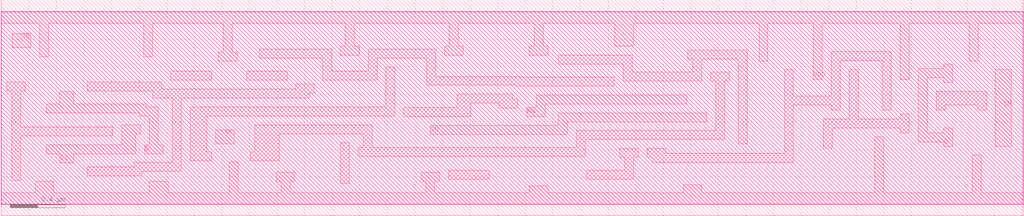
<source format=lef>
# 
# ******************************************************************************
# *                                                                            *
# *                   Copyright (C) 2004-2008, Nangate Inc.                    *
# *                           All rights reserved.                             *
# *                                                                            *
# * Nangate and the Nangate logo are trademarks of Nangate Inc.                *
# *                                                                            *
# * All trademarks, logos, software marks, and trade names (collectively the   *
# * "Marks") in this program are proprietary to Nangate or other respective    *
# * owners that have granted Nangate the right and license to use such Marks.  *
# * You are not permitted to use the Marks without the prior written consent   *
# * of Nangate or such third party that may own the Marks.                     *
# *                                                                            *
# * This file has been provided pursuant to a License Agreement containing     *
# * restrictions on its use.  This file contains valuable trade secrets and    *
# * proprietary information of Nangate Inc., and is protected by U.S. and      *
# * international laws and/or treaties.                                        *
# *                                                                            *
# * The copyright notice(s) in this file does not indicate actual or intended  *
# * publication of this file.                                                  *
# *                                                                            *
# *          NGLibraryCreator Development_version build 200801281737           *
# *                                                                            *
# ******************************************************************************
# 
# 
# Running on server08.nangate.com for user Paulo Butzen (pbu).
# Local time is now Fri, 22 Feb 2008, 21:19:06.
# Main process id is 11136.

VERSION 5.3 ;
NAMESCASESENSITIVE ON ;
BUSBITCHARS "[]" ;
DIVIDERCHAR "/" ;

UNITS
  DATABASE MICRONS 2000 ;
END UNITS

MANUFACTURINGGRID 0.001 ;

# Export LEF: 6 routing layers requested in librarytemplate, but only 3 metal layer(s) available.
LAYER M1
  TYPE ROUTING ;
  WIDTH 0.065 ;
  SPACING 0.065 ;
  PITCH 0.14 ;
  DIRECTION HORIZONTAL ;
  RESISTANCE RPERSQ 0.38 ;
  THICKNESS 0.13 ;
  CAPACITANCE CPERSQDIST 0.001 ;
  EDGECAPACITANCE 5.00e-04 ;
END M1

LAYER V1
  TYPE CUT ;
  SPACING 0.075 ;
  WIDTH 0.065 ;
END V1

LAYER M2
  TYPE ROUTING ;
  WIDTH 0.07 ;
  SPACING 0.07 ;
  PITCH 0.19 ;
  DIRECTION VERTICAL ;
  RESISTANCE RPERSQ 0.25 ;
  THICKNESS 0.14 ;
  CAPACITANCE CPERSQDIST 0.001 ;
  EDGECAPACITANCE 5.00e-04 ;
END M2

LAYER V2
  TYPE CUT ;
  SPACING 0.075 ;
  WIDTH 0.065 ;
END V2

LAYER M3
  TYPE ROUTING ;
  WIDTH 0.07 ;
  SPACING 0.07 ;
  PITCH 0.14 ;
  DIRECTION HORIZONTAL ;
  RESISTANCE RPERSQ 0.25 ;
  THICKNESS 0.14 ;
  CAPACITANCE CPERSQDIST 0.001 ;
  EDGECAPACITANCE 5.00e-04 ;
END M3

LAYER OVERLAP
  TYPE OVERLAP ;
END OVERLAP

VIA Via1 DEFAULT
  RESISTANCE 1 ;
  LAYER V1 ;
    RECT -0.03 -0.03 0.035 0.035 ;
  LAYER M1 ;
    RECT -0.065 -0.065 0.07 0.07 ;
  LAYER M2 ;
    RECT -0.065 -0.065 0.07 0.07 ;
END Via1

VIA Via2 DEFAULT
  RESISTANCE 1 ;
  LAYER V2 ;
    RECT -0.03 -0.03 0.035 0.035 ;
  LAYER M2 ;
    RECT -0.065 -0.065 0.07 0.07 ;
  LAYER M3 ;
    RECT -0.065 -0.065 0.07 0.07 ;
END Via2

VIARULE Via1Array GENERATE
  LAYER M1 ;
    ENCLOSURE 0.035 0.035 ;
  LAYER M2 ;
    ENCLOSURE 0.035 0.035 ;
  LAYER V1 ;
    RECT -0.03 -0.03 0.035 0.035 ;
    SPACING 0.14 BY 0.14 ;
END Via1Array

VIARULE Via2Array GENERATE
  LAYER M2 ;
    ENCLOSURE 0.035 0.035 ;
  LAYER M3 ;
    ENCLOSURE 0.035 0.035 ;
  LAYER V2 ;
    RECT -0.03 -0.03 0.035 0.035 ;
    SPACING 0.14 BY 0.14 ;
END Via2Array

VIARULE TURNM1 GENERATE
  LAYER M1 ;
    DIRECTION vertical ;
  LAYER M1 ;
    DIRECTION horizontal ;
END TURNM1

VIARULE TURNM2 GENERATE
  LAYER M2 ;
    DIRECTION vertical ;
  LAYER M2 ;
    DIRECTION horizontal ;
END TURNM2

VIARULE TURNM3 GENERATE
  LAYER M3 ;
    DIRECTION vertical ;
  LAYER M3 ;
    DIRECTION horizontal ;
END TURNM3

SPACING
  SAMENET M1 M1 0.065 ;
  SAMENET M2 M2 0.07 ;
  SAMENET M3 M3 0.07 ;
  SAMENET V1 V1 0.075 ;
  SAMENET V2 V2 0.075 ;
  SAMENET V1 V2 0.0 STACK ;
END SPACING

SITE Free_OMC_Si2_PDK45nm
  SYMMETRY y ;
  CLASS core ;
  SIZE 0.19 BY 1.4 ;
END Free_OMC_Si2_PDK45nm

MACRO XNOR2_X1
  CLASS core ;
  FOREIGN XNOR2_X1 0.0 0.0 ;
  ORIGIN 0 0 ;
  SYMMETRY X Y ;
  SITE Free_OMC_Si2_PDK45nm ;
  SIZE 1.9 BY 1.4 ;
  PIN A
    DIRECTION INPUT ;
    PORT
      LAYER M1 ;
        POLYGON 0.205 0.57 0.695 0.57 0.695 0.5 0.76 0.5 0.76 0.635 0.27 0.635 0.27 0.705 0.205 0.705  ;
    END
  END A
  PIN VDD
    DIRECTION INOUT ;
    USE power ;
    SHAPE ABUTMENT ;
    PORT
      LAYER M1 ;
        POLYGON 0 1.315 0.31 1.315 0.31 1.125 0.375 1.125 0.375 1.315 1.41 1.315 1.41 1.125 1.475 1.125 1.475 1.315 1.9 1.315 1.9 1.485 0 1.485  ;
    END
  END VDD
  PIN VSS
    DIRECTION INOUT ;
    USE ground ;
    SHAPE ABUTMENT ;
    PORT
      LAYER M1 ;
        POLYGON 0 -0.085 1.9 -0.085 1.9 0.085 1.575 0.085 1.575 0.15 1.51 0.15 1.51 0.365 1.445 0.365 1.445 0.085 0.3 0.085 0.3 0.33 0.235 0.33 0.235 0.085 0 0.085  ;
    END
  END VSS
  PIN B
    DIRECTION INPUT ;
    PORT
      LAYER M1 ;
        POLYGON 0.355 0.37 0.49 0.37 0.49 0.505 0.355 0.505  ;
    END
  END B
  PIN ZN
    DIRECTION OUTPUT ;
    PORT
      LAYER M1 ;
        POLYGON 1.58 0.245 1.73 0.245 1.73 1.155 1.58 1.155  ;
    END
  END ZN
  OBS
      LAYER M1 ;
        POLYGON 0.555 0.86 0.62 0.86 0.62 1.155 0.555 1.155  ;
        POLYGON 0.05 0.21 0.115 0.21 0.115 0.77 0.33 0.77 0.33 0.73 0.855 0.73 0.855 0.475 0.92 0.475 0.92 0.795 0.78 0.795 0.78 0.995 0.715 0.995 0.715 0.795 0.39 0.795 0.39 0.835 0.19 0.835 0.19 1.155 0.05 1.155  ;
        POLYGON 1.08 1.055 1.115 1.055 1.115 0.345 1.115 0.28 1.25 0.28 1.25 0.345 1.215 0.345 1.215 0.38 1.18 0.38 1.18 1.055 1.215 1.055 1.215 1.12 1.08 1.12  ;
        POLYGON 0.555 0.15 1.38 0.15 1.38 0.54 1.315 0.54 1.315 0.215 0.62 0.215 0.62 0.505 0.555 0.505  ;
        POLYGON 0.98 1.055 1.015 1.055 1.015 1.185 1.28 1.185 1.28 0.93 1.45 0.93 1.45 0.86 1.515 0.86 1.515 0.995 1.345 0.995 1.345 1.25 0.95 1.25 0.95 1.155 0.915 1.155 0.915 0.86 0.985 0.86 0.985 0.41 0.85 0.41 0.85 0.345 0.815 0.345 0.815 0.28 0.95 0.28 0.95 0.345 1.05 0.345 1.05 0.925 0.98 0.925  ;
  END
END XNOR2_X1

MACRO XNOR2_X2
  CLASS core ;
  FOREIGN XNOR2_X2 0.0 0.0 ;
  ORIGIN 0 0 ;
  SYMMETRY X Y ;
  SITE Free_OMC_Si2_PDK45nm ;
  SIZE 1.9 BY 1.4 ;
  PIN A
    DIRECTION INPUT ;
    PORT
      LAYER M1 ;
        POLYGON 0.205 0.6 0.695 0.6 0.695 0.53 0.76 0.53 0.76 0.665 0.27 0.665 0.27 0.735 0.205 0.735  ;
    END
  END A
  PIN VDD
    DIRECTION INOUT ;
    USE power ;
    SHAPE ABUTMENT ;
    PORT
      LAYER M1 ;
        POLYGON 0 1.315 0.31 1.315 0.31 1.125 0.375 1.125 0.375 1.315 1.41 1.315 1.41 1.125 1.475 1.125 1.475 1.315 1.9 1.315 1.9 1.485 0 1.485  ;
    END
  END VDD
  PIN VSS
    DIRECTION INOUT ;
    USE ground ;
    SHAPE ABUTMENT ;
    PORT
      LAYER M1 ;
        POLYGON 0 -0.085 1.9 -0.085 1.9 0.085 1.575 0.085 1.575 0.15 1.51 0.15 1.51 0.365 1.445 0.365 1.445 0.085 0.3 0.085 0.3 0.36 0.235 0.36 0.235 0.085 0 0.085  ;
    END
  END VSS
  PIN B
    DIRECTION INPUT ;
    PORT
      LAYER M1 ;
        POLYGON 0.355 0.4 0.49 0.4 0.49 0.535 0.355 0.535  ;
    END
  END B
  PIN ZN
    DIRECTION OUTPUT ;
    PORT
      LAYER M1 ;
        POLYGON 1.595 0.335 1.695 0.335 1.695 1.065 1.595 1.065  ;
    END
  END ZN
  OBS
      LAYER M1 ;
        POLYGON 0.555 0.86 0.62 0.86 0.62 1.155 0.555 1.155  ;
        POLYGON 0.05 0.24 0.115 0.24 0.115 0.8 0.335 0.8 0.335 0.73 0.855 0.73 0.855 0.475 0.92 0.475 0.92 0.795 0.78 0.795 0.78 0.995 0.715 0.995 0.715 0.795 0.4 0.795 0.4 0.865 0.19 0.865 0.19 1.155 0.05 1.155  ;
        POLYGON 1.08 1.055 1.115 1.055 1.115 0.345 1.115 0.28 1.25 0.28 1.25 0.345 1.215 0.345 1.215 0.38 1.18 0.38 1.18 1.055 1.215 1.055 1.215 1.12 1.08 1.12  ;
        POLYGON 0.555 0.15 1.38 0.15 1.38 0.54 1.315 0.54 1.315 0.215 0.62 0.215 0.62 0.535 0.555 0.535  ;
        POLYGON 0.98 1.055 1.015 1.055 1.015 1.185 1.28 1.185 1.28 0.995 1.465 0.995 1.465 0.77 1.53 0.77 1.53 1.06 1.345 1.06 1.345 1.25 0.95 1.25 0.95 1.155 0.915 1.155 0.915 0.86 0.985 0.86 0.985 0.41 0.85 0.41 0.85 0.345 0.815 0.345 0.815 0.28 0.95 0.28 0.95 0.345 1.05 0.345 1.05 0.925 0.98 0.925  ;
  END
END XNOR2_X2

MACRO FILL1  #FILLCELL_X1
  CLASS core ;
  #FOREIGN FILLCELL_X1 0.0 0.0 ;
  FOREIGN FILL1 0.0 0.0 ;
  ORIGIN 0 0 ;
  SYMMETRY X Y ;
  SITE Free_OMC_Si2_PDK45nm ;
  SIZE 0.19 BY 1.4 ;
  PIN POWR  #VDD
    DIRECTION INOUT ;
    USE power ;
    SHAPE ABUTMENT ;
    PORT
      LAYER M1 ;
        POLYGON 0 1.315 0.065 1.315 0.19 1.315 0.19 1.485 0 1.485  ;
    END
  END POWR  #VDD
  PIN GRND  #VSS
    DIRECTION INOUT ;
    USE ground ;
    SHAPE ABUTMENT ;
    PORT
      LAYER M1 ;
        POLYGON 0 -0.085 0.19 -0.085 0.19 0.085 0.065 0.085 0 0.085  ;
    END
  END GRND  #VSS
END FILL1  #FILLCELL_X1

MACRO FILL2  #FILLCELL_X2
  CLASS core ;
  #FOREIGN FILLCELL_X2 0.0 0.0 ;
  FOREIGN FILL2 0.0 0.0 ;
  ORIGIN 0 0 ;
  SYMMETRY X Y ;
  SITE Free_OMC_Si2_PDK45nm ;
  SIZE 0.38 BY 1.4 ;
  PIN POWR  #VDD
    DIRECTION INOUT ;
    USE power ;
    SHAPE ABUTMENT ;
    PORT
      LAYER M1 ;
        POLYGON 0 1.315 0.065 1.315 0.38 1.315 0.38 1.485 0 1.485  ;
    END
  END POWR  #VDD
  PIN GRND  #VSS
    DIRECTION INOUT ;
    USE ground ;
    SHAPE ABUTMENT ;
    PORT
      LAYER M1 ;
        POLYGON 0 -0.085 0.38 -0.085 0.38 0.085 0 0.085  ;
    END
  END GRND  #VSS
END FILL2  #FILLCELL_X2

MACRO FILL4  #FILLCELL_X4
  CLASS core ;
  #FOREIGN FILLCELL_X4 0.0 0.0 ;
  FOREIGN FILL4 0.0 0.0 ;
  ORIGIN 0 0 ;
  SYMMETRY X Y ;
  SITE Free_OMC_Si2_PDK45nm ;
  SIZE 0.76 BY 1.4 ;
  PIN POWR  #VDD
    DIRECTION INOUT ;
    USE power ;
    SHAPE ABUTMENT ;
    PORT
      LAYER M1 ;
        POLYGON 0 1.315 0.065 1.315 0.76 1.315 0.76 1.485 0 1.485  ;
    END
  END POWR  #VDD
  PIN GRND  #VSS
    DIRECTION INOUT ;
    USE ground ;
    SHAPE ABUTMENT ;
    PORT
      LAYER M1 ;
        POLYGON 0 -0.085 0.76 -0.085 0.76 0.085 0 0.085  ;
    END
  END GRND  #VSS
END FILL4  #FILLCELL_X4

MACRO FILL8  #FILLCELL_X8
  CLASS core ;
  #FOREIGN FILLCELL_X8 0.0 0.0 ;
  FOREIGN FILL8 0.0 0.0 ;
  ORIGIN 0 0 ;
  SYMMETRY X Y ;
  SITE Free_OMC_Si2_PDK45nm ;
  SIZE 1.52 BY 1.4 ;
  PIN POWR  #VDD
    DIRECTION INOUT ;
    USE power ;
    SHAPE ABUTMENT ;
    PORT
      LAYER M1 ;
        POLYGON 0 1.315 0.065 1.315 1.52 1.315 1.52 1.485 0 1.485  ;
    END
  END POWR  #VDD
  PIN GRND  #VSS
    DIRECTION INOUT ;
    USE ground ;
    SHAPE ABUTMENT ;
    PORT
      LAYER M1 ;
        POLYGON 0 -0.085 1.52 -0.085 1.52 0.085 0 0.085  ;
    END
  END GRND  #VSS
END FILL8  #FILLCELL_X8

MACRO FILLCELL_X16
  CLASS core ;
  FOREIGN FILLCELL_X16 0.0 0.0 ;
  ORIGIN 0 0 ;
  SYMMETRY X Y ;
  SITE Free_OMC_Si2_PDK45nm ;
  SIZE 3.04 BY 1.4 ;
  PIN VDD
    DIRECTION INOUT ;
    USE power ;
    SHAPE ABUTMENT ;
    PORT
      LAYER M1 ;
        POLYGON 0 1.315 0.065 1.315 3.04 1.315 3.04 1.485 0 1.485  ;
    END
  END VDD
  PIN VSS
    DIRECTION INOUT ;
    USE ground ;
    SHAPE ABUTMENT ;
    PORT
      LAYER M1 ;
        POLYGON 0 -0.085 3.04 -0.085 3.04 0.085 0 0.085  ;
    END
  END VSS
END FILLCELL_X16

MACRO FILLCELL_X32
  CLASS core ;
  FOREIGN FILLCELL_X32 0.0 0.0 ;
  ORIGIN 0 0 ;
  SYMMETRY X Y ;
  SITE Free_OMC_Si2_PDK45nm ;
  SIZE 6.08 BY 1.4 ;
  PIN VDD
    DIRECTION INOUT ;
    USE power ;
    SHAPE ABUTMENT ;
    PORT
      LAYER M1 ;
        POLYGON 0 1.315 0.065 1.315 6.08 1.315 6.08 1.485 0 1.485  ;
    END
  END VDD
  PIN VSS
    DIRECTION INOUT ;
    USE ground ;
    SHAPE ABUTMENT ;
    PORT
      LAYER M1 ;
        POLYGON 0 -0.085 6.08 -0.085 6.08 0.085 0 0.085  ;
    END
  END VSS
END FILLCELL_X32

MACRO ANTENNA_X1
  CLASS core ;
  FOREIGN ANTENNA_X1 0.0 0.0 ;
  ORIGIN 0 0 ;
  SYMMETRY X Y ;
  SITE Free_OMC_Si2_PDK45nm ;
  SIZE 0.38 BY 1.4 ;
  PIN A
    DIRECTION INPUT ;
    PORT
      LAYER M1 ;
        POLYGON 0.04 0.42 0.175 0.42 0.175 0.76 0.04 0.76  ;
    END
  END A
  PIN VDD
    DIRECTION INOUT ;
    USE power ;
    SHAPE ABUTMENT ;
    PORT
      LAYER M1 ;
        POLYGON 0 1.315 0.065 1.315 0.38 1.315 0.38 1.485 0 1.485  ;
    END
  END VDD
  PIN VSS
    DIRECTION INOUT ;
    USE ground ;
    SHAPE ABUTMENT ;
    PORT
      LAYER M1 ;
        POLYGON 0 -0.085 0.38 -0.085 0.38 0.085 0.065 0.085 0 0.085  ;
    END
  END VSS
END ANTENNA_X1

MACRO LOGIC0_X1
  CLASS core ;
  FOREIGN LOGIC0_X1 0.0 0.0 ;
  ORIGIN 0 0 ;
  SYMMETRY X Y ;
  SITE Free_OMC_Si2_PDK45nm ;
  SIZE 0.38 BY 1.4 ;
  PIN Z
    DIRECTION OUTPUT ;
    PORT
      LAYER M1 ;
        POLYGON 0.07 0.265 0.17 0.265 0.17 0.4 0.07 0.4  ;
    END
  END Z
  PIN VDD
    DIRECTION INOUT ;
    USE power ;
    SHAPE ABUTMENT ;
    PORT
      LAYER M1 ;
        POLYGON 0 1.315 0.105 1.315 0.105 0.81 0.17 0.81 0.17 1.315 0.38 1.315 0.38 1.485 0 1.485  ;
    END
  END VDD
  PIN VSS
    DIRECTION INOUT ;
    USE ground ;
    SHAPE ABUTMENT ;
    PORT
      LAYER M1 ;
        POLYGON 0 -0.085 0.38 -0.085 0.38 0.085 0.17 0.085 0.17 0.2 0.135 0.2 0.07 0.2 0.07 0.085 0 0.085  ;
    END
  END VSS
  OBS
      LAYER M1 ;
        POLYGON 0.085 0.66 0.12 0.66 0.12 0.465 0.22 0.465 0.22 0.725 0.085 0.725  ;
  END
END LOGIC0_X1

MACRO LOGIC1_X1
  CLASS core ;
  FOREIGN LOGIC1_X1 0.0 0.0 ;
  ORIGIN 0 0 ;
  SYMMETRY X Y ;
  SITE Free_OMC_Si2_PDK45nm ;
  SIZE 0.38 BY 1.4 ;
  PIN Z
    DIRECTION OUTPUT ;
    PORT
      LAYER M1 ;
        POLYGON 0.07 0.825 0.17 0.825 0.17 0.96 0.07 0.96  ;
    END
  END Z
  PIN VDD
    DIRECTION INOUT ;
    USE power ;
    SHAPE ABUTMENT ;
    PORT
      LAYER M1 ;
        POLYGON 0 1.315 0.105 1.315 0.105 1.025 0.17 1.025 0.17 1.315 0.38 1.315 0.38 1.485 0 1.485  ;
    END
  END VDD
  PIN VSS
    DIRECTION INOUT ;
    USE ground ;
    SHAPE ABUTMENT ;
    PORT
      LAYER M1 ;
        POLYGON 0 -0.085 0.38 -0.085 0.38 0.085 0.215 0.085 0.215 0.37 0.15 0.37 0.15 0.085 0 0.085  ;
    END
  END VSS
  OBS
      LAYER M1 ;
        POLYGON 0.13 0.455 0.265 0.455 0.265 0.715 0.165 0.715 0.165 0.555 0.13 0.555  ;
  END
END LOGIC1_X1

MACRO MX2X1  #MUX2_X1
  CLASS core ;
  #FOREIGN MUX2_X1 0.0 0.0 ;
  FOREIGN MX2X1 0.0 0.0 ;
  ORIGIN 0 0 ;
  SYMMETRY X Y ;
  SITE Free_OMC_Si2_PDK45nm ;
  SIZE 1.52 BY 1.4 ;
  PIN Y  #Z
    DIRECTION OUTPUT ;
	CAPACITANCE 0.000629 ;
	RESISTANCE 240.0 ;
    PORT
      LAYER M1 ;
        POLYGON 1.35 0.905 1.42 0.905 1.42 0.54 1.375 0.54 1.375 0.44 1.375 0.38 1.35 0.38 1.35 0.245 1.45 0.245 1.45 0.28 1.485 0.28 1.485 1.005 1.45 1.005 1.45 1.04 1.35 1.04  ;
    END
  END Y  #Z
  PIN S0  #S
    DIRECTION INPUT ;
	CAPACITANCE 0.000928 ;
	RESISTANCE 0.0 ;
    PORT
      LAYER M1 ;
        POLYGON 0.215 0.545 0.35 0.545 0.35 0.68 0.215 0.68  ;
    END
  END S0  #S
  PIN B  #A
    DIRECTION INPUT ;
	CAPACITANCE 0.000952 ;
	RESISTANCE 0.0 ;
    PORT
      LAYER M1 ;
        POLYGON 0.6 0.445 0.665 0.445 0.665 0.48 0.7 0.48 0.7 0.625 0.805 0.625 0.805 0.58 0.905 0.58 0.905 0.625 1.19 0.625 1.19 0.69 0.635 0.69 0.635 0.58 0.6 0.58  ;
    END
  END B  #A
  PIN POWR  #VDD
    DIRECTION INOUT ;
    USE power ;
    SHAPE ABUTMENT ;
    PORT
      LAYER M1 ;
        POLYGON 0 1.315 0.285 1.315 0.285 1.01 0.35 1.01 0.35 1.315 1.17 1.315 1.17 1.01 1.235 1.01 1.235 1.315 1.52 1.315 1.52 1.485 0 1.485  ;
    END
  END POWR  #VDD
  PIN GRND  #VSS
    DIRECTION INOUT ;
    USE ground ;
    SHAPE ABUTMENT ;
    PORT
      LAYER M1 ;
        POLYGON 0 -0.085 1.52 -0.085 1.52 0.085 1.265 0.085 1.265 0.15 1.2 0.15 1.2 0.275 1.135 0.275 1.135 0.085 0.365 0.085 0.365 0.275 0.3 0.275 0.3 0.085 0 0.085  ;
    END
  END GRND  #VSS
  PIN A  #B
    DIRECTION INPUT ;
	CAPACITANCE 0.000629 ;
	RESISTANCE 0.0 ;
    PORT
      LAYER M1 ;
        POLYGON 0.995 0.425 1.095 0.425 1.095 0.56 0.995 0.56  ;
    END
  END A  #B
  OBS
      LAYER M1 ;
        POLYGON 0.05 0.245 0.15 0.245 0.15 0.78 0.34 0.78 0.34 0.745 0.405 0.745 0.405 0.88 0.34 0.88 0.34 0.845 0.2 0.845 0.2 1.04 0.05 1.04  ;
        POLYGON 0.495 1.01 0.56 1.01 0.56 1.105 0.985 1.105 0.985 1.01 1.05 1.01 1.05 1.17 0.495 1.17  ;
        POLYGON 0.535 0.81 0.705 0.81 0.705 0.815 1.225 0.815 1.225 0.745 1.29 0.745 1.29 0.88 0.745 0.88 0.745 1.04 0.68 1.04 0.68 0.875 0.47 0.875 0.47 0.28 0.68 0.28 0.68 0.245 0.745 0.245 0.745 0.38 0.68 0.38 0.68 0.345 0.535 0.345  ;
  END
END MX2X1  #MUX2_X1

MACRO MUX2_X2
  CLASS core ;
  FOREIGN MUX2_X2 0.0 0.0 ;
  ORIGIN 0 0 ;
  SYMMETRY X Y ;
  SITE Free_OMC_Si2_PDK45nm ;
  SIZE 1.52 BY 1.4 ;
  PIN Z
    DIRECTION OUTPUT ;
    PORT
      LAYER M1 ;
        POLYGON 1.35 0.87 1.42 0.87 1.42 0.54 1.375 0.54 1.375 0.44 1.375 0.385 1.35 0.385 1.35 0.25 1.45 0.25 1.45 0.285 1.485 0.285 1.485 1.005 1.45 1.005 1.45 1.145 1.35 1.145  ;
    END
  END Z
  PIN S
    DIRECTION INPUT ;
    PORT
      LAYER M1 ;
        POLYGON 0.22 0.545 0.32 0.545 0.32 0.68 0.22 0.68  ;
    END
  END S
  PIN A
    DIRECTION INPUT ;
    PORT
      LAYER M1 ;
        POLYGON 0.6 0.445 0.665 0.445 0.665 0.48 0.81 0.48 0.81 0.61 1.09 0.61 1.09 0.575 1.155 0.575 1.155 0.71 1.09 0.71 1.09 0.675 0.745 0.675 0.745 0.545 0.665 0.545 0.665 0.58 0.6 0.58  ;
    END
  END A
  PIN VDD
    DIRECTION INOUT ;
    USE power ;
    SHAPE ABUTMENT ;
    PORT
      LAYER M1 ;
        POLYGON 0 1.315 0.26 1.315 0.26 0.975 0.325 0.975 0.325 1.315 1.2 1.315 1.2 0.925 1.265 0.925 1.265 1.315 1.52 1.315 1.52 1.485 0 1.485  ;
    END
  END VDD
  PIN VSS
    DIRECTION INOUT ;
    USE ground ;
    SHAPE ABUTMENT ;
    PORT
      LAYER M1 ;
        POLYGON 0 -0.085 1.52 -0.085 1.52 0.085 1.165 0.085 1.165 0.15 1.1 0.15 1.1 0.28 1.035 0.28 1.035 0.085 0.34 0.085 0.34 0.28 0.275 0.28 0.275 0.085 0 0.085  ;
    END
  END VSS
  PIN B
    DIRECTION INPUT ;
    PORT
      LAYER M1 ;
        POLYGON 0.92 0.41 1.02 0.41 1.02 0.545 0.92 0.545  ;
    END
  END B
  OBS
      LAYER M1 ;
        POLYGON 0.04 0.25 0.155 0.25 0.155 0.745 0.415 0.745 0.415 0.81 0.175 0.81 0.175 1.005 0.04 1.005  ;
        POLYGON 0.47 0.975 0.535 0.975 0.535 1.07 0.985 1.07 0.985 0.975 1.05 0.975 1.05 1.135 0.47 1.135  ;
        POLYGON 0.535 0.645 0.68 0.645 0.68 0.78 1.225 0.78 1.225 0.71 1.29 0.71 1.29 0.845 0.72 0.845 0.72 1.005 0.655 1.005 0.655 0.84 0.615 0.84 0.615 0.71 0.47 0.71 0.47 0.28 0.655 0.28 0.655 0.245 0.72 0.245 0.72 0.38 0.655 0.38 0.655 0.345 0.535 0.345  ;
  END
END MUX2_X2

MACRO OAI221_X1
  CLASS core ;
  FOREIGN OAI221_X1 0.0 0.0 ;
  ORIGIN 0 0 ;
  SYMMETRY X Y ;
  SITE Free_OMC_Si2_PDK45nm ;
  SIZE 1.14 BY 1.4 ;
  PIN A
    DIRECTION INPUT ;
    PORT
      LAYER M1 ;
        POLYGON 0.53 0.545 0.63 0.545 0.63 0.68 0.53 0.68  ;
    END
  END A
  PIN VDD
    DIRECTION INOUT ;
    USE power ;
    SHAPE ABUTMENT ;
    PORT
      LAYER M1 ;
        POLYGON 0 1.315 0.425 1.315 0.425 1.155 0.49 1.155 0.49 1.315 1.01 1.315 1.01 1.155 1.075 1.155 1.075 1.315 1.14 1.315 1.14 1.485 0 1.485  ;
    END
  END VDD
  PIN B1
    DIRECTION INPUT ;
    PORT
      LAYER M1 ;
        POLYGON 0.705 0.825 0.805 0.825 0.805 0.96 0.705 0.96  ;
    END
  END B1
  PIN ZN
    DIRECTION OUTPUT ;
    PORT
      LAYER M1 ;
        POLYGON 0.3 1.025 0.695 1.025 0.695 1.165 0.63 1.165 0.63 1.09 0.115 1.09 0.115 1.165 0.05 1.165 0.05 1.025 0.235 1.025 0.235 0.82 0.235 0.72 0.235 0.28 0.3 0.28 0.3 0.72 0.335 0.72 0.335 0.82 0.3 0.82  ;
    END
  END ZN
  PIN C1
    DIRECTION INPUT ;
    PORT
      LAYER M1 ;
        POLYGON 0.07 0.72 0.17 0.72 0.17 0.855 0.07 0.855  ;
    END
  END C1
  PIN VSS
    DIRECTION INOUT ;
    USE ground ;
    SHAPE ABUTMENT ;
    PORT
      LAYER M1 ;
        POLYGON 0 -0.085 1.14 -0.085 1.14 0.085 0.885 0.085 0.885 0.32 0.82 0.32 0.82 0.085 0 0.085  ;
    END
  END VSS
  PIN B2
    DIRECTION INPUT ;
    PORT
      LAYER M1 ;
        POLYGON 0.895 0.72 0.995 0.72 0.995 0.855 0.895 0.855  ;
    END
  END B2
  PIN C2
    DIRECTION INPUT ;
    PORT
      LAYER M1 ;
        POLYGON 0.365 0.44 0.465 0.44 0.465 0.575 0.365 0.575  ;
    END
  END C2
  OBS
      LAYER M1 ;
        POLYGON 0.05 0.15 0.49 0.15 0.49 0.32 0.425 0.32 0.425 0.215 0.115 0.215 0.115 0.32 0.05 0.32  ;
        POLYGON 0.635 0.28 0.7 0.28 0.7 0.385 1.01 0.385 1.01 0.28 1.075 0.28 1.075 0.45 0.635 0.45  ;
  END
END OAI221_X1

MACRO OAI221_X2
  CLASS core ;
  FOREIGN OAI221_X2 0.0 0.0 ;
  ORIGIN 0 0 ;
  SYMMETRY X Y ;
  SITE Free_OMC_Si2_PDK45nm ;
  SIZE 1.14 BY 1.4 ;
  PIN A
    DIRECTION INPUT ;
    PORT
      LAYER M1 ;
        POLYGON 0.53 0.58 0.63 0.58 0.63 0.715 0.53 0.715  ;
    END
  END A
  PIN VDD
    DIRECTION INOUT ;
    USE power ;
    SHAPE ABUTMENT ;
    PORT
      LAYER M1 ;
        POLYGON 0 1.315 0.425 1.315 0.425 1.025 0.49 1.025 0.49 1.315 1.01 1.315 1.01 1.025 1.075 1.025 1.075 1.315 1.14 1.315 1.14 1.485 0 1.485  ;
    END
  END VDD
  PIN B1
    DIRECTION INPUT ;
    PORT
      LAYER M1 ;
        POLYGON 0.705 0.685 0.805 0.685 0.805 0.82 0.705 0.82  ;
    END
  END B1
  PIN ZN
    DIRECTION OUTPUT ;
    PORT
      LAYER M1 ;
        POLYGON 0.3 0.885 0.695 0.885 0.695 1.16 0.63 1.16 0.63 0.95 0.115 0.95 0.115 1.16 0.05 1.16 0.05 0.885 0.235 0.885 0.235 0.54 0.235 0.44 0.235 0.375 0.3 0.375 0.3 0.44 0.335 0.44 0.335 0.54 0.3 0.54  ;
    END
  END ZN
  PIN C1
    DIRECTION INPUT ;
    PORT
      LAYER M1 ;
        POLYGON 0.07 0.58 0.17 0.58 0.17 0.715 0.07 0.715  ;
    END
  END C1
  PIN VSS
    DIRECTION INOUT ;
    USE ground ;
    SHAPE ABUTMENT ;
    PORT
      LAYER M1 ;
        POLYGON 0 -0.085 1.14 -0.085 1.14 0.085 0.885 0.085 0.885 0.385 0.82 0.385 0.82 0.085 0 0.085  ;
    END
  END VSS
  PIN B2
    DIRECTION INPUT ;
    PORT
      LAYER M1 ;
        POLYGON 0.895 0.58 0.995 0.58 0.995 0.715 0.895 0.715  ;
    END
  END B2
  PIN C2
    DIRECTION INPUT ;
    PORT
      LAYER M1 ;
        POLYGON 0.365 0.685 0.465 0.685 0.465 0.82 0.365 0.82  ;
    END
  END C2
  OBS
      LAYER M1 ;
        POLYGON 0.05 0.15 0.49 0.15 0.49 0.285 0.425 0.285 0.425 0.215 0.115 0.215 0.115 0.285 0.05 0.285  ;
        POLYGON 0.635 0.375 0.7 0.375 0.7 0.45 1.01 0.45 1.01 0.375 1.075 0.375 1.075 0.515 0.635 0.515  ;
  END
END OAI221_X2

MACRO OAI221_X4
  CLASS core ;
  FOREIGN OAI221_X4 0.0 0.0 ;
  ORIGIN 0 0 ;
  SYMMETRY X Y ;
  SITE Free_OMC_Si2_PDK45nm ;
  SIZE 1.71 BY 1.4 ;
  PIN A
    DIRECTION INPUT ;
    PORT
      LAYER M1 ;
        POLYGON 0.45 0.685 0.55 0.685 0.55 0.82 0.45 0.82  ;
    END
  END A
  PIN VDD
    DIRECTION INOUT ;
    USE power ;
    SHAPE ABUTMENT ;
    PORT
      LAYER M1 ;
        POLYGON 0 1.315 0.425 1.315 0.425 1.11 0.49 1.11 0.49 1.315 1.02 1.315 1.02 1.11 1.085 1.11 1.085 1.315 1.395 1.315 1.395 1.01 1.46 1.01 1.46 1.315 1.71 1.315 1.71 1.485 0 1.485  ;
    END
  END VDD
  PIN B1
    DIRECTION INPUT ;
    PORT
      LAYER M1 ;
        POLYGON 0.745 0.69 0.845 0.69 0.845 0.825 0.745 0.825  ;
    END
  END B1
  PIN ZN
    DIRECTION OUTPUT ;
    PORT
      LAYER M1 ;
        POLYGON 1.545 0.365 1.58 0.365 1.58 0.225 1.645 0.225 1.645 0.58 1.665 0.58 1.665 0.68 1.645 0.68 1.645 0.96 1.58 0.96 1.58 0.82 1.545 0.82  ;
    END
  END ZN
  PIN C1
    DIRECTION INPUT ;
    PORT
      LAYER M1 ;
        POLYGON 0.07 0.58 0.17 0.58 0.17 0.715 0.07 0.715  ;
    END
  END C1
  PIN VSS
    DIRECTION INOUT ;
    USE ground ;
    SHAPE ABUTMENT ;
    PORT
      LAYER M1 ;
        POLYGON 0 -0.085 1.71 -0.085 1.71 0.085 1.46 0.085 1.46 0.355 1.395 0.355 1.395 0.085 0.895 0.085 0.895 0.32 0.83 0.32 0.83 0.085 0 0.085  ;
    END
  END VSS
  PIN B2
    DIRECTION INPUT ;
    PORT
      LAYER M1 ;
        POLYGON 0.915 0.825 1.015 0.825 1.015 0.96 0.915 0.96  ;
    END
  END B2
  PIN C2
    DIRECTION INPUT ;
    PORT
      LAYER M1 ;
        POLYGON 0.365 0.44 0.5 0.44 0.5 0.575 0.365 0.575  ;
    END
  END C2
  OBS
      LAYER M1 ;
        POLYGON 0.05 0.15 0.49 0.15 0.49 0.32 0.425 0.32 0.425 0.215 0.115 0.215 0.115 0.32 0.05 0.32  ;
        POLYGON 0.645 0.28 0.71 0.28 0.71 0.385 1.02 0.385 1.02 0.28 1.085 0.28 1.085 0.45 0.645 0.45  ;
        POLYGON 0.05 0.975 0.235 0.975 0.235 0.28 0.3 0.28 0.3 0.975 0.615 0.975 0.615 0.56 1.08 0.56 1.08 0.525 1.145 0.525 1.145 0.66 1.08 0.66 1.08 0.625 0.68 0.625 0.68 0.985 0.705 0.985 0.705 1.12 0.64 1.12 0.64 1.04 0.115 1.04 0.115 1.12 0.05 1.12  ;
        POLYGON 1.175 0.72 1.21 0.72 1.21 0.465 1.175 0.465 1.175 0.33 1.24 0.33 1.24 0.405 1.275 0.405 1.275 0.56 1.415 0.56 1.415 0.525 1.48 0.525 1.48 0.66 1.415 0.66 1.415 0.625 1.275 0.625 1.275 0.78 1.24 0.78 1.24 0.995 1.175 0.995  ;
  END
END OAI221_X4

MACRO AOI222_X1
  CLASS core ;
  FOREIGN AOI222_X1 0.0 0.0 ;
  ORIGIN 0 0 ;
  SYMMETRY X Y ;
  SITE Free_OMC_Si2_PDK45nm ;
  SIZE 1.52 BY 1.4 ;
  PIN VDD
    DIRECTION INOUT ;
    USE power ;
    SHAPE ABUTMENT ;
    PORT
      LAYER M1 ;
        POLYGON 0 1.315 0.05 1.315 0.05 0.875 0.115 0.875 0.115 1.315 0.425 1.315 0.425 0.875 0.49 0.875 0.49 1.315 1.52 1.315 1.52 1.485 0 1.485  ;
    END
  END VDD
  PIN B1
    DIRECTION INPUT ;
    PORT
      LAYER M1 ;
        POLYGON 0.805 0.44 0.905 0.44 0.905 0.575 0.805 0.575  ;
    END
  END B1
  PIN A1
    DIRECTION INPUT ;
    PORT
      LAYER M1 ;
        POLYGON 0.98 0.58 1.08 0.58 1.08 0.715 0.98 0.715  ;
    END
  END A1
  PIN A2
    DIRECTION INPUT ;
    PORT
      LAYER M1 ;
        POLYGON 1.275 0.44 1.375 0.44 1.375 0.575 1.275 0.575  ;
    END
  END A2
  PIN ZN
    DIRECTION OUTPUT ;
    PORT
      LAYER M1 ;
        POLYGON 0.115 0.165 0.18 0.165 0.18 0.31 0.875 0.31 0.875 0.165 0.94 0.165 0.94 0.31 1.21 0.31 1.21 0.72 1.285 0.72 1.285 0.82 1.21 0.82 1.21 1.105 1.145 1.105 1.145 0.375 0.115 0.375  ;
    END
  END ZN
  PIN C1
    DIRECTION INPUT ;
    PORT
      LAYER M1 ;
        POLYGON 0.15 0.545 0.25 0.545 0.25 0.68 0.15 0.68  ;
    END
  END C1
  PIN VSS
    DIRECTION INOUT ;
    USE ground ;
    SHAPE ABUTMENT ;
    PORT
      LAYER M1 ;
        POLYGON 0 -0.085 1.52 -0.085 1.52 0.085 1.38 0.085 1.38 0.15 1.315 0.15 1.315 0.245 1.25 0.245 1.25 0.085 0.555 0.085 0.555 0.245 0.49 0.245 0.49 0.085 0 0.085  ;
    END
  END VSS
  PIN B2
    DIRECTION INPUT ;
    PORT
      LAYER M1 ;
        POLYGON 0.615 0.545 0.715 0.545 0.715 0.68 0.615 0.68  ;
    END
  END B2
  PIN C2
    DIRECTION INPUT ;
    PORT
      LAYER M1 ;
        POLYGON 0.35 0.44 0.45 0.44 0.45 0.575 0.35 0.575  ;
    END
  END C2
  OBS
      LAYER M1 ;
        POLYGON 0.24 0.745 0.83 0.745 0.83 1.105 0.765 1.105 0.765 0.81 0.305 0.81 0.305 1.105 0.24 1.105  ;
        POLYGON 0.58 0.875 0.645 0.875 0.645 1.17 0.955 1.17 0.955 0.875 1.02 0.875 1.02 1.17 1.335 1.17 1.335 0.875 1.4 0.875 1.4 1.235 0.58 1.235  ;
  END
END AOI222_X1

MACRO AOI222_X2
  CLASS core ;
  FOREIGN AOI222_X2 0.0 0.0 ;
  ORIGIN 0 0 ;
  SYMMETRY X Y ;
  SITE Free_OMC_Si2_PDK45nm ;
  SIZE 1.52 BY 1.4 ;
  PIN VDD
    DIRECTION INOUT ;
    USE power ;
    SHAPE ABUTMENT ;
    PORT
      LAYER M1 ;
        POLYGON 0 1.315 0.05 1.315 0.05 1.045 0.115 1.045 0.115 1.315 0.425 1.315 0.425 1.045 0.49 1.045 0.49 1.315 1.52 1.315 1.52 1.485 0 1.485  ;
    END
  END VDD
  PIN B1
    DIRECTION INPUT ;
    PORT
      LAYER M1 ;
        POLYGON 0.805 0.58 0.905 0.58 0.905 0.715 0.805 0.715  ;
    END
  END B1
  PIN A1
    DIRECTION INPUT ;
    PORT
      LAYER M1 ;
        POLYGON 0.98 0.58 1.08 0.58 1.08 0.715 0.98 0.715  ;
    END
  END A1
  PIN A2
    DIRECTION INPUT ;
    PORT
      LAYER M1 ;
        POLYGON 1.275 0.545 1.375 0.545 1.375 0.68 1.275 0.68  ;
    END
  END A2
  PIN ZN
    DIRECTION OUTPUT ;
    PORT
      LAYER M1 ;
        POLYGON 0.115 0.155 0.18 0.155 0.18 0.45 0.875 0.45 0.875 0.155 0.94 0.155 0.94 0.45 1.21 0.45 1.21 1.015 1.145 1.015 1.145 0.515 0.115 0.515  ;
    END
  END ZN
  PIN C1
    DIRECTION INPUT ;
    PORT
      LAYER M1 ;
        POLYGON 0.15 0.58 0.25 0.58 0.25 0.715 0.15 0.715  ;
    END
  END C1
  PIN VSS
    DIRECTION INOUT ;
    USE ground ;
    SHAPE ABUTMENT ;
    PORT
      LAYER M1 ;
        POLYGON 0 -0.085 1.52 -0.085 1.52 0.085 1.38 0.085 1.38 0.15 1.315 0.15 1.315 0.385 1.25 0.385 1.25 0.085 0.555 0.085 0.555 0.385 0.49 0.385 0.49 0.085 0 0.085  ;
    END
  END VSS
  PIN B2
    DIRECTION INPUT ;
    PORT
      LAYER M1 ;
        POLYGON 0.615 0.58 0.715 0.58 0.715 0.715 0.615 0.715  ;
    END
  END B2
  PIN C2
    DIRECTION INPUT ;
    PORT
      LAYER M1 ;
        POLYGON 0.35 0.58 0.45 0.58 0.45 0.715 0.35 0.715  ;
    END
  END C2
  OBS
      LAYER M1 ;
        POLYGON 0.24 0.78 0.83 0.78 0.83 1.055 0.765 1.055 0.765 0.845 0.305 0.845 0.305 1.055 0.24 1.055  ;
        POLYGON 0.58 0.91 0.645 0.91 0.645 1.12 0.955 1.12 0.955 0.91 1.02 0.91 1.02 1.12 1.335 1.12 1.335 0.91 1.4 0.91 1.4 1.185 0.58 1.185  ;
  END
END AOI222_X2

MACRO AOI222_X4
  CLASS core ;
  FOREIGN AOI222_X4 0.0 0.0 ;
  ORIGIN 0 0 ;
  SYMMETRY X Y ;
  SITE Free_OMC_Si2_PDK45nm ;
  SIZE 2.09 BY 1.4 ;
  PIN VDD
    DIRECTION INOUT ;
    USE power ;
    SHAPE ABUTMENT ;
    PORT
      LAYER M1 ;
        POLYGON 0 1.315 0.05 1.315 0.05 0.875 0.115 0.875 0.115 1.315 0.425 1.315 0.425 0.875 0.49 0.875 0.49 1.315 1.735 1.315 1.735 1 1.8 1 1.8 1.315 2.09 1.315 2.09 1.485 0 1.485  ;
    END
  END VDD
  PIN B1
    DIRECTION INPUT ;
    PORT
      LAYER M1 ;
        POLYGON 0.805 0.44 0.905 0.44 0.905 0.575 0.805 0.575  ;
    END
  END B1
  PIN A1
    DIRECTION INPUT ;
    PORT
      LAYER M1 ;
        POLYGON 0.975 0.58 1.11 0.58 1.11 0.715 0.975 0.715  ;
    END
  END A1
  PIN A2
    DIRECTION INPUT ;
    PORT
      LAYER M1 ;
        POLYGON 1.305 0.655 1.405 0.655 1.405 0.79 1.305 0.79  ;
    END
  END A2
  PIN ZN
    DIRECTION OUTPUT ;
    PORT
      LAYER M1 ;
        POLYGON 1.885 0.355 1.92 0.355 1.92 0.215 1.985 0.215 1.985 0.3 2.045 0.3 2.045 0.4 1.985 0.4 1.985 0.95 1.92 0.95 1.92 0.81 1.885 0.81  ;
    END
  END ZN
  PIN C1
    DIRECTION INPUT ;
    PORT
      LAYER M1 ;
        POLYGON 0.15 0.545 0.25 0.545 0.25 0.68 0.15 0.68  ;
    END
  END C1
  PIN VSS
    DIRECTION INOUT ;
    USE ground ;
    SHAPE ABUTMENT ;
    PORT
      LAYER M1 ;
        POLYGON 0 -0.085 2.09 -0.085 2.09 0.085 1.8 0.085 1.8 0.345 1.735 0.345 1.735 0.085 1.335 0.085 1.335 0.245 1.27 0.245 1.27 0.085 0.555 0.085 0.555 0.245 0.49 0.245 0.49 0.085 0 0.085  ;
    END
  END VSS
  PIN B2
    DIRECTION INPUT ;
    PORT
      LAYER M1 ;
        POLYGON 0.615 0.545 0.715 0.545 0.715 0.68 0.615 0.68  ;
    END
  END B2
  PIN C2
    DIRECTION INPUT ;
    PORT
      LAYER M1 ;
        POLYGON 0.35 0.44 0.45 0.44 0.45 0.575 0.35 0.575  ;
    END
  END C2
  OBS
      LAYER M1 ;
        POLYGON 0.24 0.745 0.83 0.745 0.83 1.105 0.765 1.105 0.765 0.81 0.305 0.81 0.305 1.105 0.24 1.105  ;
        POLYGON 0.115 0.165 0.18 0.165 0.18 0.31 0.895 0.31 0.895 0.165 0.96 0.165 0.96 0.31 1.24 0.31 1.24 0.525 1.36 0.525 1.36 0.455 1.425 0.455 1.425 0.59 1.24 0.59 1.24 1.105 1.175 1.105 1.175 0.375 0.115 0.375  ;
        POLYGON 0.58 0.875 0.645 0.875 0.645 1.17 0.955 1.17 0.955 0.875 1.02 0.875 1.02 1.17 1.36 1.17 1.36 0.875 1.425 0.875 1.425 1.235 0.58 1.235  ;
        POLYGON 1.515 0.355 1.58 0.355 1.58 0.55 1.755 0.55 1.755 0.515 1.82 0.515 1.82 0.65 1.755 0.65 1.755 0.615 1.58 0.615 1.58 0.95 1.515 0.95  ;
  END
END AOI222_X4

MACRO AND2X1  #AND2_X1
  CLASS core ;
  #FOREIGN AND2_X1 0.0 0.0 ;
  FOREIGN AND2X1 0.0 0.0 ;
  ORIGIN 0 0 ;
  SYMMETRY X Y ;
  SITE Free_OMC_Si2_PDK45nm ;
  SIZE 0.76 BY 1.4 ;
  PIN POWR  #VDD
    DIRECTION INOUT ;
    USE power ;
    SHAPE ABUTMENT ;
    PORT
      LAYER M1 ;
        POLYGON 0 1.315 0.25 1.315 0.25 0.95 0.315 0.95 0.315 1.315 0.645 1.315 0.645 0.95 0.71 0.95 0.71 1.315 0.76 1.315 0.76 1.485 0 1.485  ;
    END
  END POWR  #VDD
  PIN A  #A1
    DIRECTION INPUT ;
	CAPACITANCE 0.000603 ;
    RESISTANCE 0.0 ;
    PORT
      LAYER M1 ;
        POLYGON 0.48 0.565 0.58 0.565 0.58 0.7 0.48 0.7  ;
    END
  END A  #A1
  PIN GRND  #VSS
    DIRECTION INOUT ;
    USE ground ;
    SHAPE ABUTMENT ;
    PORT
      LAYER M1 ;
        POLYGON 0 -0.085 0.76 -0.085 0.76 0.085 0.335 0.085 0.335 0.36 0.27 0.36 0.27 0.085 0 0.085  ;
    END
  END GRND  #VSS
  PIN B  #A2
    DIRECTION INPUT ;
	CAPACITANCE 0.000411 ;
    RESISTANCE 0.0 ;
    PORT
      LAYER M1 ;
        POLYGON 0.285 0.44 0.42 0.44 0.42 0.54 0.285 0.54  ;
    END
  END B  #A2
  PIN Y  #ZN
    DIRECTION OUTPUT ;
	CAPACITANCE 0.008000 ;
	RESISTANCE 240.0 ;
    PORT
      LAYER M1 ;
        POLYGON 0.05 0.89 0.085 0.89 0.085 0.54 0.045 0.54 0.045 0.44 0.05 0.44 0.05 0.415 0.05 0.28 0.115 0.28 0.115 0.315 0.15 0.315 0.15 0.99 0.115 0.99 0.115 1.025 0.05 1.025  ;
    END
  END Y #ZN
  OBS
      LAYER M1 ;
        POLYGON 0.215 0.73 0.28 0.73 0.28 0.765 0.645 0.765 0.645 0.28 0.71 0.28 0.71 0.83 0.525 0.83 0.525 1.025 0.46 1.025 0.46 0.83 0.28 0.83 0.28 0.865 0.215 0.865  ;
  END
END AND2X1  #AND2_X1

MACRO AND2_X2
  CLASS core ;
  FOREIGN AND2_X2 0.0 0.0 ;
  ORIGIN 0 0 ;
  SYMMETRY X Y ;
  SITE Free_OMC_Si2_PDK45nm ;
  SIZE 0.76 BY 1.4 ;
  PIN VDD
    DIRECTION INOUT ;
    USE power ;
    SHAPE ABUTMENT ;
    PORT
      LAYER M1 ;
        POLYGON 0 1.315 0.235 1.315 0.235 0.925 0.3 0.925 0.3 1.315 0.645 1.315 0.645 0.93 0.71 0.93 0.71 1.315 0.76 1.315 0.76 1.485 0 1.485  ;
    END
  END VDD
  PIN A1
    DIRECTION INPUT ;
    PORT
      LAYER M1 ;
        POLYGON 0.48 0.545 0.58 0.545 0.58 0.68 0.48 0.68  ;
    END
  END A1
  PIN VSS
    DIRECTION INOUT ;
    USE ground ;
    SHAPE ABUTMENT ;
    PORT
      LAYER M1 ;
        POLYGON 0 -0.085 0.76 -0.085 0.76 0.085 0.3 0.085 0.3 0.31 0.235 0.31 0.235 0.085 0 0.085  ;
    END
  END VSS
  PIN A2
    DIRECTION INPUT ;
    PORT
      LAYER M1 ;
        POLYGON 0.315 0.44 0.415 0.44 0.415 0.575 0.315 0.575  ;
    END
  END A2
  PIN ZN
    DIRECTION OUTPUT ;
    PORT
      LAYER M1 ;
        POLYGON 0.05 0.87 0.085 0.87 0.085 0.54 0.045 0.54 0.045 0.44 0.05 0.44 0.05 0.415 0.05 0.28 0.115 0.28 0.115 0.315 0.15 0.315 0.15 1.005 0.115 1.005 0.115 1.145 0.05 1.145  ;
    END
  END ZN
  OBS
      LAYER M1 ;
        POLYGON 0.215 0.71 0.28 0.71 0.28 0.745 0.645 0.745 0.645 0.28 0.71 0.28 0.71 0.81 0.525 0.81 0.525 1.005 0.46 1.005 0.46 0.81 0.28 0.81 0.28 0.845 0.215 0.845  ;
  END
END AND2_X2

MACRO AND2_X4
  CLASS core ;
  FOREIGN AND2_X4 0.0 0.0 ;
  ORIGIN 0 0 ;
  SYMMETRY X Y ;
  SITE Free_OMC_Si2_PDK45nm ;
  SIZE 0.76 BY 1.4 ;
  PIN VDD
    DIRECTION INOUT ;
    USE power ;
    SHAPE ABUTMENT ;
    PORT
      LAYER M1 ;
        POLYGON 0 1.315 0.235 1.315 0.235 1.06 0.3 1.06 0.3 1.315 0.645 1.315 0.645 1.015 0.71 1.015 0.71 1.315 0.76 1.315 0.76 1.485 0 1.485  ;
    END
  END VDD
  PIN A1
    DIRECTION INPUT ;
    PORT
      LAYER M1 ;
        POLYGON 0.48 0.685 0.58 0.685 0.58 0.82 0.48 0.82  ;
    END
  END A1
  PIN VSS
    DIRECTION INOUT ;
    USE ground ;
    SHAPE ABUTMENT ;
    PORT
      LAYER M1 ;
        POLYGON 0 -0.085 0.76 -0.085 0.76 0.085 0.3 0.085 0.3 0.265 0.235 0.265 0.235 0.085 0 0.085  ;
    END
  END VSS
  PIN A2
    DIRECTION INPUT ;
    PORT
      LAYER M1 ;
        POLYGON 0.34 0.44 0.475 0.44 0.475 0.54 0.34 0.54  ;
    END
  END A2
  PIN ZN
    DIRECTION OUTPUT ;
    PORT
      LAYER M1 ;
        POLYGON 0.045 0.58 0.05 0.58 0.05 0.55 0.05 0.275 0.115 0.275 0.115 0.415 0.15 0.415 0.15 0.87 0.115 0.87 0.115 1.01 0.05 1.01 0.05 0.735 0.05 0.68 0.045 0.68  ;
    END
  END ZN
  OBS
      LAYER M1 ;
        POLYGON 0.215 0.575 0.28 0.575 0.28 0.885 0.645 0.885 0.645 0.185 0.71 0.185 0.71 0.95 0.525 0.95 0.525 1.09 0.46 1.09 0.46 0.95 0.215 0.95  ;
  END
END AND2_X4

MACRO XOR2X1  #XOR2_X1
  CLASS core ;
  #FOREIGN XOR2_X1 0.0 0.0 ;
  FOREIGN XOR2X1 0.0 0.0 ;
  ORIGIN 0 0 ;
  SYMMETRY X Y ;
  SITE Free_OMC_Si2_PDK45nm ;
  SIZE 1.33 BY 1.4 ;
  PIN Y  #Z
    DIRECTION OUTPUT ;
	CAPACITANCE 0.008000 ;
	RESISTANCE 240.0 ;
    PORT
      LAYER M1 ;
        POLYGON 0.775 0.88 0.845 0.88 0.845 0.505 0.6 0.505 0.6 0.44 0.91 0.44 0.91 0.945 0.775 0.945  ;
    END
  END Y  #Z
  PIN A
    DIRECTION INPUT ;
	CAPACITANCE 0.001023 ;
	RESISTANCE 0.0 ;
    PORT
      LAYER M1 ;
        POLYGON 0.285 0.685 0.385 0.685 0.385 0.82 0.285 0.82  ;
    END
  END A
  PIN POWR  #VDD
    DIRECTION INOUT ;
    USE power ;
    SHAPE ABUTMENT ;
    PORT
      LAYER M1 ;
        POLYGON 0 1.315 0.425 1.315 0.425 0.97 0.49 0.97 0.49 1.315 1.33 1.315 1.33 1.485 0 1.485  ;
    END
  END POWR  #VDD
  PIN GRND  #VSS
    DIRECTION INOUT ;
    USE ground ;
    SHAPE ABUTMENT ;
    PORT
      LAYER M1 ;
        POLYGON 0 -0.085 1.33 -0.085 1.33 0.085 1.14 0.085 1.14 0.15 1.075 0.15 1.075 0.49 1.01 0.49 1.01 0.085 0.49 0.085 0.49 0.49 0.425 0.49 0.425 0.085 0.115 0.085 0.115 0.49 0.05 0.49 0.05 0.085 0 0.085  ;
    END
  END GRND  #VSS
  PIN B
    DIRECTION INPUT ;
	CAPACITANCE 0.000922 ;
	RESISTANCE 0.0 ;
    PORT
      LAYER M1 ;
        POLYGON 0.68 0.57 0.78 0.57 0.78 0.705 0.68 0.705  ;
    END
  END B
  OBS
      LAYER M1 ;
        POLYGON 0.05 0.555 0.24 0.555 0.24 0.37 0.305 0.37 0.305 0.555 0.555 0.555 0.555 0.69 0.49 0.69 0.49 0.62 0.115 0.62 0.115 0.98 0.05 0.98  ;
        POLYGON 0.62 0.94 0.685 0.94 0.685 1.01 1.01 1.01 1.01 0.94 1.075 0.94 1.075 1.075 0.62 1.075  ;
  END
END XOR2X1  #XOR2_X1

MACRO XOR2_X2
  CLASS core ;
  FOREIGN XOR2_X2 0.0 0.0 ;
  ORIGIN 0 0 ;
  SYMMETRY X Y ;
  SITE Free_OMC_Si2_PDK45nm ;
  SIZE 1.33 BY 1.4 ;
  PIN Z
    DIRECTION OUTPUT ;
    PORT
      LAYER M1 ;
        POLYGON 0.775 0.74 0.81 0.74 0.81 0.705 0.845 0.705 0.845 0.455 0.62 0.455 0.62 0.32 0.685 0.32 0.685 0.39 0.805 0.39 0.805 0.3 0.905 0.3 0.905 0.39 0.91 0.39 0.91 0.74 0.91 0.945 0.775 0.945  ;
    END
  END Z
  PIN A
    DIRECTION INPUT ;
    PORT
      LAYER M1 ;
        POLYGON 0.295 0.545 0.395 0.545 0.395 0.68 0.295 0.68  ;
    END
  END A
  PIN VDD
    DIRECTION INOUT ;
    USE power ;
    SHAPE ABUTMENT ;
    PORT
      LAYER M1 ;
        POLYGON 0 1.315 0.425 1.315 0.425 0.885 0.49 0.885 0.49 1.315 1.33 1.315 1.33 1.485 0 1.485  ;
    END
  END VDD
  PIN VSS
    DIRECTION INOUT ;
    USE ground ;
    SHAPE ABUTMENT ;
    PORT
      LAYER M1 ;
        POLYGON 0 -0.085 1.33 -0.085 1.33 0.085 1.125 0.085 1.125 0.15 1.06 0.15 1.06 0.335 0.995 0.335 0.995 0.085 0.49 0.085 0.49 0.35 0.425 0.35 0.425 0.085 0.115 0.085 0.115 0.35 0.05 0.35 0.05 0.085 0 0.085  ;
    END
  END VSS
  PIN B
    DIRECTION INPUT ;
    PORT
      LAYER M1 ;
        POLYGON 0.65 0.545 0.75 0.545 0.75 0.68 0.65 0.68  ;
    END
  END B
  OBS
      LAYER M1 ;
        POLYGON 0.05 0.415 0.235 0.415 0.235 0.32 0.3 0.32 0.3 0.415 0.555 0.415 0.555 0.615 0.49 0.615 0.49 0.48 0.115 0.48 0.115 0.98 0.05 0.98  ;
        POLYGON 0.62 0.8 0.685 0.8 0.685 1.01 0.995 1.01 0.995 0.8 1.06 0.8 1.06 1.075 0.62 1.075  ;
  END
END XOR2_X2

MACRO NOR2X1  #NOR2_X1
  CLASS core ;
  #FOREIGN NOR2_X1 0.0 0.0 ;
  FOREIGN NOR2X1 0.0 0.0 ;
  ORIGIN 0 0 ;
  SYMMETRY X Y ;
  SITE Free_OMC_Si2_PDK45nm ;
  SIZE 0.57 BY 1.4 ;
  PIN POWR  #VDD
    DIRECTION INOUT ;
    USE power ;
    SHAPE ABUTMENT ;
    PORT
      LAYER M1 ;
        POLYGON 0 1.315 0.05 1.315 0.05 0.865 0.115 0.865 0.115 1.315 0.57 1.315 0.57 1.485 0 1.485  ;
    END
  END POWR  #VDD
  PIN A  #A1
    DIRECTION INPUT ;
	CAPACITANCE 0.000742 ;
    RESISTANCE 0.0 ;
    PORT
      LAYER M1 ;
        POLYGON 0.37 0.58 0.505 0.58 0.505 0.68 0.37 0.68  ;
    END
  END A  #A1
  PIN GRND  #VSS
    DIRECTION INOUT ;
    USE ground ;
    SHAPE ABUTMENT ;
    PORT
      LAYER M1 ;
        POLYGON 0 -0.085 0.57 -0.085 0.57 0.085 0.49 0.085 0.49 0.515 0.425 0.515 0.425 0.085 0.115 0.085 0.115 0.515 0.05 0.515 0.05 0.085 0 0.085  ;
    END
  END GRND  #VSS
  PIN B  #A2
    DIRECTION INPUT ;
	CAPACITANCE 0.000565 ;
	RESISTANCE 0.0 ;
    PORT
      LAYER M1 ;
        POLYGON 0.075 0.58 0.175 0.58 0.175 0.715 0.075 0.715  ;
    END
  END B  #A2
  PIN Y  #ZN
    DIRECTION OUTPUT ;
	CAPACITANCE 0.008000 ;
	RESISTANCE 240.0 ;
    PORT
      LAYER M1 ;
        POLYGON 0.24 0.4 0.305 0.4 0.305 0.745 0.49 0.745 0.49 0.86 0.525 0.86 0.525 0.96 0.425 0.96 0.425 0.88 0.425 0.86 0.425 0.81 0.24 0.81  ;
    END
  END Y  #ZN
END NOR2X1  #NOR2_X1

MACRO NOR2_X2
  CLASS core ;
  FOREIGN NOR2_X2 0.0 0.0 ;
  ORIGIN 0 0 ;
  SYMMETRY X Y ;
  SITE Free_OMC_Si2_PDK45nm ;
  SIZE 0.57 BY 1.4 ;
  PIN VDD
    DIRECTION INOUT ;
    USE power ;
    SHAPE ABUTMENT ;
    PORT
      LAYER M1 ;
        POLYGON 0 1.315 0.05 1.315 0.05 0.885 0.115 0.885 0.115 1.315 0.57 1.315 0.57 1.485 0 1.485  ;
    END
  END VDD
  PIN A1
    DIRECTION INPUT ;
    PORT
      LAYER M1 ;
        POLYGON 0.37 0.545 0.47 0.545 0.47 0.68 0.37 0.68  ;
    END
  END A1
  PIN VSS
    DIRECTION INOUT ;
    USE ground ;
    SHAPE ABUTMENT ;
    PORT
      LAYER M1 ;
        POLYGON 0 -0.085 0.57 -0.085 0.57 0.085 0.49 0.085 0.49 0.31 0.425 0.31 0.425 0.085 0.115 0.085 0.115 0.31 0.05 0.31 0.05 0.15 0.05 0.085 0 0.085  ;
    END
  END VSS
  PIN A2
    DIRECTION INPUT ;
    PORT
      LAYER M1 ;
        POLYGON 0.075 0.44 0.175 0.44 0.175 0.575 0.075 0.575  ;
    END
  END A2
  PIN ZN
    DIRECTION OUTPUT ;
    PORT
      LAYER M1 ;
        POLYGON 0.24 0.28 0.305 0.28 0.305 0.745 0.49 0.745 0.49 0.86 0.525 0.86 0.525 0.96 0.49 0.96 0.49 1.02 0.425 1.02 0.425 0.96 0.425 0.86 0.425 0.81 0.24 0.81  ;
    END
  END ZN
END NOR2_X2

MACRO NOR2_X4
  CLASS core ;
  FOREIGN NOR2_X4 0.0 0.0 ;
  ORIGIN 0 0 ;
  SYMMETRY X Y ;
  SITE Free_OMC_Si2_PDK45nm ;
  SIZE 0.95 BY 1.4 ;
  PIN VDD
    DIRECTION INOUT ;
    USE power ;
    SHAPE ABUTMENT ;
    PORT
      LAYER M1 ;
        POLYGON 0 1.315 0.615 1.315 0.615 0.885 0.68 0.885 0.68 1.315 0.95 1.315 0.95 1.485 0 1.485  ;
    END
  END VDD
  PIN A1
    DIRECTION INPUT ;
    PORT
      LAYER M1 ;
        POLYGON 0.365 0.545 0.465 0.545 0.465 0.68 0.365 0.68  ;
    END
  END A1
  PIN VSS
    DIRECTION INOUT ;
    USE ground ;
    SHAPE ABUTMENT ;
    PORT
      LAYER M1 ;
        POLYGON 0 -0.085 0.95 -0.085 0.95 0.085 0.87 0.085 0.87 0.285 0.805 0.285 0.805 0.085 0.49 0.085 0.49 0.285 0.425 0.285 0.425 0.085 0.115 0.085 0.115 0.285 0.05 0.285 0.05 0.085 0 0.085  ;
    END
  END VSS
  PIN A2
    DIRECTION INPUT ;
    PORT
      LAYER M1 ;
        POLYGON 0.74 0.44 0.84 0.44 0.84 0.575 0.74 0.575  ;
    END
  END A2
  PIN ZN
    DIRECTION OUTPUT ;
    PORT
      LAYER M1 ;
        POLYGON 0.235 0.255 0.3 0.255 0.3 0.35 0.615 0.35 0.615 0.255 0.68 0.255 0.68 0.415 0.3 0.415 0.3 0.98 0.235 0.98  ;
    END
  END ZN
  OBS
      LAYER M1 ;
        POLYGON 0.05 0.835 0.115 0.835 0.115 1.045 0.425 1.045 0.425 0.755 0.87 0.755 0.87 1.03 0.805 1.03 0.805 0.82 0.49 0.82 0.49 1.11 0.05 1.11  ;
  END
END NOR2_X4

MACRO INVX1
  CLASS core ;
  #FOREIGN INV_X1 0.0 0.0 ;
  FOREIGN INVX1 0.0 0.0 ;
  ORIGIN 0 0 ;
  SYMMETRY X Y ;
  SITE Free_OMC_Si2_PDK45nm ;
  SIZE 0.38 BY 1.4 ;
  PIN A
    DIRECTION INPUT ;
	CAPACITANCE 0.000637 ;
    RESISTANCE 0.0 ;
    PORT
      LAYER M1 ;
        POLYGON 0.04 0.465 0.14 0.465 0.14 0.6 0.04 0.6  ;
    END
  END A
  PIN POWR  #VDD
    DIRECTION INOUT ;
    USE power ;
    SHAPE ABUTMENT ;
    PORT
      LAYER M1 ;
        POLYGON 0 1.315 0.055 1.315 0.055 0.685 0.12 0.685 0.12 1.315 0.38 1.315 0.38 1.485 0 1.485  ;
    END
  END POWR  #VDD
  PIN GRND  #VSS
    DIRECTION INOUT ;
    USE ground ;
    SHAPE ABUTMENT ;
    PORT
      LAYER M1 ;
        POLYGON 0 -0.085 0.38 -0.085 0.38 0.085 0.115 0.085 0.115 0.16 0.18 0.16 0.18 0.225 0.115 0.225 0.115 0.4 0.05 0.4 0.05 0.085 0 0.085  ;
    END
  END GRND  #VSS
  PIN Y  #ZN
    DIRECTION OUTPUT ;
	CAPACITANCE 0.008000 ;
    RESISTANCE 240.0 ;
    PORT
      LAYER M1 ;
        POLYGON 0.205 0.285 0.34 0.285 0.34 0.76 0.205 0.76  ;
    END
  END Y  #ZN
END INVX1  #INV_X1

MACRO INVX2  #INV_X2
  CLASS core ;
  #FOREIGN INV_X2 0.0 0.0 ;
  FOREIGN INVX2 0.0 0.0 ;
  ORIGIN 0 0 ;
  SYMMETRY X Y ;
  SITE Free_OMC_Si2_PDK45nm ;
  SIZE 0.38 BY 1.4 ;
  PIN A
    DIRECTION INPUT ;
	CAPACITANCE 0.000415 ;
    RESISTANCE 0.0 ;
    PORT
      LAYER M1 ;
        POLYGON 0.07 0.465 0.17 0.465 0.17 0.6 0.07 0.6  ;
    END
  END A
  PIN POWR  #VDD
    DIRECTION INOUT ;
    USE power ;
    SHAPE ABUTMENT ;
    PORT
      LAYER M1 ;
        POLYGON 0 1.315 0.05 1.315 0.05 0.68 0.115 0.68 0.115 1.315 0.38 1.315 0.38 1.485 0 1.485  ;
    END
  END POWR  #VDD
  PIN GRND  #VSS
    DIRECTION INOUT ;
    USE ground ;
    SHAPE ABUTMENT ;
    PORT
      LAYER M1 ;
        POLYGON 0 -0.085 0.38 -0.085 0.38 0.085 0.18 0.085 0.18 0.15 0.115 0.15 0.115 0.335 0.05 0.335 0.05 0.085 0 0.085  ;
    END
  END GRND  #VSS
  PIN Y  #ZN
    DIRECTION OUTPUT ;
	CAPACITANCE 0.016000 ;
    RESISTANCE 120.0 ;
    PORT
      LAYER M1 ;
        POLYGON 0.235 0.305 0.335 0.305 0.335 0.9 0.235 0.9  ;
    END
  END Y  #ZN
END INVX2  #INV_X2

MACRO INVX4  #INV_X4
  CLASS core ;
  #FOREIGN INV_X4 0.0 0.0 ;
  FOREIGN INVX4 0.0 0.0 ;
  ORIGIN 0 0 ;
  SYMMETRY X Y ;
  SITE Free_OMC_Si2_PDK45nm ;
  SIZE 0.38 BY 1.4 ;
  PIN A
    DIRECTION INPUT ;
	CAPACITANCE 0.000405 ;
    RESISTANCE 0.0 ;
    PORT
      LAYER M1 ;
        POLYGON 0.07 0.545 0.17 0.545 0.17 0.68 0.07 0.68  ;
    END
  END A
  PIN POWR  #VDD
    DIRECTION INOUT ;
    USE power ;
    SHAPE ABUTMENT ;
    PORT
      LAYER M1 ;
        POLYGON 0 1.315 0.05 1.315 0.05 1.03 0.115 1.03 0.115 1.315 0.38 1.315 0.38 1.485 0 1.485  ;
    END
  END POWR  #VDD
  PIN GRND  #VSS
    DIRECTION INOUT ;
    USE ground ;
    SHAPE ABUTMENT ;
    PORT
      LAYER M1 ;
        POLYGON 0 -0.085 0.38 -0.085 0.38 0.085 0.18 0.085 0.18 0.15 0.115 0.15 0.115 0.375 0.05 0.375 0.05 0.085 0 0.085  ;
    END
  END GRND  #VSS
  PIN Y  #ZN
    DIRECTION OUTPUT ;
	CAPACITANCE 0.032000 ;
    RESISTANCE 60.0 ;
    PORT
      LAYER M1 ;
        POLYGON 0.235 0.245 0.335 0.245 0.335 0.98 0.235 0.98  ;
    END
  END Y  #ZN
END INVX4  #INV_X4

MACRO INVX8  #INV_X8
  CLASS core ;
  #FOREIGN INV_X8 0.0 0.0 ;
  FOREIGN INVX8 0.0 0.0 ;
  ORIGIN 0 0 ;
  SYMMETRY X Y ;
  SITE Free_OMC_Si2_PDK45nm ;
  SIZE 0.57 BY 1.4 ;
  PIN A
    DIRECTION INPUT ;
	CAPACITANCE 0.000702 ;
    RESISTANCE 0.0 ;
    PORT
      LAYER M1 ;
        POLYGON 0.365 0.545 0.465 0.545 0.465 0.68 0.365 0.68  ;
    END
  END A
  PIN POWR  #VDD
    DIRECTION INOUT ;
    USE power ;
    SHAPE ABUTMENT ;
    PORT
      LAYER M1 ;
        POLYGON 0 1.315 0.05 1.315 0.05 1.03 0.115 1.03 0.115 1.315 0.425 1.315 0.425 1.03 0.49 1.03 0.49 1.315 0.57 1.315 0.57 1.485 0 1.485  ;
    END
  END POWR  #VDD
  PIN GRND  #VSS
    DIRECTION INOUT ;
    USE ground ;
    SHAPE ABUTMENT ;
    PORT
      LAYER M1 ;
        POLYGON 0 -0.085 0.57 -0.085 0.57 0.085 0.49 0.085 0.49 0.375 0.425 0.375 0.425 0.085 0.115 0.085 0.115 0.375 0.05 0.375 0.05 0.085 0 0.085  ;
    END
  END GRND  #VSS
  PIN Y  #ZN
    DIRECTION OUTPUT ;
	CAPACITANCE 0.064000 ;
    RESISTANCE 30.0 ;
    PORT
      LAYER M1 ;
        POLYGON 0.2 0.245 0.3 0.245 0.3 0.98 0.2 0.98  ;
    END
  END Y  #ZN
END INVX8  #INV_X8

MACRO INV_X16
  CLASS core ;
  FOREIGN INV_X16 0.0 0.0 ;
  ORIGIN 0 0 ;
  SYMMETRY X Y ;
  SITE Free_OMC_Si2_PDK45nm ;
  SIZE 0.95 BY 1.4 ;
  PIN A
    DIRECTION INPUT ;
    PORT
      LAYER M1 ;
        POLYGON 0.425 0.545 0.525 0.545 0.525 0.68 0.425 0.68  ;
    END
  END A
  PIN VDD
    DIRECTION INOUT ;
    USE power ;
    SHAPE ABUTMENT ;
    PORT
      LAYER M1 ;
        POLYGON 0 1.315 0.05 1.315 0.05 1.03 0.115 1.03 0.115 1.315 0.425 1.315 0.425 1.03 0.49 1.03 0.49 1.315 0.805 1.315 0.805 1.03 0.87 1.03 0.87 1.315 0.95 1.315 0.95 1.485 0 1.485  ;
    END
  END VDD
  PIN VSS
    DIRECTION INOUT ;
    USE ground ;
    SHAPE ABUTMENT ;
    PORT
      LAYER M1 ;
        POLYGON 0 -0.085 0.95 -0.085 0.95 0.085 0.87 0.085 0.87 0.35 0.805 0.35 0.805 0.085 0.49 0.085 0.49 0.35 0.425 0.35 0.425 0.085 0.115 0.085 0.115 0.35 0.05 0.35 0.05 0.085 0 0.085  ;
    END
  END VSS
  PIN ZN
    DIRECTION OUTPUT ;
    PORT
      LAYER M1 ;
        POLYGON 0.24 0.205 0.305 0.205 0.305 0.415 0.615 0.415 0.615 0.4 0.615 0.3 0.615 0.205 0.68 0.205 0.68 0.3 0.715 0.3 0.715 0.4 0.68 0.4 0.68 0.48 0.305 0.48 0.305 0.745 0.68 0.745 0.68 1.02 0.615 1.02 0.615 0.81 0.305 0.81 0.305 1.02 0.24 1.02  ;
    END
  END ZN
END INV_X16

MACRO INV_X32
  CLASS core ;
  FOREIGN INV_X32 0.0 0.0 ;
  ORIGIN 0 0 ;
  SYMMETRY X Y ;
  SITE Free_OMC_Si2_PDK45nm ;
  SIZE 1.71 BY 1.4 ;
  PIN A
    DIRECTION INPUT ;
    PORT
      LAYER M1 ;
        POLYGON 0.04 0.3 0.175 0.3 0.175 0.435 0.04 0.435  ;
    END
  END A
  PIN VDD
    DIRECTION INOUT ;
    USE power ;
    SHAPE ABUTMENT ;
    PORT
      LAYER M1 ;
        POLYGON 0 1.315 0.425 1.315 0.425 1.03 0.49 1.03 0.49 1.315 0.805 1.315 0.805 1.03 0.87 1.03 0.87 1.315 1.185 1.315 1.185 1.03 1.25 1.03 1.25 1.315 1.565 1.315 1.565 1.03 1.63 1.03 1.63 1.315 1.71 1.315 1.71 1.485 0 1.485  ;
    END
  END VDD
  PIN VSS
    DIRECTION INOUT ;
    USE ground ;
    SHAPE ABUTMENT ;
    PORT
      LAYER M1 ;
        POLYGON 0 -0.085 1.71 -0.085 1.71 0.085 1.63 0.085 1.63 0.345 1.565 0.345 1.565 0.085 1.25 0.085 1.25 0.345 1.185 0.345 1.185 0.085 0.87 0.085 0.87 0.345 0.805 0.345 0.805 0.085 0.49 0.085 0.49 0.345 0.425 0.345 0.425 0.085 0 0.085  ;
    END
  END VSS
  PIN ZN
    DIRECTION OUTPUT ;
    PORT
      LAYER M1 ;
        POLYGON 0.24 0.265 0.305 0.265 0.305 0.63 0.425 0.63 0.425 0.58 0.525 0.58 0.525 0.63 0.615 0.63 0.615 0.265 0.68 0.265 0.68 0.475 0.995 0.475 0.995 0.265 1.06 0.265 1.06 0.475 1.375 0.475 1.375 0.265 1.44 0.265 1.44 0.905 1.375 0.905 1.375 0.54 1.06 0.54 1.06 0.905 0.995 0.905 0.995 0.54 0.68 0.54 0.68 0.905 0.615 0.905 0.615 0.695 0.305 0.695 0.305 0.905 0.24 0.905  ;
    END
  END ZN
END INV_X32

MACRO AOI22X1  #AOI22_X1
  CLASS core ;
  #FOREIGN AOI22_X1 0.0 0.0 ;
  FOREIGN AOI22X1 0.0 0.0 ;
  ORIGIN 0 0 ;
  SYMMETRY X Y ;
  SITE Free_OMC_Si2_PDK45nm ;
  SIZE 0.95 BY 1.4 ;
  PIN POWR  #VDD
    DIRECTION INOUT ;
    USE power ;
    SHAPE ABUTMENT ;
    PORT
      LAYER M1 ;
        POLYGON 0 1.315 0.615 1.315 0.615 1.015 0.68 1.015 0.68 1.315 0.95 1.315 0.95 1.485 0 1.485  ;
    END
  END POWR #VDD
  PIN B0  #B1
    DIRECTION INPUT ;
	CAPACITANCE 0.000355 ;
    RESISTANCE 0.0 ;
    PORT
      LAYER M1 ;
        POLYGON 0.525 0.44 0.625 0.44 0.625 0.575 0.525 0.575  ;
    END
  END B0  #B1
  PIN A0  #A1
    DIRECTION INPUT ;
	CAPACITANCE 0.000382 ;
    RESISTANCE 0.0 ;
    PORT
      LAYER M1 ;
        POLYGON 0.37 0.685 0.47 0.685 0.47 0.82 0.37 0.82  ;
    END
  END A0  #A1
  PIN GRND  #VSS
    DIRECTION INOUT ;
    USE ground ;
    SHAPE ABUTMENT ;
    PORT
      LAYER M1 ;
        POLYGON 0 -0.085 0.95 -0.085 0.95 0.085 0.87 0.085 0.87 0.36 0.805 0.36 0.805 0.085 0.115 0.085 0.115 0.36 0.05 0.36 0.05 0.085 0 0.085  ;
    END
  END GRND  #VSS
  PIN B1  #B2
    DIRECTION INPUT ;
	CAPACITANCE 0.000365 ;
    RESISTANCE 0.0 ;
    PORT
      LAYER M1 ;
        POLYGON 0.69 0.545 0.79 0.545 0.79 0.68 0.69 0.68  ;
    END
  END B1  #B2
  PIN A1  #A2
    DIRECTION INPUT ;
	CAPACITANCE 0.000362 ;
    RESISTANCE 0.0 ;
    PORT
      LAYER M1 ;
        POLYGON 0.075 0.58 0.175 0.58 0.175 0.715 0.075 0.715  ;
    END
  END A1  #A2
  PIN Y  #ZN
    DIRECTION OUTPUT ;
	CAPACITANCE 0.008000 ;
    RESISTANCE 240.0 ;
    PORT
      LAYER M1 ;
        POLYGON 0.235 0.3 0.335 0.3 0.335 0.32 0.425 0.32 0.425 0.25 0.49 0.25 0.49 0.385 0.335 0.385 0.335 0.4 0.305 0.4 0.305 1.025 0.24 1.025 0.24 0.4 0.235 0.4  ;
    END
  END Y  #ZN
  OBS
      LAYER M1 ;
        POLYGON 0.05 1.015 0.115 1.015 0.115 1.09 0.43 1.09 0.43 0.885 0.87 0.885 0.87 1.025 0.805 1.025 0.805 0.95 0.495 0.95 0.495 1.155 0.05 1.155  ;
  END
END AOI22X1  #AOI22_X1

MACRO AOI22_X2
  CLASS core ;
  FOREIGN AOI22_X2 0.0 0.0 ;
  ORIGIN 0 0 ;
  SYMMETRY X Y ;
  SITE Free_OMC_Si2_PDK45nm ;
  SIZE 0.95 BY 1.4 ;
  PIN VDD
    DIRECTION INOUT ;
    USE power ;
    SHAPE ABUTMENT ;
    PORT
      LAYER M1 ;
        POLYGON 0 1.315 0.615 1.315 0.615 0.885 0.68 0.885 0.68 1.315 0.95 1.315 0.95 1.485 0 1.485  ;
    END
  END VDD
  PIN B1
    DIRECTION INPUT ;
    PORT
      LAYER M1 ;
        POLYGON 0.535 0.545 0.635 0.545 0.635 0.68 0.535 0.68  ;
    END
  END B1
  PIN A1
    DIRECTION INPUT ;
    PORT
      LAYER M1 ;
        POLYGON 0.37 0.545 0.47 0.545 0.47 0.68 0.37 0.68  ;
    END
  END A1
  PIN VSS
    DIRECTION INOUT ;
    USE ground ;
    SHAPE ABUTMENT ;
    PORT
      LAYER M1 ;
        POLYGON 0 -0.085 0.95 -0.085 0.95 0.085 0.87 0.085 0.87 0.475 0.805 0.475 0.805 0.085 0.115 0.085 0.115 0.475 0.05 0.475 0.05 0.085 0 0.085  ;
    END
  END VSS
  PIN B2
    DIRECTION INPUT ;
    PORT
      LAYER M1 ;
        POLYGON 0.7 0.545 0.8 0.545 0.8 0.68 0.7 0.68  ;
    END
  END B2
  PIN A2
    DIRECTION INPUT ;
    PORT
      LAYER M1 ;
        POLYGON 0.075 0.545 0.175 0.545 0.175 0.68 0.075 0.68  ;
    END
  END A2
  PIN ZN
    DIRECTION OUTPUT ;
    PORT
      LAYER M1 ;
        POLYGON 0.24 0.415 0.425 0.415 0.425 0.4 0.425 0.3 0.425 0.205 0.49 0.205 0.49 0.3 0.525 0.3 0.525 0.4 0.49 0.4 0.49 0.48 0.305 0.48 0.305 0.98 0.24 0.98  ;
    END
  END ZN
  OBS
      LAYER M1 ;
        POLYGON 0.05 0.835 0.115 0.835 0.115 1.045 0.425 1.045 0.425 0.755 0.87 0.755 0.87 1.03 0.805 1.03 0.805 0.82 0.49 0.82 0.49 1.11 0.05 1.11  ;
  END
END AOI22_X2

MACRO AOI22_X4
  CLASS core ;
  FOREIGN AOI22_X4 0.0 0.0 ;
  ORIGIN 0 0 ;
  SYMMETRY X Y ;
  SITE Free_OMC_Si2_PDK45nm ;
  SIZE 1.52 BY 1.4 ;
  PIN VDD
    DIRECTION INOUT ;
    USE power ;
    SHAPE ABUTMENT ;
    PORT
      LAYER M1 ;
        POLYGON 0 1.315 0.615 1.315 0.615 1.015 0.68 1.015 0.68 1.315 1.21 1.315 1.21 1 1.275 1 1.275 1.315 1.52 1.315 1.52 1.485 0 1.485  ;
    END
  END VDD
  PIN B1
    DIRECTION INPUT ;
    PORT
      LAYER M1 ;
        POLYGON 0.535 0.545 0.635 0.545 0.635 0.68 0.535 0.68  ;
    END
  END B1
  PIN A1
    DIRECTION INPUT ;
    PORT
      LAYER M1 ;
        POLYGON 0.37 0.44 0.47 0.44 0.47 0.575 0.37 0.575  ;
    END
  END A1
  PIN VSS
    DIRECTION INOUT ;
    USE ground ;
    SHAPE ABUTMENT ;
    PORT
      LAYER M1 ;
        POLYGON 0 -0.085 1.52 -0.085 1.52 0.085 1.275 0.085 1.275 0.345 1.21 0.345 1.21 0.085 0.87 0.085 0.87 0.245 0.805 0.245 0.805 0.085 0.115 0.085 0.115 0.245 0.05 0.245 0.05 0.085 0 0.085  ;
    END
  END VSS
  PIN B2
    DIRECTION INPUT ;
    PORT
      LAYER M1 ;
        POLYGON 0.7 0.685 0.8 0.685 0.8 0.82 0.7 0.82  ;
    END
  END B2
  PIN A2
    DIRECTION INPUT ;
    PORT
      LAYER M1 ;
        POLYGON 0.075 0.72 0.175 0.72 0.175 0.855 0.075 0.855  ;
    END
  END A2
  PIN ZN
    DIRECTION OUTPUT ;
    PORT
      LAYER M1 ;
        POLYGON 1.36 0.355 1.395 0.355 1.395 0.215 1.46 0.215 1.46 0.95 1.395 0.95 1.395 0.81 1.36 0.81  ;
    END
  END ZN
  OBS
      LAYER M1 ;
        POLYGON 0.05 1.015 0.115 1.015 0.115 1.09 0.43 1.09 0.43 0.885 0.87 0.885 0.87 1.025 0.805 1.025 0.805 0.95 0.495 0.95 0.495 1.155 0.05 1.155  ;
        POLYGON 0.24 0.31 0.43 0.31 0.43 0.165 0.495 0.165 0.495 0.31 0.925 0.31 0.925 0.63 0.86 0.63 0.86 0.375 0.305 0.375 0.305 1.025 0.24 1.025  ;
        POLYGON 0.99 0.675 1.025 0.675 1.025 0.49 0.99 0.49 0.99 0.355 1.055 0.355 1.055 0.39 1.09 0.39 1.09 0.55 1.23 0.55 1.23 0.515 1.295 0.515 1.295 0.65 1.23 0.65 1.23 0.615 1.09 0.615 1.09 0.81 1.055 0.81 1.055 0.95 0.99 0.95  ;
  END
END AOI22_X4

MACRO OAI22X1  #OAI22_X1
  CLASS core ;
  #FOREIGN OAI22_X1 0.0 0.0 ;
  FOREIGN OAI22X1 0.0 0.0 ;
  ORIGIN 0 0 ;
  SYMMETRY X Y ;
  SITE Free_OMC_Si2_PDK45nm ;
  SIZE 0.95 BY 1.4 ;
  PIN POWR  #VDD
    DIRECTION INOUT ;
    USE power ;
    SHAPE ABUTMENT ;
    PORT
      LAYER M1 ;
        POLYGON 0 1.315 0.05 1.315 0.05 1.11 0.115 1.11 0.115 1.315 0.805 1.315 0.805 1.11 0.87 1.11 0.87 1.315 0.95 1.315 0.95 1.485 0 1.485  ;
    END
  END POWR  #VDD
  PIN B0  #B1
    DIRECTION INPUT ;
	CAPACITANCE 0.000356 ;
    RESISTANCE 0.0 ;
    PORT
      LAYER M1 ;
        POLYGON 0.53 0.685 0.63 0.685 0.63 0.82 0.53 0.82  ;
    END
  END B0  #B1
  PIN A0  #A1
    DIRECTION INPUT ;
	CAPACITANCE 0.000420 ;
    RESISTANCE 0.0 ;
    PORT
      LAYER M1 ;
        POLYGON 0.365 0.555 0.465 0.555 0.465 0.69 0.365 0.69  ;
    END
  END A0  #A1
  PIN GRND  #VSS
    DIRECTION INOUT ;
    USE ground ;
    SHAPE ABUTMENT ;
    PORT
      LAYER M1 ;
        POLYGON 0 -0.085 0.95 -0.085 0.95 0.085 0.68 0.085 0.68 0.36 0.615 0.36 0.615 0.085 0 0.085  ;
    END
  END GRND  #VSS
  PIN B1  #B2
    DIRECTION INPUT ;
	CAPACITANCE 0.000357 ;
    RESISTANCE 0.0 ;
    PORT
      LAYER M1 ;
        POLYGON 0.695 0.825 0.795 0.825 0.795 0.96 0.695 0.96  ;
    END
  END B1  #B2
  PIN A1  #A2
    DIRECTION INPUT ;
	CAPACITANCE 0.000420 ;
    RESISTANCE 0.0 ;
    PORT
      LAYER M1 ;
        POLYGON 0.07 0.44 0.17 0.44 0.17 0.575 0.07 0.575  ;
    END
  END A1  #A2
  PIN Y  #ZN
    DIRECTION OUTPUT ;
	CAPACITANCE 0.008000 ;
    RESISTANCE 240.0 ;
    PORT
      LAYER M1 ;
        POLYGON 0.235 0.28 0.3 0.28 0.3 0.875 0.49 0.875 0.49 1.12 0.425 1.12 0.425 0.94 0.235 0.94  ;
    END
  END Y  #ZN
  OBS
      LAYER M1 ;
        POLYGON 0.05 0.15 0.49 0.15 0.49 0.425 0.805 0.425 0.805 0.28 0.87 0.28 0.87 0.49 0.425 0.49 0.425 0.215 0.115 0.215 0.115 0.36 0.05 0.36  ;
  END
END OAI22X1  #OAI22_X1

MACRO OAI22_X2
  CLASS core ;
  FOREIGN OAI22_X2 0.0 0.0 ;
  ORIGIN 0 0 ;
  SYMMETRY X Y ;
  SITE Free_OMC_Si2_PDK45nm ;
  SIZE 0.95 BY 1.4 ;
  PIN VDD
    DIRECTION INOUT ;
    USE power ;
    SHAPE ABUTMENT ;
    PORT
      LAYER M1 ;
        POLYGON 0 1.315 0.05 1.315 0.05 1.045 0.115 1.045 0.115 1.315 0.805 1.315 0.805 1.045 0.87 1.045 0.87 1.315 0.95 1.315 0.95 1.485 0 1.485  ;
    END
  END VDD
  PIN B1
    DIRECTION INPUT ;
    PORT
      LAYER M1 ;
        POLYGON 0.53 0.705 0.63 0.705 0.63 0.84 0.53 0.84  ;
    END
  END B1
  PIN A1
    DIRECTION INPUT ;
    PORT
      LAYER M1 ;
        POLYGON 0.365 0.705 0.465 0.705 0.465 0.84 0.365 0.84  ;
    END
  END A1
  PIN VSS
    DIRECTION INOUT ;
    USE ground ;
    SHAPE ABUTMENT ;
    PORT
      LAYER M1 ;
        POLYGON 0 -0.085 0.95 -0.085 0.95 0.085 0.68 0.085 0.68 0.51 0.615 0.51 0.615 0.085 0 0.085  ;
    END
  END VSS
  PIN B2
    DIRECTION INPUT ;
    PORT
      LAYER M1 ;
        POLYGON 0.695 0.705 0.795 0.705 0.795 0.84 0.695 0.84  ;
    END
  END B2
  PIN A2
    DIRECTION INPUT ;
    PORT
      LAYER M1 ;
        POLYGON 0.07 0.58 0.17 0.58 0.17 0.715 0.07 0.715  ;
    END
  END A2
  PIN ZN
    DIRECTION OUTPUT ;
    PORT
      LAYER M1 ;
        POLYGON 0.235 0.28 0.3 0.28 0.3 0.905 0.49 0.905 0.49 1 0.525 1 0.525 1.1 0.49 1.1 0.49 1.18 0.425 1.18 0.425 1.1 0.425 1 0.425 0.97 0.235 0.97  ;
    END
  END ZN
  OBS
      LAYER M1 ;
        POLYGON 0.05 0.15 0.49 0.15 0.49 0.575 0.805 0.575 0.805 0.28 0.87 0.28 0.87 0.64 0.425 0.64 0.425 0.215 0.115 0.215 0.115 0.51 0.05 0.51  ;
  END
END OAI22_X2

MACRO OAI22_X4
  CLASS core ;
  FOREIGN OAI22_X4 0.0 0.0 ;
  ORIGIN 0 0 ;
  SYMMETRY X Y ;
  SITE Free_OMC_Si2_PDK45nm ;
  SIZE 1.52 BY 1.4 ;
  PIN VDD
    DIRECTION INOUT ;
    USE power ;
    SHAPE ABUTMENT ;
    PORT
      LAYER M1 ;
        POLYGON 0 1.315 0.05 1.315 0.05 1.2 0.115 1.2 0.115 1.315 0.83 1.315 0.83 1.2 0.895 1.2 0.895 1.315 1.19 1.315 1.19 1.04 1.255 1.04 1.255 1.315 1.52 1.315 1.52 1.485 0 1.485  ;
    END
  END VDD
  PIN B1
    DIRECTION INPUT ;
    PORT
      LAYER M1 ;
        POLYGON 0.555 0.915 0.69 0.915 0.69 1.05 0.555 1.05  ;
    END
  END B1
  PIN A1
    DIRECTION INPUT ;
    PORT
      LAYER M1 ;
        POLYGON 0.26 0.725 0.36 0.725 0.36 0.86 0.26 0.86  ;
    END
  END A1
  PIN VSS
    DIRECTION INOUT ;
    USE ground ;
    SHAPE ABUTMENT ;
    PORT
      LAYER M1 ;
        POLYGON 0 -0.085 1.52 -0.085 1.52 0.085 1.255 0.085 1.255 0.385 1.19 0.385 1.19 0.085 0.705 0.085 0.705 0.4 0.64 0.4 0.64 0.085 0 0.085  ;
    END
  END VSS
  PIN B2
    DIRECTION INPUT ;
    PORT
      LAYER M1 ;
        POLYGON 0.725 0.725 0.825 0.725 0.825 0.86 0.725 0.86  ;
    END
  END B2
  PIN A2
    DIRECTION INPUT ;
    PORT
      LAYER M1 ;
        POLYGON 0.075 0.48 0.175 0.48 0.175 0.615 0.075 0.615  ;
    END
  END A2
  PIN ZN
    DIRECTION OUTPUT ;
    PORT
      LAYER M1 ;
        POLYGON 1.375 0.255 1.475 0.255 1.475 0.99 1.375 0.99  ;
    END
  END ZN
  OBS
      LAYER M1 ;
        POLYGON 0.05 0.19 0.52 0.19 0.52 0.465 0.83 0.465 0.83 0.32 0.895 0.32 0.895 0.53 0.455 0.53 0.455 0.255 0.115 0.255 0.115 0.4 0.05 0.4  ;
        POLYGON 0.24 0.32 0.305 0.32 0.305 0.595 0.985 0.595 0.985 0.66 0.49 0.66 0.49 1.21 0.425 1.21 0.425 0.66 0.24 0.66  ;
        POLYGON 0.985 0.725 1.05 0.725 1.05 0.53 0.985 0.53 0.985 0.395 1.05 0.395 1.05 0.43 1.115 0.43 1.115 0.59 1.245 0.59 1.245 0.555 1.31 0.555 1.31 0.69 1.245 0.69 1.245 0.655 1.115 0.655 1.115 0.86 1.05 0.86 1.05 1 0.985 1  ;
  END
END OAI22_X4

MACRO NAND4X1  #NAND4_X1
  CLASS core ;
  #FOREIGN NAND4_X1 0.0 0.0 ;
  FOREIGN NAND4X1 0.0 0.0 ;
  ORIGIN 0 0 ;
  SYMMETRY X Y ;
  SITE Free_OMC_Si2_PDK45nm ;
  SIZE 0.95 BY 1.4 ;
  PIN POWR  #VDD
    DIRECTION INOUT ;
    USE power ;
    SHAPE ABUTMENT ;
    PORT
      LAYER M1 ;
        POLYGON 0 1.315 0.05 1.315 0.05 1.155 0.115 1.155 0.115 1.315 0.425 1.315 0.425 1.155 0.49 1.155 0.49 1.315 0.805 1.315 0.805 1.155 0.87 1.155 0.87 1.315 0.95 1.315 0.95 1.485 0 1.485  ;
    END
  END POWR  #VDD
  PIN C  #A3
    DIRECTION INPUT ;
	CAPACITANCE 0.000368 ;
    RESISTANCE 0.0 ;
    PORT
      LAYER M1 ;
        POLYGON 0.5 0.44 0.6 0.44 0.6 0.575 0.5 0.575  ;
    END
  END C  #A3
  PIN A  #A1
    DIRECTION INPUT ;
	CAPACITANCE 0.000403 ;
    RESISTANCE 0.0 ;
    PORT
      LAYER M1 ;
        POLYGON 0.18 0.685 0.28 0.685 0.28 0.82 0.18 0.82  ;
    END
  END A  #A1
  PIN GRND  #VSS
    DIRECTION INOUT ;
    USE ground ;
    SHAPE ABUTMENT ;
    PORT
      LAYER M1 ;
        POLYGON 0 -0.085 0.95 -0.085 0.95 0.085 0.87 0.085 0.87 0.275 0.805 0.275 0.805 0.085 0 0.085  ;
    END
  END GRND  #VSS
  PIN B  #A2
    DIRECTION INPUT ;
	CAPACITANCE 0.000545 ;
    RESISTANCE 0.0 ;
    PORT
      LAYER M1 ;
        POLYGON 0.345 0.825 0.445 0.825 0.445 0.96 0.345 0.96  ;
    END
  END B  #A2
  PIN D  #A4
    DIRECTION INPUT ;
	CAPACITANCE 0.000371 ;
    RESISTANCE 0.0 ;
    PORT
      LAYER M1 ;
        POLYGON 0.665 0.58 0.8 0.58 0.8 0.715 0.665 0.715  ;
    END
  END D  #A4
  PIN Y  #ZN
    DIRECTION OUTPUT ;
	CAPACITANCE 0.008000 ;
    RESISTANCE 240.0 ;
    PORT
      LAYER M1 ;
        POLYGON 0.05 0.28 0.115 0.28 0.115 1.025 0.615 1.025 0.615 1 0.715 1 0.715 1.1 0.68 1.1 0.68 1.23 0.615 1.23 0.615 1.1 0.615 1.09 0.305 1.09 0.305 1.23 0.24 1.23 0.24 1.09 0.05 1.09  ;
    END
  END Y  #ZN
END NAND4X1  #NAND4_X1

MACRO NAND4_X2
  CLASS core ;
  FOREIGN NAND4_X2 0.0 0.0 ;
  ORIGIN 0 0 ;
  SYMMETRY X Y ;
  SITE Free_OMC_Si2_PDK45nm ;
  SIZE 0.95 BY 1.4 ;
  PIN VDD
    DIRECTION INOUT ;
    USE power ;
    SHAPE ABUTMENT ;
    PORT
      LAYER M1 ;
        POLYGON 0 1.315 0.05 1.315 0.05 1.015 0.115 1.015 0.115 1.315 0.425 1.315 0.425 1.015 0.49 1.015 0.49 1.315 0.815 1.315 0.815 1.015 0.88 1.015 0.88 1.315 0.95 1.315 0.95 1.485 0 1.485  ;
    END
  END VDD
  PIN A3
    DIRECTION INPUT ;
    PORT
      LAYER M1 ;
        POLYGON 0.51 0.58 0.61 0.58 0.61 0.715 0.51 0.715  ;
    END
  END A3
  PIN A1
    DIRECTION INPUT ;
    PORT
      LAYER M1 ;
        POLYGON 0.18 0.58 0.28 0.58 0.28 0.715 0.18 0.715  ;
    END
  END A1
  PIN VSS
    DIRECTION INOUT ;
    USE ground ;
    SHAPE ABUTMENT ;
    PORT
      LAYER M1 ;
        POLYGON 0 -0.085 0.95 -0.085 0.95 0.085 0.88 0.085 0.88 0.345 0.815 0.345 0.815 0.085 0 0.085  ;
    END
  END VSS
  PIN A2
    DIRECTION INPUT ;
    PORT
      LAYER M1 ;
        POLYGON 0.345 0.685 0.445 0.685 0.445 0.82 0.345 0.82  ;
    END
  END A2
  PIN A4
    DIRECTION INPUT ;
    PORT
      LAYER M1 ;
        POLYGON 0.675 0.685 0.81 0.685 0.81 0.82 0.675 0.82  ;
    END
  END A4
  PIN ZN
    DIRECTION OUTPUT ;
    PORT
      LAYER M1 ;
        POLYGON 0.05 0.28 0.115 0.28 0.115 0.885 0.68 0.885 0.68 1.235 0.615 1.235 0.615 0.95 0.335 0.95 0.335 1 0.335 1.1 0.3 1.1 0.3 1.235 0.235 1.235 0.235 1.1 0.235 1 0.235 0.95 0.05 0.95  ;
    END
  END ZN
END NAND4_X2

MACRO NAND4_X4
  CLASS core ;
  FOREIGN NAND4_X4 0.0 0.0 ;
  ORIGIN 0 0 ;
  SYMMETRY X Y ;
  SITE Free_OMC_Si2_PDK45nm ;
  SIZE 1.9 BY 1.4 ;
  PIN VDD
    DIRECTION INOUT ;
    USE power ;
    SHAPE ABUTMENT ;
    PORT
      LAYER M1 ;
        POLYGON 0 1.315 0.08 1.315 0.08 1.06 0.145 1.06 0.145 1.315 0.42 1.315 0.42 1.235 0.555 1.235 0.555 1.315 0.8 1.315 0.8 1.235 0.935 1.235 0.935 1.315 1.18 1.315 1.18 1.235 1.315 1.235 1.315 1.315 1.56 1.315 1.56 1.235 1.695 1.235 1.695 1.315 1.9 1.315 1.9 1.485 0 1.485  ;
    END
  END VDD
  PIN A3
    DIRECTION INPUT ;
    PORT
      LAYER M1 ;
        POLYGON 0.565 0.715 1.175 0.715 1.175 0.85 1.11 0.85 1.11 0.78 0.63 0.78 0.63 0.85 0.565 0.85  ;
    END
  END A3
  PIN A1
    DIRECTION INPUT ;
    PORT
      LAYER M1 ;
        POLYGON 0.185 0.455 1.525 0.455 1.525 0.715 1.46 0.715 1.46 0.52 0.25 0.52 0.25 0.715 0.185 0.715  ;
    END
  END A1
  PIN VSS
    DIRECTION INOUT ;
    USE ground ;
    SHAPE ABUTMENT ;
    PORT
      LAYER M1 ;
        POLYGON 0 -0.085 1.9 -0.085 1.9 0.085 1.715 0.085 1.715 0.26 1.58 0.26 1.58 0.085 0.115 0.085 0.115 0.34 0.05 0.34 0.05 0.085 0 0.085  ;
    END
  END VSS
  PIN A2
    DIRECTION INPUT ;
    PORT
      LAYER M1 ;
        POLYGON 0.375 0.585 1.365 0.585 1.365 0.72 1.3 0.72 1.3 0.65 0.44 0.65 0.44 0.72 0.375 0.72  ;
    END
  END A2
  PIN A4
    DIRECTION INPUT ;
    PORT
      LAYER M1 ;
        POLYGON 0.695 0.845 0.795 0.845 0.795 0.98 0.695 0.98  ;
    END
  END A4
  PIN ZN
    DIRECTION OUTPUT ;
    PORT
      LAYER M1 ;
        POLYGON 0.27 1.045 0.425 1.045 0.425 1 0.525 1 0.525 1.045 1.59 1.045 1.59 0.39 1.46 0.39 1.46 0.355 0.94 0.355 0.94 0.39 0.805 0.39 0.805 0.325 0.84 0.325 0.84 0.29 1.52 0.29 1.52 0.325 1.655 0.325 1.655 1.11 1.47 1.11 1.47 1.18 1.405 1.18 1.405 1.11 1.09 1.11 1.09 1.18 1.025 1.18 1.025 1.11 0.71 1.11 0.71 1.18 0.645 1.18 0.645 1.11 0.335 1.11 0.335 1.18 0.27 1.18  ;
    END
  END ZN
END NAND4_X4

MACRO OR3_X1
  CLASS core ;
  FOREIGN OR3_X1 0.0 0.0 ;
  ORIGIN 0 0 ;
  SYMMETRY X Y ;
  SITE Free_OMC_Si2_PDK45nm ;
  SIZE 0.95 BY 1.4 ;
  PIN VDD
    DIRECTION INOUT ;
    USE power ;
    SHAPE ABUTMENT ;
    PORT
      LAYER M1 ;
        POLYGON 0 1.315 0.27 1.315 0.27 1.015 0.335 1.015 0.335 1.315 0.95 1.315 0.95 1.485 0 1.485  ;
    END
  END VDD
  PIN A3
    DIRECTION INPUT ;
    PORT
      LAYER M1 ;
        POLYGON 0.345 0.58 0.445 0.58 0.445 0.715 0.345 0.715  ;
    END
  END A3
  PIN A1
    DIRECTION INPUT ;
    PORT
      LAYER M1 ;
        POLYGON 0.72 0.58 0.82 0.58 0.82 0.715 0.72 0.715  ;
    END
  END A1
  PIN VSS
    DIRECTION INOUT ;
    USE ground ;
    SHAPE ABUTMENT ;
    PORT
      LAYER M1 ;
        POLYGON 0 -0.085 0.95 -0.085 0.95 0.085 0.71 0.085 0.71 0.35 0.645 0.35 0.645 0.085 0.315 0.085 0.315 0.35 0.25 0.35 0.25 0.085 0 0.085  ;
    END
  END VSS
  PIN A2
    DIRECTION INPUT ;
    PORT
      LAYER M1 ;
        POLYGON 0.53 0.685 0.63 0.685 0.63 0.82 0.53 0.82  ;
    END
  END A2
  PIN ZN
    DIRECTION OUTPUT ;
    PORT
      LAYER M1 ;
        POLYGON 0.05 0.97 0.085 0.97 0.085 0.54 0.045 0.54 0.045 0.44 0.085 0.44 0.085 0.37 0.05 0.37 0.05 0.235 0.115 0.235 0.115 0.27 0.15 0.27 0.15 1.07 0.115 1.07 0.115 1.105 0.05 1.105  ;
    END
  END ZN
  OBS
      LAYER M1 ;
        POLYGON 0.28 0.885 0.9 0.885 0.9 1.245 0.835 1.245 0.835 0.95 0.215 0.95 0.215 0.415 0.28 0.415 0.28 0.45 0.46 0.45 0.46 0.235 0.525 0.235 0.525 0.45 0.835 0.45 0.835 0.235 0.9 0.235 0.9 0.515 0.28 0.515  ;
  END
END OR3_X1

MACRO OR3_X2
  CLASS core ;
  FOREIGN OR3_X2 0.0 0.0 ;
  ORIGIN 0 0 ;
  SYMMETRY X Y ;
  SITE Free_OMC_Si2_PDK45nm ;
  SIZE 0.95 BY 1.4 ;
  PIN VDD
    DIRECTION INOUT ;
    USE power ;
    SHAPE ABUTMENT ;
    PORT
      LAYER M1 ;
        POLYGON 0 1.315 0.235 1.315 0.235 1.015 0.3 1.015 0.3 1.315 0.95 1.315 0.95 1.485 0 1.485  ;
    END
  END VDD
  PIN A3
    DIRECTION INPUT ;
    PORT
      LAYER M1 ;
        POLYGON 0.345 0.58 0.445 0.58 0.445 0.715 0.345 0.715  ;
    END
  END A3
  PIN A1
    DIRECTION INPUT ;
    PORT
      LAYER M1 ;
        POLYGON 0.72 0.58 0.82 0.58 0.82 0.715 0.72 0.715  ;
    END
  END A1
  PIN VSS
    DIRECTION INOUT ;
    USE ground ;
    SHAPE ABUTMENT ;
    PORT
      LAYER M1 ;
        POLYGON 0 -0.085 0.95 -0.085 0.95 0.085 0.71 0.085 0.71 0.37 0.645 0.37 0.645 0.085 0.3 0.085 0.3 0.285 0.235 0.285 0.235 0.085 0 0.085  ;
    END
  END VSS
  PIN A2
    DIRECTION INPUT ;
    PORT
      LAYER M1 ;
        POLYGON 0.53 0.685 0.63 0.685 0.63 0.82 0.53 0.82  ;
    END
  END A2
  PIN ZN
    DIRECTION OUTPUT ;
    PORT
      LAYER M1 ;
        POLYGON 0.05 0.96 0.085 0.96 0.085 0.54 0.045 0.54 0.045 0.44 0.05 0.44 0.05 0.39 0.05 0.255 0.115 0.255 0.115 0.29 0.15 0.29 0.15 1.095 0.115 1.095 0.115 1.235 0.05 1.235  ;
    END
  END ZN
  OBS
      LAYER M1 ;
        POLYGON 0.28 0.885 0.9 0.885 0.9 1.235 0.835 1.235 0.835 0.95 0.215 0.95 0.215 0.415 0.28 0.415 0.28 0.45 0.46 0.45 0.46 0.255 0.525 0.255 0.525 0.45 0.835 0.45 0.835 0.255 0.9 0.255 0.9 0.515 0.28 0.515  ;
  END
END OR3_X2

MACRO OR3_X4
  CLASS core ;
  FOREIGN OR3_X4 0.0 0.0 ;
  ORIGIN 0 0 ;
  SYMMETRY X Y ;
  SITE Free_OMC_Si2_PDK45nm ;
  SIZE 0.95 BY 1.4 ;
  PIN VDD
    DIRECTION INOUT ;
    USE power ;
    SHAPE ABUTMENT ;
    PORT
      LAYER M1 ;
        POLYGON 0 1.315 0.2 1.315 0.2 1.18 0.335 1.18 0.335 1.315 0.95 1.315 0.95 1.485 0 1.485  ;
    END
  END VDD
  PIN A3
    DIRECTION INPUT ;
    PORT
      LAYER M1 ;
        POLYGON 0.345 0.685 0.445 0.685 0.445 0.82 0.345 0.82  ;
    END
  END A3
  PIN A1
    DIRECTION INPUT ;
    PORT
      LAYER M1 ;
        POLYGON 0.72 0.685 0.82 0.685 0.82 0.82 0.72 0.82  ;
    END
  END A1
  PIN VSS
    DIRECTION INOUT ;
    USE ground ;
    SHAPE ABUTMENT ;
    PORT
      LAYER M1 ;
        POLYGON 0 -0.085 0.95 -0.085 0.95 0.085 0.71 0.085 0.71 0.475 0.645 0.475 0.645 0.085 0.3 0.085 0.3 0.35 0.235 0.35 0.235 0.085 0 0.085  ;
    END
  END VSS
  PIN A2
    DIRECTION INPUT ;
    PORT
      LAYER M1 ;
        POLYGON 0.53 0.685 0.63 0.685 0.63 0.82 0.53 0.82  ;
    END
  END A2
  PIN ZN
    DIRECTION OUTPUT ;
    PORT
      LAYER M1 ;
        POLYGON 0.045 0.58 0.085 0.58 0.085 0.495 0.05 0.495 0.05 0.22 0.115 0.22 0.115 0.36 0.15 0.36 0.15 0.815 0.115 0.815 0.115 0.955 0.05 0.955 0.05 0.68 0.045 0.68  ;
    END
  END ZN
  OBS
      LAYER M1 ;
        POLYGON 0.28 0.885 0.9 0.885 0.9 1.16 0.835 1.16 0.835 0.95 0.215 0.95 0.215 0.52 0.28 0.52 0.28 0.555 0.46 0.555 0.46 0.36 0.525 0.36 0.525 0.555 0.835 0.555 0.835 0.36 0.9 0.36 0.9 0.62 0.28 0.62  ;
  END
END OR3_X4

MACRO AOI21X1  #AOI21_X1
  CLASS core ;
  #FOREIGN AOI21_X1 0.0 0.0 ;
  FOREIGN AOI21X1 0.0 0.0 ;
  ORIGIN 0 0 ;
  SYMMETRY X Y ;
  SITE Free_OMC_Si2_PDK45nm ;
  SIZE 0.76 BY 1.4 ;
  PIN A0  #A
    DIRECTION INPUT ;
	CAPACITANCE 0.000347 ;
    RESISTANCE 0.0 ;
    PORT
      LAYER M1 ;
        POLYGON 0.58 0.58 0.715 0.58 0.715 0.715 0.58 0.715  ;
    END
  END A0  #A
  PIN POWR  #VDD
    DIRECTION INOUT ;
    USE power ;
    SHAPE ABUTMENT ;
    PORT
      LAYER M1 ;
        POLYGON 0 1.315 0.645 1.315 0.645 0.97 0.71 0.97 0.71 1.315 0.76 1.315 0.76 1.485 0 1.485  ;
    END
  END POWR  #VDD
  PIN A1  #B1
    DIRECTION INPUT ;
	CAPACITANCE 0.000392 ;
    RESISTANCE 0.0 ;
    PORT
      LAYER M1 ;
        POLYGON 0.37 0.685 0.505 0.685 0.505 0.82 0.37 0.82  ;
    END
  END A1  #B1
  PIN GRND  #VSS
    DIRECTION INOUT ;
    USE ground ;
    SHAPE ABUTMENT ;
    PORT
      LAYER M1 ;
        POLYGON 0 -0.085 0.76 -0.085 0.76 0.085 0.71 0.085 0.71 0.395 0.645 0.395 0.645 0.085 0.12 0.085 0.12 0.36 0.055 0.36 0.055 0.085 0 0.085  ;
    END
  END GRND  #VSS
  PIN B0  #B2
    DIRECTION INPUT ;
	CAPACITANCE 0.000410 ;
    RESISTANCE 0.0 ;
    PORT
      LAYER M1 ;
        POLYGON 0.075 0.44 0.175 0.44 0.175 0.575 0.075 0.575  ;
    END
  END B0  #B2
  PIN Y  #ZN
    DIRECTION OUTPUT ;
	CAPACITANCE 0.008000 ;
    RESISTANCE 240.0 ;
    PORT
      LAYER M1 ;
        POLYGON 0.235 0.3 0.335 0.3 0.335 0.35 0.43 0.35 0.43 0.28 0.495 0.28 0.495 0.415 0.305 0.415 0.305 0.98 0.24 0.98 0.24 0.4 0.235 0.4  ;
    END
  END Y  #ZN
  OBS
      LAYER M1 ;
        POLYGON 0.055 0.97 0.12 0.97 0.12 1.045 0.43 1.045 0.43 0.97 0.495 0.97 0.495 1.11 0.055 1.11  ;
  END
END AOI21X1  #AOI21_X1

MACRO AOI21_X2
  CLASS core ;
  FOREIGN AOI21_X2 0.0 0.0 ;
  ORIGIN 0 0 ;
  SYMMETRY X Y ;
  SITE Free_OMC_Si2_PDK45nm ;
  SIZE 0.76 BY 1.4 ;
  PIN A
    DIRECTION INPUT ;
    PORT
      LAYER M1 ;
        POLYGON 0.535 0.545 0.635 0.545 0.635 0.68 0.535 0.68  ;
    END
  END A
  PIN VDD
    DIRECTION INOUT ;
    USE power ;
    SHAPE ABUTMENT ;
    PORT
      LAYER M1 ;
        POLYGON 0 1.315 0.615 1.315 0.615 0.885 0.68 0.885 0.68 1.315 0.76 1.315 0.76 1.485 0 1.485  ;
    END
  END VDD
  PIN B1
    DIRECTION INPUT ;
    PORT
      LAYER M1 ;
        POLYGON 0.37 0.545 0.47 0.545 0.47 0.68 0.37 0.68  ;
    END
  END B1
  PIN VSS
    DIRECTION INOUT ;
    USE ground ;
    SHAPE ABUTMENT ;
    PORT
      LAYER M1 ;
        POLYGON 0 -0.085 0.76 -0.085 0.76 0.085 0.695 0.085 0.695 0.415 0.63 0.415 0.63 0.085 0.115 0.085 0.115 0.475 0.05 0.475 0.05 0.085 0 0.085  ;
    END
  END VSS
  PIN B2
    DIRECTION INPUT ;
    PORT
      LAYER M1 ;
        POLYGON 0.075 0.545 0.175 0.545 0.175 0.68 0.075 0.68  ;
    END
  END B2
  PIN ZN
    DIRECTION OUTPUT ;
    PORT
      LAYER M1 ;
        POLYGON 0.24 0.415 0.425 0.415 0.425 0.4 0.425 0.3 0.425 0.205 0.49 0.205 0.49 0.3 0.525 0.3 0.525 0.4 0.49 0.4 0.49 0.48 0.305 0.48 0.305 0.98 0.24 0.98  ;
    END
  END ZN
  OBS
      LAYER M1 ;
        POLYGON 0.05 0.835 0.115 0.835 0.115 1.045 0.425 1.045 0.425 0.835 0.49 0.835 0.49 1.11 0.05 1.11  ;
  END
END AOI21_X2

MACRO AOI21_X4
  CLASS core ;
  FOREIGN AOI21_X4 0.0 0.0 ;
  ORIGIN 0 0 ;
  SYMMETRY X Y ;
  SITE Free_OMC_Si2_PDK45nm ;
  SIZE 1.33 BY 1.4 ;
  PIN A
    DIRECTION INPUT ;
    PORT
      LAYER M1 ;
        POLYGON 0.475 0.735 0.575 0.735 0.575 0.87 0.475 0.87  ;
    END
  END A
  PIN VDD
    DIRECTION INOUT ;
    USE power ;
    SHAPE ABUTMENT ;
    PORT
      LAYER M1 ;
        POLYGON 0 1.315 0.615 1.315 0.615 1.02 0.68 1.02 0.68 1.315 0.99 1.315 0.99 1 1.055 1 1.055 1.315 1.33 1.315 1.33 1.485 0 1.485  ;
    END
  END VDD
  PIN B1
    DIRECTION INPUT ;
    PORT
      LAYER M1 ;
        POLYGON 0.31 0.405 0.41 0.405 0.41 0.54 0.31 0.54  ;
    END
  END B1
  PIN VSS
    DIRECTION INOUT ;
    USE ground ;
    SHAPE ABUTMENT ;
    PORT
      LAYER M1 ;
        POLYGON 0 -0.085 1.33 -0.085 1.33 0.085 1.055 0.085 1.055 0.345 0.99 0.345 0.99 0.085 0.68 0.085 0.68 0.325 0.615 0.325 0.615 0.085 0.115 0.085 0.115 0.325 0.05 0.325 0.05 0.085 0 0.085  ;
    END
  END VSS
  PIN B2
    DIRECTION INPUT ;
    PORT
      LAYER M1 ;
        POLYGON 0.08 0.44 0.18 0.44 0.18 0.575 0.08 0.575  ;
    END
  END B2
  PIN ZN
    DIRECTION OUTPUT ;
    PORT
      LAYER M1 ;
        POLYGON 1.14 0.355 1.175 0.355 1.175 0.215 1.24 0.215 1.24 0.3 1.285 0.3 1.285 0.4 1.24 0.4 1.24 0.95 1.175 0.95 1.175 0.81 1.14 0.81  ;
    END
  END ZN
  OBS
      LAYER M1 ;
        POLYGON 0.05 1.02 0.115 1.02 0.115 1.095 0.425 1.095 0.425 1.02 0.49 1.02 0.49 1.16 0.05 1.16  ;
        POLYGON 0.24 0.605 0.475 0.605 0.475 0.34 0.43 0.34 0.43 0.205 0.495 0.205 0.495 0.275 0.54 0.275 0.54 0.515 0.74 0.515 0.74 0.65 0.675 0.65 0.675 0.58 0.54 0.58 0.54 0.67 0.305 0.67 0.305 1.03 0.24 1.03  ;
        POLYGON 0.77 0.71 0.805 0.71 0.805 0.455 0.77 0.455 0.77 0.32 0.835 0.32 0.835 0.355 0.87 0.355 0.87 0.55 1.01 0.55 1.01 0.515 1.075 0.515 1.075 0.65 1.01 0.65 1.01 0.615 0.87 0.615 0.87 0.845 0.835 0.845 0.835 0.985 0.77 0.985  ;
  END
END AOI21_X4

MACRO NOR3X1  #NOR3_X1
  CLASS core ;
  #FOREIGN NOR3_X1 0.0 0.0 ;
  FOREIGN NOR3X1 0.0 0.0 ;
  ORIGIN 0 0 ;
  SYMMETRY X Y ;
  SITE Free_OMC_Si2_PDK45nm ;
  SIZE 0.76 BY 1.4 ;
  PIN POWR  #VDD
    DIRECTION INOUT ;
    USE power ;
    SHAPE ABUTMENT ;
    PORT
      LAYER M1 ;
        POLYGON 0 1.315 0.615 1.315 0.615 0.89 0.68 0.89 0.68 1.315 0.76 1.315 0.76 1.485 0 1.485  ;
    END
  END POWR  #VDD
  PIN C  #A3
    DIRECTION INPUT ;
	CAPACITANCE 0.000502 ;
    RESISTANCE 0.0 ;
    PORT
      LAYER M1 ;
        POLYGON 0.51 0.685 0.645 0.685 0.645 0.82 0.51 0.82  ;
    END
  END C  #A3
  PIN A  #A1
    DIRECTION INPUT ;
	CAPACITANCE 0.000400 ;
    RESISTANCE 0.0 ;
    PORT
      LAYER M1 ;
        POLYGON 0.18 0.685 0.28 0.685 0.28 0.82 0.18 0.82  ;
    END
  END A  #A1
  PIN GRND  #VSS
    DIRECTION INOUT ;
    USE ground ;
    SHAPE ABUTMENT ;
    PORT
      LAYER M1 ;
        POLYGON 0 -0.085 0.76 -0.085 0.76 0.085 0.68 0.085 0.68 0.385 0.615 0.385 0.615 0.085 0.3 0.085 0.3 0.385 0.235 0.385 0.235 0.085 0 0.085  ;
    END
  END GRND  #VSS
  PIN B  #A2
    DIRECTION INPUT ;
	CAPACITANCE 0.000564 ;
    RESISTANCE 0.0 ;
    PORT
      LAYER M1 ;
        POLYGON 0.345 0.58 0.445 0.58 0.445 0.715 0.345 0.715  ;
    END
  END B  #A2
  PIN Y  #ZN
    DIRECTION OUTPUT ;
	CAPACITANCE 0.008000 ;
    RESISTANCE 240.0 ;
    PORT
      LAYER M1 ;
        POLYGON 0.05 0.27 0.115 0.27 0.115 0.45 0.425 0.45 0.425 0.27 0.49 0.27 0.49 0.515 0.115 0.515 0.115 1.12 0.05 1.12  ;
    END
  END Y  #ZN
END NOR3X1  #NOR3_X1

MACRO NOR3_X2
  CLASS core ;
  FOREIGN NOR3_X2 0.0 0.0 ;
  ORIGIN 0 0 ;
  SYMMETRY X Y ;
  SITE Free_OMC_Si2_PDK45nm ;
  SIZE 0.76 BY 1.4 ;
  PIN VDD
    DIRECTION INOUT ;
    USE power ;
    SHAPE ABUTMENT ;
    PORT
      LAYER M1 ;
        POLYGON 0 1.315 0.615 1.315 0.615 1.01 0.68 1.01 0.68 1.315 0.76 1.315 0.76 1.485 0 1.485  ;
    END
  END VDD
  PIN A3
    DIRECTION INPUT ;
    PORT
      LAYER M1 ;
        POLYGON 0.535 0.44 0.635 0.44 0.635 0.575 0.535 0.575  ;
    END
  END A3
  PIN A1
    DIRECTION INPUT ;
    PORT
      LAYER M1 ;
        POLYGON 0.18 0.44 0.28 0.44 0.28 0.575 0.18 0.575  ;
    END
  END A1
  PIN VSS
    DIRECTION INOUT ;
    USE ground ;
    SHAPE ABUTMENT ;
    PORT
      LAYER M1 ;
        POLYGON 0 -0.085 0.76 -0.085 0.76 0.085 0.68 0.085 0.68 0.245 0.615 0.245 0.615 0.085 0.3 0.085 0.3 0.245 0.235 0.245 0.235 0.085 0 0.085  ;
    END
  END VSS
  PIN A2
    DIRECTION INPUT ;
    PORT
      LAYER M1 ;
        POLYGON 0.345 0.545 0.445 0.545 0.445 0.68 0.345 0.68  ;
    END
  END A2
  PIN ZN
    DIRECTION OUTPUT ;
    PORT
      LAYER M1 ;
        POLYGON 0.05 0.215 0.115 0.215 0.115 0.31 0.425 0.31 0.425 0.215 0.49 0.215 0.49 0.375 0.115 0.375 0.115 0.98 0.05 0.98  ;
    END
  END ZN
END NOR3_X2

MACRO NOR3_X4
  CLASS core ;
  FOREIGN NOR3_X4 0.0 0.0 ;
  ORIGIN 0 0 ;
  SYMMETRY X Y ;
  SITE Free_OMC_Si2_PDK45nm ;
  SIZE 1.33 BY 1.4 ;
  PIN VDD
    DIRECTION INOUT ;
    USE power ;
    SHAPE ABUTMENT ;
    PORT
      LAYER M1 ;
        POLYGON 0.14 1.315 1.21 1.315 1.21 0.96 1.275 0.96 1.275 1.315 1.33 1.315 1.33 1.485 0 1.485 0 1.315 0.075 1.315 0.075 1.2 0.04 1.2 0.04 0.995 0.175 0.995 0.175 1.2 0.14 1.2  ;
    END
  END VDD
  PIN A3
    DIRECTION INPUT ;
    PORT
      LAYER M1 ;
        POLYGON 0.21 0.495 0.275 0.495 0.275 0.735 1.105 0.735 1.105 0.495 1.17 0.495 1.17 0.8 0.21 0.8  ;
    END
  END A3
  PIN A1
    DIRECTION INPUT ;
    PORT
      LAYER M1 ;
        POLYGON 0.37 0.495 0.435 0.495 0.435 0.605 0.915 0.605 0.915 0.495 0.98 0.495 0.98 0.67 0.37 0.67  ;
    END
  END A1
  PIN VSS
    DIRECTION INOUT ;
    USE ground ;
    SHAPE ABUTMENT ;
    PORT
      LAYER M1 ;
        POLYGON 0 -0.085 1.33 -0.085 1.33 0.085 1.275 0.085 1.275 0.245 1.21 0.245 1.21 0.085 0.93 0.085 0.93 0.21 0.795 0.21 0.795 0.085 0.55 0.085 0.55 0.21 0.415 0.21 0.415 0.085 0.175 0.085 0.175 0.21 0.04 0.21 0.04 0.085 0 0.085  ;
    END
  END VSS
  PIN A2
    DIRECTION INPUT ;
    PORT
      LAYER M1 ;
        POLYGON 0.615 0.405 0.715 0.405 0.715 0.54 0.615 0.54  ;
    END
  END A2
  PIN ZN
    DIRECTION OUTPUT ;
    PORT
      LAYER M1 ;
        POLYGON 0.045 0.44 0.08 0.44 0.08 0.275 0.26 0.275 0.26 0.205 0.325 0.205 0.325 0.275 0.64 0.275 0.64 0.205 0.705 0.205 0.705 0.275 1.02 0.275 1.02 0.205 1.085 0.205 1.085 0.34 0.145 0.34 0.145 0.44 0.145 0.54 0.145 0.865 0.705 0.865 0.705 0.9 0.74 0.9 0.74 0.965 0.605 0.965 0.605 0.93 0.08 0.93 0.08 0.54 0.045 0.54  ;
    END
  END ZN
END NOR3_X4

MACRO NAND2X1  #NAND2_X1
  CLASS core ;
  #FOREIGN NAND2_X1 0.0 0.0 ;
  FOREIGN NAND2X1 0.0 0.0 ;
  ORIGIN 0 0 ;
  SYMMETRY X Y ;
  SITE Free_OMC_Si2_PDK45nm ;
  SIZE 0.57 BY 1.4 ;
  PIN POWR  #VDD
    DIRECTION INOUT ;
    USE power ;
    SHAPE ABUTMENT ;
    PORT
      LAYER M1 ;
        POLYGON 0 1.315 0.05 1.315 0.05 1 0.115 1 0.115 1.315 0.425 1.315 0.425 1 0.49 1 0.49 1.315 0.57 1.315 0.57 1.485 0 1.485  ;
    END
  END POWR  #VDD
  PIN A  #A1
    DIRECTION INPUT ;
	CAPACITANCE 0.000451 ;
    RESISTANCE 0.0 ;
    PORT
      LAYER M1 ;
        POLYGON 0.18 0.58 0.28 0.58 0.28 0.715 0.18 0.715  ;
    END
  END A  #A1
  PIN GRND  #VSS
    DIRECTION INOUT ;
    USE ground ;
    SHAPE ABUTMENT ;
    PORT
      LAYER M1 ;
        POLYGON 0 -0.085 0.57 -0.085 0.57 0.085 0.49 0.085 0.49 0.5 0.425 0.5 0.425 0.085 0 0.085  ;
    END
  END GRND  #VSS
  PIN B  #A2
    DIRECTION INPUT ;
	CAPACITANCE 0.000339 ;
    RESISTANCE 0.0 ;
    PORT
      LAYER M1 ;
        POLYGON 0.345 0.685 0.445 0.685 0.445 0.82 0.345 0.82  ;
    END
  END B  #A2
  PIN Y  #ZN
    DIRECTION OUTPUT ;
	CAPACITANCE 0.008000 ;
    RESISTANCE 240.0 ;
    PORT
      LAYER M1 ;
        POLYGON 0.05 0.42 0.115 0.42 0.115 0.87 0.3 0.87 0.3 1 0.335 1 0.335 1.1 0.235 1.1 0.235 1.075 0.235 1 0.235 0.935 0.05 0.935  ;
    END
  END Y  #ZN
END NAND2X1  #NAND2_X1

MACRO NAND2X2  #NAND2_X2
  CLASS core ;
  #FOREIGN NAND2_X2 0.0 0.0 ;
  FOREIGN NAND2X2 0.0 0.0 ;
  ORIGIN 0 0 ;
  SYMMETRY X Y ;
  SITE Free_OMC_Si2_PDK45nm ;
  SIZE 0.57 BY 1.4 ;
  PIN POWR  #VDD
    DIRECTION INOUT ;
    USE power ;
    SHAPE ABUTMENT ;
    PORT
      LAYER M1 ;
        POLYGON 0 1.315 0.05 1.315 0.05 1.015 0.115 1.015 0.115 1.315 0.425 1.315 0.425 1.015 0.49 1.015 0.49 1.315 0.57 1.315 0.57 1.485 0 1.485  ;
    END
  END POWR  #VDD
  PIN A  #A1
    DIRECTION INPUT ;
	CAPACITANCE 0.000712 ;
    RESISTANCE 0.0 ;
    PORT
      LAYER M1 ;
        POLYGON 0.18 0.685 0.28 0.685 0.28 0.82 0.18 0.82  ;
    END
  END A  #A1
  PIN GRND  #VSS
    DIRECTION INOUT ;
    USE ground ;
    SHAPE ABUTMENT ;
    PORT
      LAYER M1 ;
        POLYGON 0 -0.085 0.57 -0.085 0.57 0.085 0.49 0.085 0.49 0.51 0.425 0.51 0.425 0.085 0 0.085  ;
    END
  END GRND  #VSS
  PIN B  #A2
    DIRECTION INPUT ;
	CAPACITANCE 0.000450 ;
    RESISTANCE 0.0 ;
    PORT
      LAYER M1 ;
        POLYGON 0.345 0.58 0.445 0.58 0.445 0.715 0.345 0.715  ;
    END
  END B  #A2
  PIN Y  #ZN
    DIRECTION OUTPUT ;
	CAPACITANCE 0.016000 ;
    RESISTANCE 120.0 ;
    PORT
      LAYER M1 ;
        POLYGON 0.05 0.28 0.115 0.28 0.115 0.885 0.3 0.885 0.3 1 0.335 1 0.335 1.1 0.3 1.1 0.3 1.235 0.235 1.235 0.235 1.1 0.235 1 0.235 0.95 0.05 0.95  ;
    END
  END Y  #ZN
END NAND2X2  #NAND2_X2

MACRO NAND2_X4
  CLASS core ;
  FOREIGN NAND2_X4 0.0 0.0 ;
  ORIGIN 0 0 ;
  SYMMETRY X Y ;
  SITE Free_OMC_Si2_PDK45nm ;
  SIZE 0.95 BY 1.4 ;
  PIN VDD
    DIRECTION INOUT ;
    USE power ;
    SHAPE ABUTMENT ;
    PORT
      LAYER M1 ;
        POLYGON 0 1.315 0.05 1.315 0.05 0.92 0.115 0.92 0.115 1.315 0.425 1.315 0.425 0.92 0.49 0.92 0.49 1.315 0.805 1.315 0.805 0.92 0.87 0.92 0.87 1.315 0.95 1.315 0.95 1.485 0 1.485  ;
    END
  END VDD
  PIN A1
    DIRECTION INPUT ;
    PORT
      LAYER M1 ;
        POLYGON 0.075 0.58 0.175 0.58 0.175 0.715 0.075 0.715  ;
    END
  END A1
  PIN VSS
    DIRECTION INOUT ;
    USE ground ;
    SHAPE ABUTMENT ;
    PORT
      LAYER M1 ;
        POLYGON 0 -0.085 0.95 -0.085 0.95 0.085 0.68 0.085 0.68 0.51 0.615 0.51 0.615 0.085 0 0.085  ;
    END
  END VSS
  PIN A2
    DIRECTION INPUT ;
    PORT
      LAYER M1 ;
        POLYGON 0.745 0.705 0.845 0.705 0.845 0.84 0.745 0.84  ;
    END
  END A2
  PIN ZN
    DIRECTION OUTPUT ;
    PORT
      LAYER M1 ;
        POLYGON 0.24 0.42 0.305 0.42 0.305 0.79 0.68 0.79 0.68 1 0.715 1 0.715 1.1 0.68 1.1 0.68 1.14 0.615 1.14 0.615 1.1 0.615 1 0.615 0.855 0.305 0.855 0.305 1.14 0.24 1.14  ;
    END
  END ZN
  OBS
      LAYER M1 ;
        POLYGON 0.05 0.24 0.49 0.24 0.49 0.575 0.805 0.575 0.805 0.28 0.87 0.28 0.87 0.64 0.425 0.64 0.425 0.305 0.115 0.305 0.115 0.515 0.05 0.515  ;
  END
END NAND2_X4

MACRO OR2X1  #OR2_X1
  CLASS core ;
  #FOREIGN OR2_X1 0.0 0.0 ;
  FOREIGN OR2X1 0.0 0.0 ;
  ORIGIN 0 0 ;
  SYMMETRY X Y ;
  SITE Free_OMC_Si2_PDK45nm ;
  SIZE 0.76 BY 1.4 ;
  PIN POWR  #VDD
    DIRECTION INOUT ;
    USE power ;
    SHAPE ABUTMENT ;
    PORT
      LAYER M1 ;
        POLYGON 0 1.315 0.27 1.315 0.27 1.11 0.335 1.11 0.335 1.315 0.76 1.315 0.76 1.485 0 1.485  ;
    END
  END POWR  #VDD
  PIN A  #A1
    DIRECTION INPUT ;
	CAPACITANCE 0.000896 ;
    RESISTANCE 0.0 ;
    PORT
      LAYER M1 ;
        POLYGON 0.48 0.72 0.58 0.72 0.58 0.855 0.48 0.855  ;
    END
  END A  #A1
  PIN GRND  #VSS
    DIRECTION INOUT ;
    USE ground ;
    SHAPE ABUTMENT ;
    PORT
      LAYER M1 ;
        POLYGON 0 -0.085 0.76 -0.085 0.76 0.085 0.71 0.085 0.71 0.49 0.645 0.49 0.645 0.085 0.315 0.085 0.315 0.49 0.25 0.49 0.25 0.085 0 0.085  ;
    END
  END GRND  #VSS
  PIN B  #A2
    DIRECTION INPUT ;
	CAPACITANCE 0.000358 ;
    RESISTANCE 0.0 ;
    PORT
      LAYER M1 ;
        POLYGON 0.315 0.825 0.415 0.825 0.415 0.96 0.315 0.96  ;
    END
  END B  #A2
  PIN Y  #ZN
    DIRECTION OUTPUT ;
	CAPACITANCE 0.008000 ;
    RESISTANCE 240.0 ;
    PORT
      LAYER M1 ;
        POLYGON 0.05 0.985 0.085 0.985 0.085 0.68 0.045 0.68 0.045 0.58 0.085 0.58 0.085 0.51 0.05 0.51 0.05 0.375 0.115 0.375 0.115 0.41 0.15 0.41 0.15 1.085 0.115 1.085 0.115 1.12 0.05 1.12  ;
    END
  END Y  #ZN
  OBS
      LAYER M1 ;
        POLYGON 0.215 0.555 0.28 0.555 0.28 0.59 0.455 0.59 0.455 0.375 0.52 0.375 0.52 0.59 0.71 0.59 0.71 1.12 0.645 1.12 0.645 0.655 0.28 0.655 0.28 0.69 0.215 0.69  ;
  END
END OR2X1  #OR2_X1

MACRO OR2_X2
  CLASS core ;
  FOREIGN OR2_X2 0.0 0.0 ;
  ORIGIN 0 0 ;
  SYMMETRY X Y ;
  SITE Free_OMC_Si2_PDK45nm ;
  SIZE 0.76 BY 1.4 ;
  PIN VDD
    DIRECTION INOUT ;
    USE power ;
    SHAPE ABUTMENT ;
    PORT
      LAYER M1 ;
        POLYGON 0 1.315 0.235 1.315 0.235 0.9 0.3 0.9 0.3 1.315 0.76 1.315 0.76 1.485 0 1.485  ;
    END
  END VDD
  PIN A1
    DIRECTION INPUT ;
    PORT
      LAYER M1 ;
        POLYGON 0.48 0.58 0.58 0.58 0.58 0.715 0.48 0.715  ;
    END
  END A1
  PIN VSS
    DIRECTION INOUT ;
    USE ground ;
    SHAPE ABUTMENT ;
    PORT
      LAYER M1 ;
        POLYGON 0 -0.085 0.76 -0.085 0.76 0.085 0.71 0.085 0.71 0.37 0.645 0.37 0.645 0.085 0.3 0.085 0.3 0.285 0.235 0.285 0.235 0.085 0 0.085  ;
    END
  END VSS
  PIN A2
    DIRECTION INPUT ;
    PORT
      LAYER M1 ;
        POLYGON 0.315 0.685 0.415 0.685 0.415 0.82 0.315 0.82  ;
    END
  END A2
  PIN ZN
    DIRECTION OUTPUT ;
    PORT
      LAYER M1 ;
        POLYGON 0.05 0.845 0.085 0.845 0.085 0.54 0.045 0.54 0.045 0.44 0.05 0.44 0.05 0.39 0.05 0.255 0.115 0.255 0.115 0.29 0.15 0.29 0.15 0.98 0.115 0.98 0.115 1.12 0.05 1.12  ;
    END
  END ZN
  OBS
      LAYER M1 ;
        POLYGON 0.215 0.415 0.28 0.415 0.28 0.45 0.455 0.45 0.455 0.255 0.52 0.255 0.52 0.45 0.71 0.45 0.71 0.98 0.645 0.98 0.645 0.515 0.28 0.515 0.28 0.55 0.215 0.55  ;
  END
END OR2_X2

MACRO OR2_X4
  CLASS core ;
  FOREIGN OR2_X4 0.0 0.0 ;
  ORIGIN 0 0 ;
  SYMMETRY X Y ;
  SITE Free_OMC_Si2_PDK45nm ;
  SIZE 0.76 BY 1.4 ;
  PIN VDD
    DIRECTION INOUT ;
    USE power ;
    SHAPE ABUTMENT ;
    PORT
      LAYER M1 ;
        POLYGON 0 1.315 0.235 1.315 0.235 1.04 0.3 1.04 0.3 1.315 0.76 1.315 0.76 1.485 0 1.485  ;
    END
  END VDD
  PIN A1
    DIRECTION INPUT ;
    PORT
      LAYER M1 ;
        POLYGON 0.53 0.685 0.63 0.685 0.63 0.82 0.53 0.82  ;
    END
  END A1
  PIN VSS
    DIRECTION INOUT ;
    USE ground ;
    SHAPE ABUTMENT ;
    PORT
      LAYER M1 ;
        POLYGON 0 -0.085 0.76 -0.085 0.76 0.085 0.71 0.085 0.71 0.475 0.645 0.475 0.645 0.085 0.3 0.085 0.3 0.35 0.235 0.35 0.235 0.085 0 0.085  ;
    END
  END VSS
  PIN A2
    DIRECTION INPUT ;
    PORT
      LAYER M1 ;
        POLYGON 0.345 0.685 0.445 0.685 0.445 0.82 0.345 0.82  ;
    END
  END A2
  PIN ZN
    DIRECTION OUTPUT ;
    PORT
      LAYER M1 ;
        POLYGON 0.045 0.58 0.085 0.58 0.085 0.495 0.05 0.495 0.05 0.22 0.115 0.22 0.115 0.36 0.15 0.36 0.15 0.85 0.115 0.85 0.115 0.99 0.05 0.99 0.05 0.715 0.05 0.68 0.045 0.68  ;
    END
  END ZN
  OBS
      LAYER M1 ;
        POLYGON 0.28 0.91 0.37 0.91 0.37 0.92 0.645 0.92 0.645 0.885 0.71 0.885 0.71 1.02 0.645 1.02 0.645 0.985 0.335 0.985 0.335 0.975 0.215 0.975 0.215 0.52 0.28 0.52 0.28 0.555 0.455 0.555 0.455 0.36 0.52 0.36 0.52 0.62 0.28 0.62  ;
  END
END OR2_X4

MACRO AOI211_X1
  CLASS core ;
  FOREIGN AOI211_X1 0.0 0.0 ;
  ORIGIN 0 0 ;
  SYMMETRY X Y ;
  SITE Free_OMC_Si2_PDK45nm ;
  SIZE 0.95 BY 1.4 ;
  PIN A
    DIRECTION INPUT ;
    PORT
      LAYER M1 ;
        POLYGON 0.715 0.545 0.815 0.545 0.815 0.68 0.715 0.68  ;
    END
  END A
  PIN VDD
    DIRECTION INOUT ;
    USE power ;
    SHAPE ABUTMENT ;
    PORT
      LAYER M1 ;
        POLYGON 0 1.315 0.805 1.315 0.805 0.75 0.87 0.75 0.87 1.315 0.95 1.315 0.95 1.485 0 1.485  ;
    END
  END VDD
  PIN VSS
    DIRECTION INOUT ;
    USE ground ;
    SHAPE ABUTMENT ;
    PORT
      LAYER M1 ;
        POLYGON 0 -0.085 0.95 -0.085 0.95 0.085 0.76 0.085 0.76 0.15 0.695 0.15 0.695 0.35 0.63 0.35 0.63 0.085 0.115 0.085 0.115 0.35 0.05 0.35 0.05 0.085 0 0.085  ;
    END
  END VSS
  PIN B
    DIRECTION INPUT ;
    PORT
      LAYER M1 ;
        POLYGON 0.535 0.545 0.635 0.545 0.635 0.68 0.535 0.68  ;
    END
  END B
  PIN ZN
    DIRECTION OUTPUT ;
    PORT
      LAYER M1 ;
        POLYGON 0.24 0.415 0.425 0.415 0.425 0.27 0.49 0.27 0.49 0.415 0.82 0.415 0.82 0.235 0.885 0.235 0.885 0.48 0.305 0.48 0.305 0.98 0.24 0.98  ;
    END
  END ZN
  PIN C2
    DIRECTION INPUT ;
    PORT
      LAYER M1 ;
        POLYGON 0.075 0.44 0.175 0.44 0.175 0.575 0.075 0.575  ;
    END
  END C2
  PIN C1
    DIRECTION INPUT ;
    PORT
      LAYER M1 ;
        POLYGON 0.37 0.545 0.47 0.545 0.47 0.68 0.37 0.68  ;
    END
  END C1
  OBS
      LAYER M1 ;
        POLYGON 0.05 0.75 0.115 0.75 0.115 1.045 0.425 1.045 0.425 0.75 0.49 0.75 0.49 1.11 0.05 1.11  ;
  END
END AOI211_X1

MACRO AOI211_X2
  CLASS core ;
  FOREIGN AOI211_X2 0.0 0.0 ;
  ORIGIN 0 0 ;
  SYMMETRY X Y ;
  SITE Free_OMC_Si2_PDK45nm ;
  SIZE 0.95 BY 1.4 ;
  PIN A
    DIRECTION INPUT ;
    PORT
      LAYER M1 ;
        POLYGON 0.715 0.545 0.815 0.545 0.815 0.68 0.715 0.68  ;
    END
  END A
  PIN VDD
    DIRECTION INOUT ;
    USE power ;
    SHAPE ABUTMENT ;
    PORT
      LAYER M1 ;
        POLYGON 0 1.315 0.805 1.315 0.805 1.01 0.87 1.01 0.87 1.315 0.95 1.315 0.95 1.485 0 1.485  ;
    END
  END VDD
  PIN VSS
    DIRECTION INOUT ;
    USE ground ;
    SHAPE ABUTMENT ;
    PORT
      LAYER M1 ;
        POLYGON 0 -0.085 0.95 -0.085 0.95 0.085 0.695 0.085 0.695 0.215 0.76 0.215 0.76 0.28 0.695 0.28 0.695 0.35 0.63 0.35 0.63 0.085 0.115 0.085 0.115 0.475 0.05 0.475 0.05 0.085 0 0.085  ;
    END
  END VSS
  PIN B
    DIRECTION INPUT ;
    PORT
      LAYER M1 ;
        POLYGON 0.535 0.545 0.635 0.545 0.635 0.68 0.535 0.68  ;
    END
  END B
  PIN ZN
    DIRECTION OUTPUT ;
    PORT
      LAYER M1 ;
        POLYGON 0.24 0.415 0.425 0.415 0.425 0.4 0.425 0.3 0.425 0.205 0.49 0.205 0.49 0.3 0.525 0.3 0.525 0.4 0.525 0.415 0.82 0.415 0.82 0.32 0.885 0.32 0.885 0.48 0.305 0.48 0.305 0.98 0.24 0.98  ;
    END
  END ZN
  PIN C2
    DIRECTION INPUT ;
    PORT
      LAYER M1 ;
        POLYGON 0.075 0.545 0.175 0.545 0.175 0.68 0.075 0.68  ;
    END
  END C2
  PIN C1
    DIRECTION INPUT ;
    PORT
      LAYER M1 ;
        POLYGON 0.37 0.545 0.47 0.545 0.47 0.68 0.37 0.68  ;
    END
  END C1
  OBS
      LAYER M1 ;
        POLYGON 0.05 0.835 0.115 0.835 0.115 1.045 0.425 1.045 0.425 0.835 0.49 0.835 0.49 1.11 0.05 1.11  ;
  END
END AOI211_X2

MACRO AOI211_X4
  CLASS core ;
  FOREIGN AOI211_X4 0.0 0.0 ;
  ORIGIN 0 0 ;
  SYMMETRY X Y ;
  SITE Free_OMC_Si2_PDK45nm ;
  SIZE 1.52 BY 1.4 ;
  PIN A
    DIRECTION INPUT ;
    PORT
      LAYER M1 ;
        POLYGON 0.705 0.66 0.805 0.66 0.805 0.795 0.705 0.795  ;
    END
  END A
  PIN VDD
    DIRECTION INOUT ;
    USE power ;
    SHAPE ABUTMENT ;
    PORT
      LAYER M1 ;
        POLYGON 0 1.315 0.82 1.315 0.82 0.865 0.885 0.865 0.885 1.315 1.205 1.315 1.205 1 1.27 1 1.27 1.315 1.52 1.315 1.52 1.485 0 1.485  ;
    END
  END VDD
  PIN VSS
    DIRECTION INOUT ;
    USE ground ;
    SHAPE ABUTMENT ;
    PORT
      LAYER M1 ;
        POLYGON 0 -0.085 1.52 -0.085 1.52 0.085 1.27 0.085 1.27 0.345 1.205 0.345 1.205 0.085 0.695 0.085 0.695 0.27 0.63 0.27 0.63 0.085 0.115 0.085 0.115 0.27 0.05 0.27 0.05 0.085 0 0.085  ;
    END
  END VSS
  PIN B
    DIRECTION INPUT ;
    PORT
      LAYER M1 ;
        POLYGON 0.515 0.465 0.615 0.465 0.615 0.6 0.515 0.6  ;
    END
  END B
  PIN ZN
    DIRECTION OUTPUT ;
    PORT
      LAYER M1 ;
        POLYGON 1.355 0.355 1.39 0.355 1.39 0.215 1.455 0.215 1.455 0.95 1.39 0.95 1.39 0.81 1.355 0.81  ;
    END
  END ZN
  PIN C2
    DIRECTION INPUT ;
    PORT
      LAYER M1 ;
        POLYGON 0.09 0.58 0.19 0.58 0.19 0.715 0.09 0.715  ;
    END
  END C2
  PIN C1
    DIRECTION INPUT ;
    PORT
      LAYER M1 ;
        POLYGON 0.385 0.66 0.485 0.66 0.485 0.795 0.385 0.795  ;
    END
  END C1
  OBS
      LAYER M1 ;
        POLYGON 0.065 0.865 0.13 0.865 0.13 1.16 0.44 1.16 0.44 0.865 0.505 0.865 0.505 1.225 0.065 1.225  ;
        POLYGON 0.255 0.335 0.425 0.335 0.425 0.19 0.49 0.19 0.49 0.335 0.82 0.335 0.82 0.155 0.92 0.155 0.92 0.515 0.955 0.515 0.955 0.65 0.89 0.65 0.89 0.615 0.855 0.615 0.855 0.4 0.32 0.4 0.32 1.095 0.255 1.095  ;
        POLYGON 0.985 0.71 1.02 0.71 1.02 0.455 0.985 0.455 0.985 0.32 1.05 0.32 1.05 0.355 1.085 0.355 1.085 0.55 1.225 0.55 1.225 0.515 1.29 0.515 1.29 0.65 1.225 0.65 1.225 0.615 1.085 0.615 1.085 0.845 1.05 0.845 1.05 0.985 0.985 0.985  ;
  END
END AOI211_X4

MACRO CLKBUFX1
  CLASS core ;
  FOREIGN CLKBUFX1 0.0 0.0 ;
  ORIGIN 0 0 ;
  SYMMETRY X Y ;
  SITE Free_OMC_Si2_PDK45nm ;
  SIZE 0.57 BY 1.4 ;
  PIN Y  #Z
    DIRECTION OUTPUT ;
	CAPACITANCE 0.008000 ;
    RESISTANCE 240.0 ;
    PORT
      LAYER M1 ;
        POLYGON 0.05 0.845 0.085 0.845 0.085 0.54 0.045 0.54 0.045 0.44 0.05 0.44 0.05 0.305 0.115 0.305 0.115 0.34 0.15 0.34 0.15 0.945 0.115 0.945 0.115 0.98 0.05 0.98  ;
    END
  END Y  #Z
  PIN A
    DIRECTION INPUT ;
	CAPACITANCE 0.000669 ;
    RESISTANCE 0.0 ;
    PORT
      LAYER M1 ;
        POLYGON 0.255 0.685 0.39 0.685 0.39 0.82 0.255 0.82  ;
    END
  END A
  PIN POWR #VDD
    DIRECTION INOUT ;
    USE power ;
    SHAPE ABUTMENT ;
    PORT
      LAYER M1 ;
        POLYGON 0 1.315 0.235 1.315 0.235 0.905 0.3 0.905 0.3 1.315 0.57 1.315 0.57 1.485 0 1.485  ;
    END
  END POWR  #VDD
  PIN GRND  #VSS
    DIRECTION INOUT ;
    USE ground ;
    SHAPE ABUTMENT ;
    PORT
      LAYER M1 ;
        POLYGON 0 -0.085 0.57 -0.085 0.57 0.085 0.3 0.085 0.3 0.42 0.235 0.42 0.235 0.085 0 0.085  ;
    END
  END GRND  #VSS
  OBS
      LAYER M1 ;
        POLYGON 0.215 0.485 0.28 0.485 0.28 0.52 0.455 0.52 0.455 0.305 0.52 0.305 0.52 0.98 0.455 0.98 0.455 0.585 0.28 0.585 0.28 0.62 0.215 0.62  ;
  END
END CLKBUFX1

MACRO BUFX1  #BUF_X1
  CLASS core ;
  #FOREIGN BUF_X1 0.0 0.0 ;
  FOREIGN BUFX1 0.0 0.0 ;
  ORIGIN 0 0 ;
  SYMMETRY X Y ;
  SITE Free_OMC_Si2_PDK45nm ;
  SIZE 0.57 BY 1.4 ;
  PIN Y  #Z
    DIRECTION OUTPUT ;
	CAPACITANCE 0.008000 ;
    RESISTANCE 240.0 ;
    PORT
      LAYER M1 ;
        POLYGON 0.05 0.845 0.085 0.845 0.085 0.54 0.045 0.54 0.045 0.44 0.05 0.44 0.05 0.305 0.115 0.305 0.115 0.34 0.15 0.34 0.15 0.945 0.115 0.945 0.115 0.98 0.05 0.98  ;
    END
  END Y  #Z
  PIN A
    DIRECTION INPUT ;
	CAPACITANCE 0.000669 ;
    RESISTANCE 0.0 ;
    PORT
      LAYER M1 ;
        POLYGON 0.255 0.685 0.39 0.685 0.39 0.82 0.255 0.82  ;
    END
  END A
  PIN POWR #VDD
    DIRECTION INOUT ;
    USE power ;
    SHAPE ABUTMENT ;
    PORT
      LAYER M1 ;
        POLYGON 0 1.315 0.235 1.315 0.235 0.905 0.3 0.905 0.3 1.315 0.57 1.315 0.57 1.485 0 1.485  ;
    END
  END POWR  #VDD
  PIN GRND  #VSS
    DIRECTION INOUT ;
    USE ground ;
    SHAPE ABUTMENT ;
    PORT
      LAYER M1 ;
        POLYGON 0 -0.085 0.57 -0.085 0.57 0.085 0.3 0.085 0.3 0.42 0.235 0.42 0.235 0.085 0 0.085  ;
    END
  END GRND  #VSS
  OBS
      LAYER M1 ;
        POLYGON 0.215 0.485 0.28 0.485 0.28 0.52 0.455 0.52 0.455 0.305 0.52 0.305 0.52 0.98 0.455 0.98 0.455 0.585 0.28 0.585 0.28 0.62 0.215 0.62  ;
  END
END BUFX1  #BUF_X1

MACRO BUFX2  #BUF_X2
  CLASS core ;
  #FOREIGN BUF_X2 0.0 0.0 ;
  FOREIGN BUFX2 0.0 0.0 ;
  ORIGIN 0 0 ;
  SYMMETRY X Y ;
  SITE Free_OMC_Si2_PDK45nm ;
  SIZE 0.57 BY 1.4 ;
  PIN Y  #Z
    DIRECTION OUTPUT ;
	CAPACITANCE 0.016000 ;
    RESISTANCE 120.0 ;
    PORT
      LAYER M1 ;
        POLYGON 0.05 0.845 0.085 0.845 0.085 0.68 0.045 0.68 0.045 0.58 0.085 0.58 0.085 0.46 0.05 0.46 0.05 0.325 0.115 0.325 0.115 0.36 0.15 0.36 0.15 0.98 0.115 0.98 0.115 1.12 0.05 1.12  ;
    END
  END Y  #Z
  PIN A
    DIRECTION INPUT ;
	CAPACITANCE  0.000553 ;
    RESISTANCE 0.0 ;
    PORT
      LAYER M1 ;
        POLYGON 0.255 0.685 0.39 0.685 0.39 0.82 0.255 0.82  ;
    END
  END A
  PIN POWR  #VDD
    DIRECTION INOUT ;
    USE power ;
    SHAPE ABUTMENT ;
    PORT
      LAYER M1 ;
        POLYGON 0 1.315 0.235 1.315 0.235 0.9 0.3 0.9 0.3 1.315 0.57 1.315 0.57 1.485 0 1.485  ;
    END
  END POWR  #VDD
  PIN GRND  #VSS
    DIRECTION INOUT ;
    USE ground ;
    SHAPE ABUTMENT ;
    PORT
      LAYER M1 ;
        POLYGON 0 -0.085 0.57 -0.085 0.57 0.085 0.3 0.085 0.3 0.355 0.235 0.355 0.235 0.085 0 0.085  ;
    END
  END GRND  #VSS
  OBS
      LAYER M1 ;
        POLYGON 0.215 0.485 0.28 0.485 0.28 0.52 0.455 0.52 0.455 0.325 0.52 0.325 0.52 0.98 0.455 0.98 0.455 0.585 0.28 0.585 0.28 0.62 0.215 0.62  ;
  END
END BUFX2  #BUF_X2

MACRO BUFX3
  CLASS core ;
  FOREIGN BUFX3 0.0 0.0 ;
  ORIGIN 0 0 ;
  SYMMETRY X Y ;
  SITE Free_OMC_Si2_PDK45nm ;
  SIZE 0.57 BY 1.4 ;
  PIN Y  #Z
    DIRECTION OUTPUT ;
	CAPACITANCE 0.024000 ;
    RESISTANCE 80.0 ;
    PORT
      LAYER M1 ;
        POLYGON 0.045 0.58 0.05 0.58 0.05 0.55 0.05 0.275 0.115 0.275 0.115 0.415 0.15 0.415 0.15 0.87 0.115 0.87 0.115 1.01 0.05 1.01 0.05 0.735 0.05 0.68 0.045 0.68  ;
    END
  END Y  #Z
  PIN A
    DIRECTION INPUT ;
	CAPACITANCE  0.000500 ;
    RESISTANCE 0.0 ;
    PORT
      LAYER M1 ;
        POLYGON 0.39 0.965 0.525 0.965 0.525 1.1 0.39 1.1  ;
    END
  END A
  PIN POWR  #VDD
    DIRECTION INOUT ;
    USE power ;
    SHAPE ABUTMENT ;
    PORT
      LAYER M1 ;
        POLYGON 0 1.315 0.235 1.315 0.235 1.06 0.3 1.06 0.3 1.315 0.57 1.315 0.57 1.485 0 1.485  ;
    END
  END POWR  #VDD
  PIN GRND  #VSS
    DIRECTION INOUT ;
    USE ground ;
    SHAPE ABUTMENT ;
    PORT
      LAYER M1 ;
        POLYGON 0 -0.085 0.57 -0.085 0.57 0.085 0.3 0.085 0.3 0.405 0.235 0.405 0.235 0.085 0 0.085  ;
    END
  END GRND  #VSS
  OBS
      LAYER M1 ;
        POLYGON 0.215 0.575 0.28 0.575 0.28 0.61 0.455 0.61 0.455 0.415 0.52 0.415 0.52 0.87 0.455 0.87 0.455 0.675 0.28 0.675 0.28 0.71 0.215 0.71  ;
  END
END BUFX3

MACRO BUFX4  #BUF_X4
  CLASS core ;
  #FOREIGN BUF_X4 0.0 0.0 ;
  FOREIGN BUFX4 0.0 0.0 ;
  ORIGIN 0 0 ;
  SYMMETRY X Y ;
  SITE Free_OMC_Si2_PDK45nm ;
  SIZE 0.57 BY 1.4 ;
  PIN Y  #Z
    DIRECTION OUTPUT ;
	CAPACITANCE 0.032000 ;
    RESISTANCE 60.0 ;
    PORT
      LAYER M1 ;
        POLYGON 0.045 0.58 0.05 0.58 0.05 0.55 0.05 0.275 0.115 0.275 0.115 0.415 0.15 0.415 0.15 0.87 0.115 0.87 0.115 1.01 0.05 1.01 0.05 0.735 0.05 0.68 0.045 0.68  ;
    END
  END Y  #Z
  PIN A
    DIRECTION INPUT ;
	CAPACITANCE  0.000434 ;
    RESISTANCE 0.0 ;
    PORT
      LAYER M1 ;
        POLYGON 0.39 0.965 0.525 0.965 0.525 1.1 0.39 1.1  ;
    END
  END A
  PIN POWR  #VDD
    DIRECTION INOUT ;
    USE power ;
    SHAPE ABUTMENT ;
    PORT
      LAYER M1 ;
        POLYGON 0 1.315 0.235 1.315 0.235 1.06 0.3 1.06 0.3 1.315 0.57 1.315 0.57 1.485 0 1.485  ;
    END
  END POWR  #VDD
  PIN GRND  #VSS
    DIRECTION INOUT ;
    USE ground ;
    SHAPE ABUTMENT ;
    PORT
      LAYER M1 ;
        POLYGON 0 -0.085 0.57 -0.085 0.57 0.085 0.3 0.085 0.3 0.405 0.235 0.405 0.235 0.085 0 0.085  ;
    END
  END GRND  #VSS
  OBS
      LAYER M1 ;
        POLYGON 0.215 0.575 0.28 0.575 0.28 0.61 0.455 0.61 0.455 0.415 0.52 0.415 0.52 0.87 0.455 0.87 0.455 0.675 0.28 0.675 0.28 0.71 0.215 0.71  ;
  END
END BUFX4  #BUF_X4

MACRO BUFX8  #BUF_X8
  CLASS core ;
  #FOREIGN BUF_X8 0.0 0.0 ;
  FOREIGN BUFX8 0.0 0.0 ;
  ORIGIN 0 0 ;
  SYMMETRY X Y ;
  SITE Free_OMC_Si2_PDK45nm ;
  SIZE 0.76 BY 1.4 ;
  PIN Y  #Z
    DIRECTION OUTPUT ;
	CAPACITANCE 0.064000 ;
    RESISTANCE 30.0 ;
    PORT
      LAYER M1 ;
        POLYGON 0.455 0.86 0.51 0.86 0.51 0.495 0.455 0.495 0.455 0.22 0.52 0.22 0.52 0.43 0.575 0.43 0.575 0.925 0.52 0.925 0.52 1.135 0.455 1.135  ;
    END
  END Y  #Z
  PIN A
    DIRECTION INPUT ;
	CAPACITANCE 0.001056 ;
    RESISTANCE 0.0 ;
    PORT
      LAYER M1 ;
        POLYGON 0.18 0.545 0.28 0.545 0.28 0.68 0.18 0.68  ;
    END
  END A
  PIN POWR  #VDD
    DIRECTION INOUT ;
    USE power ;
    SHAPE ABUTMENT ;
    PORT
      LAYER M1 ;
        POLYGON 0 1.315 0.265 1.315 0.265 1.045 0.33 1.045 0.33 1.315 0.64 1.315 0.64 1.045 0.705 1.045 0.705 1.315 0.76 1.315 0.76 1.485 0 1.485  ;
    END
  END POWR  #VDD
  PIN GRND  #VSS
    DIRECTION INOUT ;
    USE ground ;
    SHAPE ABUTMENT ;
    PORT
      LAYER M1 ;
        POLYGON 0 -0.085 0.76 -0.085 0.76 0.085 0.705 0.085 0.705 0.39 0.64 0.39 0.64 0.085 0.33 0.085 0.33 0.39 0.265 0.39 0.265 0.085 0 0.085  ;
    END
  END GRND  #VSS
  OBS
      LAYER M1 ;
        POLYGON 0.05 0.385 0.115 0.385 0.115 0.745 0.345 0.745 0.345 0.595 0.38 0.595 0.38 0.56 0.445 0.56 0.445 0.695 0.41 0.695 0.41 0.81 0.115 0.81 0.115 0.88 0.05 0.88  ;
  END
END BUFX8  #BUF_X8

MACRO BUFX16  #BUF_X16
  CLASS core ;
  #FOREIGN BUF_X16 0.0 0.0 ;
  FOREIGN BUFX16 0.0 0.0 ;
  ORIGIN 0 0 ;
  SYMMETRY X Y ;
  SITE Free_OMC_Si2_PDK45nm ;
  SIZE 1.14 BY 1.4 ;
  PIN Y  #Z
    DIRECTION OUTPUT ;
	CAPACITANCE 0.128000 ;
    RESISTANCE 15.0 ;
    PORT
      LAYER M1 ;
        POLYGON 0.445 0.275 0.51 0.275 0.51 0.485 0.82 0.485 0.82 0.275 0.885 0.275 0.885 0.58 0.905 0.58 0.905 0.68 0.885 0.68 0.885 1.01 0.82 1.01 0.82 0.68 0.805 0.68 0.805 0.58 0.805 0.55 0.51 0.55 0.51 1.01 0.445 1.01  ;
    END
  END Y  #Z
  PIN A
    DIRECTION INPUT ;
	CAPACITANCE 0.000412 ;
    RESISTANCE 0.0 ;
    PORT
      LAYER M1 ;
        POLYGON 0.06 0.965 0.16 0.965 0.16 1.1 0.06 1.1  ;
    END
  END A
  PIN POWR  #VDD
    DIRECTION INOUT ;
    USE power ;
    SHAPE ABUTMENT ;
    PORT
      LAYER M1 ;
        POLYGON 0 1.315 0.255 1.315 0.255 1.06 0.32 1.06 0.32 1.315 0.635 1.315 0.635 1.06 0.7 1.06 0.7 1.315 1.01 1.315 1.01 1.06 1.075 1.06 1.075 1.315 1.14 1.315 1.14 1.485 0 1.485  ;
    END
  END POWR  #VDD
  PIN GRND  #VSS
    DIRECTION INOUT ;
    USE ground ;
    SHAPE ABUTMENT ;
    PORT
      LAYER M1 ;
        POLYGON 0 -0.085 1.14 -0.085 1.14 0.085 1.075 0.085 1.075 0.405 1.01 0.405 1.01 0.085 0.695 0.085 0.695 0.405 0.63 0.405 0.63 0.085 0.32 0.085 0.32 0.405 0.255 0.405 0.255 0.085 0 0.085  ;
    END
  END GRND  #VSS
  OBS
      LAYER M1 ;
        POLYGON 0.05 0.415 0.115 0.415 0.115 0.61 0.315 0.61 0.315 0.575 0.38 0.575 0.38 0.71 0.315 0.71 0.315 0.675 0.115 0.675 0.115 0.87 0.05 0.87  ;
  END
END BUFX16  #BUF_X16

MACRO BUFX32  #BUF_X32
  CLASS core ;
  #FOREIGN BUF_X32 0.0 0.0 ;
  FOREIGN BUFX32 0.0 0.0 ;
  ORIGIN 0 0 ;
  SYMMETRY X Y ;
  SITE Free_OMC_Si2_PDK45nm ;
  SIZE 1.9 BY 1.4 ;
  PIN Y  #Z
    DIRECTION OUTPUT ;
	CAPACITANCE 0.256000 ;
    RESISTANCE 7.5 ;
    PORT
      LAYER M1 ;
        POLYGON 0.715 0.58 0.715 0.645 1.785 0.645 1.785 0.92 1.72 0.92 1.72 0.71 1.405 0.71 1.405 0.92 1.34 0.92 1.34 0.71 1.025 0.71 1.025 0.92 0.96 0.92 0.96 0.71 0.65 0.71 0.65 0.92 0.585 0.92 0.585 0.28 0.65 0.28 0.65 0.49 0.96 0.49 0.96 0.28 1.025 0.28 1.025 0.49 1.34 0.49 1.34 0.28 1.405 0.28 1.405 0.49 1.72 0.49 1.72 0.28 1.785 0.28 1.785 0.555 0.715 0.555  ;
    END
  END Y  #Z
  PIN A
    DIRECTION INPUT ;
	CAPACITANCE 0.000434 ;
    RESISTANCE 0.0 ;
    PORT
      LAYER M1 ;
        POLYGON 0.27 0.31 0.37 0.31 0.37 1.09 0.27 1.09  ;
    END
  END A
  PIN POWR  #VDD
    DIRECTION INOUT ;
    USE power ;
    SHAPE ABUTMENT ;
    PORT
      LAYER M1 ;
        POLYGON 0 1.315 0.395 1.315 0.395 1.185 0.46 1.185 0.46 1.315 0.77 1.315 0.77 1.045 0.835 1.045 0.835 1.315 1.15 1.315 1.15 1.045 1.215 1.045 1.215 1.315 1.53 1.315 1.53 1.045 1.595 1.045 1.595 1.315 1.9 1.315 1.9 1.485 0 1.485  ;
    END
  END POWR  #VDD
  PIN GRND  #VSS
    DIRECTION INOUT ;
    USE ground ;
    SHAPE ABUTMENT ;
    PORT
      LAYER M1 ;
        POLYGON 0 -0.085 1.9 -0.085 1.9 0.085 1.595 0.085 1.595 0.36 1.53 0.36 1.53 0.085 1.215 0.085 1.215 0.36 1.15 0.36 1.15 0.085 0.835 0.085 0.835 0.36 0.77 0.36 0.77 0.085 0.46 0.085 0.46 0.22 0.395 0.22 0.395 0.085 0 0.085  ;
    END
  END GRND  #VSS
  OBS
      LAYER M1 ;
        POLYGON 0.115 1.115 0.21 1.115 0.21 1.25 0.145 1.25 0.145 1.215 0.05 1.215 0.05 0.185 0.145 0.185 0.145 0.15 0.21 0.15 0.21 0.285 0.115 0.285  ;
  END
END BUFX32  #BUF_X32

MACRO OAI222_X1
  CLASS core ;
  FOREIGN OAI222_X1 0.0 0.0 ;
  ORIGIN 0 0 ;
  SYMMETRY X Y ;
  SITE Free_OMC_Si2_PDK45nm ;
  SIZE 1.52 BY 1.4 ;
  PIN VDD
    DIRECTION INOUT ;
    USE power ;
    SHAPE ABUTMENT ;
    PORT
      LAYER M1 ;
        POLYGON 0 1.315 0.425 1.315 0.425 1.155 0.49 1.155 0.49 1.315 1.325 1.315 1.325 1.155 1.39 1.155 1.39 1.315 1.52 1.315 1.52 1.485 0 1.485  ;
    END
  END VDD
  PIN B1
    DIRECTION INPUT ;
    PORT
      LAYER M1 ;
        POLYGON 0.895 0.44 0.995 0.44 0.995 0.575 0.895 0.575  ;
    END
  END B1
  PIN A1
    DIRECTION INPUT ;
    PORT
      LAYER M1 ;
        POLYGON 0.98 0.685 1.08 0.685 1.08 0.82 0.98 0.82  ;
    END
  END A1
  PIN A2
    DIRECTION INPUT ;
    PORT
      LAYER M1 ;
        POLYGON 1.275 0.58 1.41 0.58 1.41 0.715 1.275 0.715  ;
    END
  END A2
  PIN ZN
    DIRECTION OUTPUT ;
    PORT
      LAYER M1 ;
        POLYGON 0.05 1.025 1.145 1.025 1.145 0.28 1.21 0.28 1.21 0.86 1.285 0.86 1.285 0.96 1.21 0.96 1.21 1.09 1.01 1.09 1.01 1.165 0.945 1.165 0.945 1.09 0.115 1.09 0.115 1.165 0.05 1.165  ;
    END
  END ZN
  PIN C1
    DIRECTION INPUT ;
    PORT
      LAYER M1 ;
        POLYGON 0.095 0.685 0.195 0.685 0.195 0.82 0.095 0.82  ;
    END
  END C1
  PIN VSS
    DIRECTION INOUT ;
    USE ground ;
    SHAPE ABUTMENT ;
    PORT
      LAYER M1 ;
        POLYGON 0 -0.085 1.52 -0.085 1.52 0.085 0.49 0.085 0.49 0.385 0.425 0.385 0.425 0.085 0.115 0.085 0.115 0.385 0.05 0.385 0.05 0.085 0 0.085  ;
    END
  END VSS
  PIN B2
    DIRECTION INPUT ;
    PORT
      LAYER M1 ;
        POLYGON 0.615 0.825 0.715 0.825 0.715 0.96 0.615 0.96  ;
    END
  END B2
  PIN C2
    DIRECTION INPUT ;
    PORT
      LAYER M1 ;
        POLYGON 0.285 0.58 0.385 0.58 0.385 0.715 0.285 0.715  ;
    END
  END C2
  OBS
      LAYER M1 ;
        POLYGON 0.24 0.345 0.305 0.345 0.305 0.45 0.765 0.45 0.765 0.28 0.83 0.28 0.83 0.515 0.24 0.515  ;
        POLYGON 0.58 0.15 1.4 0.15 1.4 0.32 1.335 0.32 1.335 0.215 1.02 0.215 1.02 0.32 0.955 0.32 0.955 0.215 0.645 0.215 0.645 0.32 0.58 0.32  ;
  END
END OAI222_X1

MACRO OAI222_X2
  CLASS core ;
  FOREIGN OAI222_X2 0.0 0.0 ;
  ORIGIN 0 0 ;
  SYMMETRY X Y ;
  SITE Free_OMC_Si2_PDK45nm ;
  SIZE 1.52 BY 1.4 ;
  PIN VDD
    DIRECTION INOUT ;
    USE power ;
    SHAPE ABUTMENT ;
    PORT
      LAYER M1 ;
        POLYGON 0 1.315 0.425 1.315 0.425 1.025 0.49 1.025 0.49 1.315 1.325 1.315 1.325 1.025 1.39 1.025 1.39 1.315 1.52 1.315 1.52 1.485 0 1.485  ;
    END
  END VDD
  PIN B1
    DIRECTION INPUT ;
    PORT
      LAYER M1 ;
        POLYGON 0.805 0.685 0.905 0.685 0.905 0.82 0.805 0.82  ;
    END
  END B1
  PIN A1
    DIRECTION INPUT ;
    PORT
      LAYER M1 ;
        POLYGON 0.98 0.685 1.08 0.685 1.08 0.82 0.98 0.82  ;
    END
  END A1
  PIN A2
    DIRECTION INPUT ;
    PORT
      LAYER M1 ;
        POLYGON 1.275 0.58 1.375 0.58 1.375 0.715 1.275 0.715  ;
    END
  END A2
  PIN ZN
    DIRECTION OUTPUT ;
    PORT
      LAYER M1 ;
        POLYGON 0.05 0.885 1.145 0.885 1.145 0.28 1.21 0.28 1.21 0.95 1.095 0.95 1.095 1 1.095 1.1 1.01 1.1 1.01 1.16 0.945 1.16 0.945 0.95 0.115 0.95 0.115 1.16 0.05 1.16  ;
    END
  END ZN
  PIN C1
    DIRECTION INPUT ;
    PORT
      LAYER M1 ;
        POLYGON 0.075 0.58 0.175 0.58 0.175 0.715 0.075 0.715  ;
    END
  END C1
  PIN VSS
    DIRECTION INOUT ;
    USE ground ;
    SHAPE ABUTMENT ;
    PORT
      LAYER M1 ;
        POLYGON 0 -0.085 1.52 -0.085 1.52 0.085 0.49 0.085 0.49 0.43 0.425 0.43 0.425 0.085 0.115 0.085 0.115 0.43 0.05 0.43 0.05 0.085 0 0.085  ;
    END
  END VSS
  PIN B2
    DIRECTION INPUT ;
    PORT
      LAYER M1 ;
        POLYGON 0.615 0.685 0.715 0.685 0.715 0.82 0.615 0.82  ;
    END
  END B2
  PIN C2
    DIRECTION INPUT ;
    PORT
      LAYER M1 ;
        POLYGON 0.285 0.685 0.385 0.685 0.385 0.82 0.285 0.82  ;
    END
  END C2
  OBS
      LAYER M1 ;
        POLYGON 0.24 0.28 0.305 0.28 0.305 0.495 0.765 0.495 0.765 0.28 0.83 0.28 0.83 0.56 0.24 0.56  ;
        POLYGON 0.58 0.15 1.4 0.15 1.4 0.43 1.335 0.43 1.335 0.215 1.02 0.215 1.02 0.43 0.955 0.43 0.955 0.215 0.645 0.215 0.645 0.43 0.58 0.43  ;
  END
END OAI222_X2

MACRO OAI222_X4
  CLASS core ;
  FOREIGN OAI222_X4 0.0 0.0 ;
  ORIGIN 0 0 ;
  SYMMETRY X Y ;
  SITE Free_OMC_Si2_PDK45nm ;
  SIZE 2.09 BY 1.4 ;
  PIN VDD
    DIRECTION INOUT ;
    USE power ;
    SHAPE ABUTMENT ;
    PORT
      LAYER M1 ;
        POLYGON 0 1.315 0.49 1.315 0.49 1.155 0.555 1.155 0.555 1.315 1.36 1.315 1.36 1.155 1.425 1.155 1.425 1.315 1.775 1.315 1.775 1.06 1.84 1.06 1.84 1.315 2.09 1.315 2.09 1.485 0 1.485  ;
    END
  END VDD
  PIN B1
    DIRECTION INPUT ;
    PORT
      LAYER M1 ;
        POLYGON 0.84 0.825 0.94 0.825 0.94 0.96 0.84 0.96  ;
    END
  END B1
  PIN A1
    DIRECTION INPUT ;
    PORT
      LAYER M1 ;
        POLYGON 0.975 0.44 1.11 0.44 1.11 0.575 0.975 0.575  ;
    END
  END A1
  PIN A2
    DIRECTION INPUT ;
    PORT
      LAYER M1 ;
        POLYGON 1.305 0.545 1.405 0.545 1.405 0.68 1.305 0.68  ;
    END
  END A2
  PIN ZN
    DIRECTION OUTPUT ;
    PORT
      LAYER M1 ;
        POLYGON 1.925 0.415 1.96 0.415 1.96 0.275 2.025 0.275 2.025 0.58 2.045 0.58 2.045 0.68 2.025 0.68 2.025 1.01 1.96 1.01 1.96 0.87 1.925 0.87  ;
    END
  END ZN
  PIN C1
    DIRECTION INPUT ;
    PORT
      LAYER M1 ;
        POLYGON 0.075 0.44 0.175 0.44 0.175 0.575 0.075 0.575  ;
    END
  END C1
  PIN VSS
    DIRECTION INOUT ;
    USE ground ;
    SHAPE ABUTMENT ;
    PORT
      LAYER M1 ;
        POLYGON 0 -0.085 2.09 -0.085 2.09 0.085 1.84 0.085 1.84 0.405 1.775 0.405 1.775 0.085 0.49 0.085 0.49 0.32 0.425 0.32 0.425 0.085 0.115 0.085 0.115 0.32 0.05 0.32 0.05 0.085 0 0.085  ;
    END
  END VSS
  PIN B2
    DIRECTION INPUT ;
    PORT
      LAYER M1 ;
        POLYGON 0.615 0.685 0.715 0.685 0.715 0.82 0.615 0.82  ;
    END
  END B2
  PIN C2
    DIRECTION INPUT ;
    PORT
      LAYER M1 ;
        POLYGON 0.35 0.545 0.45 0.545 0.45 0.68 0.35 0.68  ;
    END
  END C2
  OBS
      LAYER M1 ;
        POLYGON 0.24 0.28 0.305 0.28 0.305 0.385 0.765 0.385 0.765 0.28 0.83 0.28 0.83 0.45 0.24 0.45  ;
        POLYGON 0.58 0.15 1.425 0.15 1.425 0.32 1.36 0.32 1.36 0.215 1.02 0.215 1.02 0.32 0.955 0.32 0.955 0.215 0.645 0.215 0.645 0.32 0.58 0.32  ;
        POLYGON 0.115 1.025 1.175 1.025 1.175 0.28 1.24 0.28 1.24 0.745 1.465 0.745 1.465 0.71 1.53 0.71 1.53 0.845 1.465 0.845 1.465 0.81 1.24 0.81 1.24 1.09 1.025 1.09 1.025 1.165 0.96 1.165 0.96 1.09 0.18 1.09 0.18 1.165 0.115 1.165  ;
        POLYGON 1.555 0.905 1.595 0.905 1.595 0.55 1.555 0.55 1.555 0.415 1.62 0.415 1.62 0.49 1.66 0.49 1.66 0.61 1.795 0.61 1.795 0.575 1.86 0.575 1.86 0.71 1.795 0.71 1.795 0.675 1.66 0.675 1.66 0.965 1.62 0.965 1.62 1.18 1.555 1.18  ;
  END
END OAI222_X4

MACRO AND3_X1
  CLASS core ;
  FOREIGN AND3_X1 0.0 0.0 ;
  ORIGIN 0 0 ;
  SYMMETRY X Y ;
  SITE Free_OMC_Si2_PDK45nm ;
  SIZE 0.95 BY 1.4 ;
  PIN VDD
    DIRECTION INOUT ;
    USE power ;
    SHAPE ABUTMENT ;
    PORT
      LAYER M1 ;
        POLYGON 0 1.315 0.25 1.315 0.25 1.07 0.315 1.07 0.315 1.315 0.645 1.315 0.645 1.07 0.71 1.07 0.71 1.315 0.95 1.315 0.95 1.485 0 1.485  ;
    END
  END VDD
  PIN A3
    DIRECTION INPUT ;
    PORT
      LAYER M1 ;
        POLYGON 0.34 0.44 0.44 0.44 0.44 0.575 0.34 0.575  ;
    END
  END A3
  PIN A1
    DIRECTION INPUT ;
    PORT
      LAYER M1 ;
        POLYGON 0.67 0.685 0.77 0.685 0.77 0.82 0.67 0.82  ;
    END
  END A1
  PIN VSS
    DIRECTION INOUT ;
    USE ground ;
    SHAPE ABUTMENT ;
    PORT
      LAYER M1 ;
        POLYGON 0 -0.085 0.95 -0.085 0.95 0.085 0.335 0.085 0.335 0.32 0.27 0.32 0.27 0.085 0 0.085  ;
    END
  END VSS
  PIN A2
    DIRECTION INPUT ;
    PORT
      LAYER M1 ;
        POLYGON 0.505 0.545 0.605 0.545 0.605 0.68 0.505 0.68  ;
    END
  END A2
  PIN ZN
    DIRECTION OUTPUT ;
    PORT
      LAYER M1 ;
        POLYGON 0.05 1.01 0.085 1.01 0.085 0.54 0.045 0.54 0.045 0.44 0.05 0.44 0.05 0.415 0.05 0.28 0.115 0.28 0.115 0.315 0.15 0.315 0.15 1.11 0.115 1.11 0.115 1.145 0.05 1.145  ;
    END
  END ZN
  OBS
      LAYER M1 ;
        POLYGON 0.215 0.85 0.28 0.85 0.28 0.885 0.835 0.885 0.835 0.28 0.9 0.28 0.9 1.145 0.835 1.145 0.835 0.95 0.525 0.95 0.525 1.145 0.46 1.145 0.46 0.95 0.28 0.95 0.28 0.985 0.215 0.985  ;
  END
END AND3_X1

MACRO AND3_X2
  CLASS core ;
  FOREIGN AND3_X2 0.0 0.0 ;
  ORIGIN 0 0 ;
  SYMMETRY X Y ;
  SITE Free_OMC_Si2_PDK45nm ;
  SIZE 0.95 BY 1.4 ;
  PIN VDD
    DIRECTION INOUT ;
    USE power ;
    SHAPE ABUTMENT ;
    PORT
      LAYER M1 ;
        POLYGON 0 1.315 0.235 1.315 0.235 0.925 0.3 0.925 0.3 1.315 0.645 1.315 0.645 0.93 0.71 0.93 0.71 1.315 0.95 1.315 0.95 1.485 0 1.485  ;
    END
  END VDD
  PIN A3
    DIRECTION INPUT ;
    PORT
      LAYER M1 ;
        POLYGON 0.315 0.44 0.415 0.44 0.415 0.575 0.315 0.575  ;
    END
  END A3
  PIN A1
    DIRECTION INPUT ;
    PORT
      LAYER M1 ;
        POLYGON 0.67 0.44 0.77 0.44 0.77 0.575 0.67 0.575  ;
    END
  END A1
  PIN VSS
    DIRECTION INOUT ;
    USE ground ;
    SHAPE ABUTMENT ;
    PORT
      LAYER M1 ;
        POLYGON 0 -0.085 0.95 -0.085 0.95 0.085 0.3 0.085 0.3 0.31 0.235 0.31 0.235 0.085 0 0.085  ;
    END
  END VSS
  PIN A2
    DIRECTION INPUT ;
    PORT
      LAYER M1 ;
        POLYGON 0.505 0.545 0.605 0.545 0.605 0.68 0.505 0.68  ;
    END
  END A2
  PIN ZN
    DIRECTION OUTPUT ;
    PORT
      LAYER M1 ;
        POLYGON 0.05 0.87 0.085 0.87 0.085 0.54 0.045 0.54 0.045 0.44 0.05 0.44 0.05 0.415 0.05 0.28 0.115 0.28 0.115 0.315 0.15 0.315 0.15 1.005 0.115 1.005 0.115 1.145 0.05 1.145  ;
    END
  END ZN
  OBS
      LAYER M1 ;
        POLYGON 0.215 0.71 0.28 0.71 0.28 0.745 0.835 0.745 0.835 0.28 0.9 0.28 0.9 1.005 0.835 1.005 0.835 0.81 0.525 0.81 0.525 1.005 0.46 1.005 0.46 0.81 0.28 0.81 0.28 0.845 0.215 0.845  ;
  END
END AND3_X2

MACRO AND3_X4
  CLASS core ;
  FOREIGN AND3_X4 0.0 0.0 ;
  ORIGIN 0 0 ;
  SYMMETRY X Y ;
  SITE Free_OMC_Si2_PDK45nm ;
  SIZE 0.95 BY 1.4 ;
  PIN VDD
    DIRECTION INOUT ;
    USE power ;
    SHAPE ABUTMENT ;
    PORT
      LAYER M1 ;
        POLYGON 0 1.315 0.235 1.315 0.235 1.06 0.3 1.06 0.3 1.315 0.645 1.315 0.645 1.015 0.71 1.015 0.71 1.315 0.95 1.315 0.95 1.485 0 1.485  ;
    END
  END VDD
  PIN A3
    DIRECTION INPUT ;
    PORT
      LAYER M1 ;
        POLYGON 0.375 0.405 0.475 0.405 0.475 0.54 0.375 0.54  ;
    END
  END A3
  PIN A1
    DIRECTION INPUT ;
    PORT
      LAYER M1 ;
        POLYGON 0.67 0.545 0.77 0.545 0.77 0.68 0.67 0.68  ;
    END
  END A1
  PIN VSS
    DIRECTION INOUT ;
    USE ground ;
    SHAPE ABUTMENT ;
    PORT
      LAYER M1 ;
        POLYGON 0 -0.085 0.95 -0.085 0.95 0.085 0.3 0.085 0.3 0.265 0.235 0.265 0.235 0.085 0 0.085  ;
    END
  END VSS
  PIN A2
    DIRECTION INPUT ;
    PORT
      LAYER M1 ;
        POLYGON 0.505 0.685 0.605 0.685 0.605 0.82 0.505 0.82  ;
    END
  END A2
  PIN ZN
    DIRECTION OUTPUT ;
    PORT
      LAYER M1 ;
        POLYGON 0.045 0.58 0.05 0.58 0.05 0.55 0.05 0.275 0.115 0.275 0.115 0.415 0.15 0.415 0.15 0.87 0.115 0.87 0.115 1.01 0.05 1.01 0.05 0.735 0.05 0.68 0.045 0.68  ;
    END
  END ZN
  OBS
      LAYER M1 ;
        POLYGON 0.215 0.575 0.28 0.575 0.28 0.885 0.835 0.885 0.835 0.225 0.9 0.225 0.9 1.09 0.835 1.09 0.835 0.95 0.525 0.95 0.525 1.09 0.46 1.09 0.46 0.95 0.215 0.95  ;
  END
END AND3_X4

MACRO AOI221_X1
  CLASS core ;
  FOREIGN AOI221_X1 0.0 0.0 ;
  ORIGIN 0 0 ;
  SYMMETRY X Y ;
  SITE Free_OMC_Si2_PDK45nm ;
  SIZE 1.14 BY 1.4 ;
  PIN A
    DIRECTION INPUT ;
    PORT
      LAYER M1 ;
        POLYGON 0.445 0.67 0.58 0.67 0.58 0.805 0.445 0.805  ;
    END
  END A
  PIN VDD
    DIRECTION INOUT ;
    USE power ;
    SHAPE ABUTMENT ;
    PORT
      LAYER M1 ;
        POLYGON 0 1.315 0.83 1.315 0.83 0.875 0.895 0.875 0.895 1.315 1.14 1.315 1.14 1.485 0 1.485  ;
    END
  END VDD
  PIN B1
    DIRECTION INPUT ;
    PORT
      LAYER M1 ;
        POLYGON 0.715 0.545 0.815 0.545 0.815 0.68 0.715 0.68  ;
    END
  END B1
  PIN ZN
    DIRECTION OUTPUT ;
    PORT
      LAYER M1 ;
        POLYGON 0.05 0.165 0.115 0.165 0.115 0.31 0.64 0.31 0.64 0.165 0.705 0.165 0.705 0.375 0.3 0.375 0.3 0.72 0.335 0.72 0.335 0.82 0.3 0.82 0.3 1.105 0.235 1.105 0.235 0.82 0.235 0.72 0.235 0.375 0.05 0.375  ;
    END
  END ZN
  PIN C1
    DIRECTION INPUT ;
    PORT
      LAYER M1 ;
        POLYGON 0.07 0.58 0.17 0.58 0.17 0.715 0.07 0.715  ;
    END
  END C1
  PIN VSS
    DIRECTION INOUT ;
    USE ground ;
    SHAPE ABUTMENT ;
    PORT
      LAYER M1 ;
        POLYGON 0 -0.085 1.14 -0.085 1.14 0.085 1.085 0.085 1.085 0.245 1.02 0.245 1.02 0.085 0.49 0.085 0.49 0.245 0.425 0.245 0.425 0.085 0 0.085  ;
    END
  END VSS
  PIN B2
    DIRECTION INPUT ;
    PORT
      LAYER M1 ;
        POLYGON 0.88 0.405 0.98 0.405 0.98 0.54 0.88 0.54  ;
    END
  END B2
  PIN C2
    DIRECTION INPUT ;
    PORT
      LAYER M1 ;
        POLYGON 0.365 0.44 0.5 0.44 0.5 0.575 0.365 0.575  ;
    END
  END C2
  OBS
      LAYER M1 ;
        POLYGON 0.05 0.875 0.115 0.875 0.115 1.17 0.425 1.17 0.425 0.875 0.49 0.875 0.49 1.235 0.05 1.235  ;
        POLYGON 0.645 0.745 1.085 0.745 1.085 1.105 1.02 1.105 1.02 0.81 0.71 0.81 0.71 1.105 0.645 1.105  ;
  END
END AOI221_X1

MACRO AOI221_X2
  CLASS core ;
  FOREIGN AOI221_X2 0.0 0.0 ;
  ORIGIN 0 0 ;
  SYMMETRY X Y ;
  SITE Free_OMC_Si2_PDK45nm ;
  SIZE 1.14 BY 1.4 ;
  PIN A
    DIRECTION INPUT ;
    PORT
      LAYER M1 ;
        POLYGON 0.53 0.58 0.665 0.58 0.665 0.68 0.53 0.68  ;
    END
  END A
  PIN VDD
    DIRECTION INOUT ;
    USE power ;
    SHAPE ABUTMENT ;
    PORT
      LAYER M1 ;
        POLYGON 0 1.315 0.82 1.315 0.82 1.035 0.885 1.035 0.885 1.315 1.14 1.315 1.14 1.485 0 1.485  ;
    END
  END VDD
  PIN B1
    DIRECTION INPUT ;
    PORT
      LAYER M1 ;
        POLYGON 0.73 0.57 0.83 0.57 0.83 0.705 0.73 0.705  ;
    END
  END B1
  PIN ZN
    DIRECTION OUTPUT ;
    PORT
      LAYER M1 ;
        POLYGON 0.05 0.255 0.115 0.255 0.115 0.41 0.63 0.41 0.63 0.255 0.695 0.255 0.695 0.475 0.3 0.475 0.3 0.86 0.335 0.86 0.335 0.96 0.3 0.96 0.3 1.005 0.235 1.005 0.235 0.96 0.235 0.86 0.235 0.475 0.05 0.475  ;
    END
  END ZN
  PIN C1
    DIRECTION INPUT ;
    PORT
      LAYER M1 ;
        POLYGON 0.07 0.57 0.17 0.57 0.17 0.705 0.07 0.705  ;
    END
  END C1
  PIN VSS
    DIRECTION INOUT ;
    USE ground ;
    SHAPE ABUTMENT ;
    PORT
      LAYER M1 ;
        POLYGON 0 -0.085 1.14 -0.085 1.14 0.085 1.075 0.085 1.075 0.345 1.01 0.345 1.01 0.085 0.49 0.085 0.49 0.345 0.425 0.345 0.425 0.085 0 0.085  ;
    END
  END VSS
  PIN B2
    DIRECTION INPUT ;
    PORT
      LAYER M1 ;
        POLYGON 0.87 0.415 1.005 0.415 1.005 0.515 0.87 0.515  ;
    END
  END B2
  PIN C2
    DIRECTION INPUT ;
    PORT
      LAYER M1 ;
        POLYGON 0.365 0.57 0.465 0.57 0.465 0.705 0.365 0.705  ;
    END
  END C2
  OBS
      LAYER M1 ;
        POLYGON 0.05 0.86 0.115 0.86 0.115 1.07 0.425 1.07 0.425 0.86 0.49 0.86 0.49 1.135 0.05 1.135  ;
        POLYGON 0.635 0.905 1.075 0.905 1.075 1.04 1.01 1.04 1.01 0.97 0.7 0.97 0.7 1.04 0.635 1.04  ;
  END
END AOI221_X2

MACRO AOI221_X4
  CLASS core ;
  FOREIGN AOI221_X4 0.0 0.0 ;
  ORIGIN 0 0 ;
  SYMMETRY X Y ;
  SITE Free_OMC_Si2_PDK45nm ;
  SIZE 1.71 BY 1.4 ;
  PIN A
    DIRECTION INPUT ;
    PORT
      LAYER M1 ;
        POLYGON 0.495 0.44 0.595 0.44 0.595 0.575 0.495 0.575  ;
    END
  END A
  PIN VDD
    DIRECTION INOUT ;
    USE power ;
    SHAPE ABUTMENT ;
    PORT
      LAYER M1 ;
        POLYGON 0 1.315 0.84 1.315 0.84 0.885 0.905 0.885 0.905 1.315 1.405 1.315 1.405 1.055 1.47 1.055 1.47 1.315 1.71 1.315 1.71 1.485 0 1.485  ;
    END
  END VDD
  PIN B1
    DIRECTION INPUT ;
    PORT
      LAYER M1 ;
        POLYGON 0.79 0.405 0.89 0.405 0.89 0.54 0.79 0.54  ;
    END
  END B1
  PIN ZN
    DIRECTION OUTPUT ;
    PORT
      LAYER M1 ;
        POLYGON 1.555 0.41 1.59 0.41 1.59 0.27 1.655 0.27 1.655 0.58 1.665 0.58 1.665 0.68 1.655 0.68 1.655 1.005 1.59 1.005 1.59 0.865 1.555 0.865  ;
    END
  END ZN
  PIN C1
    DIRECTION INPUT ;
    PORT
      LAYER M1 ;
        POLYGON 0.07 0.58 0.17 0.58 0.17 0.715 0.07 0.715  ;
    END
  END C1
  PIN VSS
    DIRECTION INOUT ;
    USE ground ;
    SHAPE ABUTMENT ;
    PORT
      LAYER M1 ;
        POLYGON 0 -0.085 1.71 -0.085 1.71 0.085 1.47 0.085 1.47 0.4 1.405 0.4 1.405 0.085 1.1 0.085 1.1 0.28 1.035 0.28 1.035 0.085 0.49 0.085 0.49 0.245 0.425 0.245 0.425 0.085 0 0.085  ;
    END
  END VSS
  PIN B2
    DIRECTION INPUT ;
    PORT
      LAYER M1 ;
        POLYGON 0.955 0.405 1.055 0.405 1.055 0.54 0.955 0.54  ;
    END
  END B2
  PIN C2
    DIRECTION INPUT ;
    PORT
      LAYER M1 ;
        POLYGON 0.365 0.64 0.5 0.64 0.5 0.775 0.365 0.775  ;
    END
  END C2
  OBS
      LAYER M1 ;
        POLYGON 0.05 0.885 0.115 0.885 0.115 1.18 0.425 1.18 0.425 0.885 0.49 0.885 0.49 1.245 0.05 1.245  ;
        POLYGON 0.655 0.755 1.095 0.755 1.095 1.115 1.03 1.115 1.03 0.82 0.72 0.82 0.72 1.115 0.655 1.115  ;
        POLYGON 0.05 0.165 0.115 0.165 0.115 0.31 0.66 0.31 0.66 0.2 0.725 0.2 0.725 0.605 1.14 0.605 1.14 0.57 1.205 0.57 1.205 0.705 1.14 0.705 1.14 0.67 0.66 0.67 0.66 0.375 0.3 0.375 0.3 1.115 0.235 1.115 0.235 0.375 0.05 0.375  ;
        POLYGON 1.185 0.77 1.27 0.77 1.27 0.505 1.185 0.505 1.185 0.37 1.25 0.37 1.25 0.405 1.335 0.405 1.335 0.605 1.425 0.605 1.425 0.57 1.49 0.57 1.49 0.705 1.425 0.705 1.425 0.67 1.335 0.67 1.335 0.905 1.25 0.905 1.25 1.045 1.185 1.045  ;
  END
END AOI221_X4

MACRO NOR4X1  #NOR4_X1
  CLASS core ;
  #FOREIGN NOR4_X1 0.0 0.0 ;
  FOREIGN NOR4X1 0.0 0.0 ;
  ORIGIN 0 0 ;
  SYMMETRY X Y ;
  SITE Free_OMC_Si2_PDK45nm ;
  SIZE 0.95 BY 1.4 ;
  PIN POWR  #VDD
    DIRECTION INOUT ;
    USE power ;
    SHAPE ABUTMENT ;
    PORT
      LAYER M1 ;
        POLYGON 0 1.315 0.805 1.315 0.805 0.955 0.87 0.955 0.87 1.315 0.95 1.315 0.95 1.485 0 1.485  ;
    END
  END POWR  #VDD
  PIN C  #A3
    DIRECTION INPUT ;
	CAPACITANCE 0.000373 ;
    RESISTANCE 0.0 ;
    PORT
      LAYER M1 ;
        POLYGON 0.5 0.545 0.6 0.545 0.6 0.68 0.5 0.68  ;
    END
  END C  #A3
  PIN A  #A1
    DIRECTION INPUT ;
	CAPACITANCE 0.000389 ;
    RESISTANCE 0.0 ;
    PORT
      LAYER M1 ;
        POLYGON 0.18 0.685 0.28 0.685 0.28 0.82 0.18 0.82  ;
    END
  END A  #A1
  PIN GRND  #VSS
    DIRECTION INOUT ;
    USE ground ;
    SHAPE ABUTMENT ;
    PORT
      LAYER M1 ;
        POLYGON 0 -0.085 0.95 -0.085 0.95 0.085 0.87 0.085 0.87 0.29 0.805 0.29 0.805 0.085 0.49 0.085 0.49 0.29 0.425 0.29 0.425 0.085 0.115 0.085 0.115 0.29 0.05 0.29 0.05 0.085 0 0.085  ;
    END
  END GRND  #VSS
  PIN B  #A2
    DIRECTION INPUT ;
	CAPACITANCE 0.000669 ;
    RESISTANCE 0.0 ;
    PORT
      LAYER M1 ;
        POLYGON 0.285 0.485 0.385 0.485 0.385 0.62 0.285 0.62  ;
    END
  END B  #A2
  PIN D  #A4
    DIRECTION INPUT ;
	CAPACITANCE 0.000360 ;
    RESISTANCE 0.0 ;
    PORT
      LAYER M1 ;
        POLYGON 0.665 0.685 0.765 0.685 0.765 0.82 0.665 0.82  ;
    END
  END D  #A4
  PIN Y  #ZN
    DIRECTION OUTPUT ;
	CAPACITANCE 0.008000 ;
    RESISTANCE 240.0 ;
    PORT
      LAYER M1 ;
        POLYGON 0.05 0.355 0.24 0.355 0.24 0.175 0.305 0.175 0.305 0.355 0.615 0.355 0.615 0.26 0.615 0.175 0.615 0.16 0.715 0.16 0.715 0.26 0.68 0.26 0.68 0.42 0.115 0.42 0.115 1.12 0.05 1.12  ;
    END
  END Y  #ZN
END NOR4X1  #NOR4_X1

MACRO NOR4_X2
  CLASS core ;
  FOREIGN NOR4_X2 0.0 0.0 ;
  ORIGIN 0 0 ;
  SYMMETRY X Y ;
  SITE Free_OMC_Si2_PDK45nm ;
  SIZE 0.95 BY 1.4 ;
  PIN VDD
    DIRECTION INOUT ;
    USE power ;
    SHAPE ABUTMENT ;
    PORT
      LAYER M1 ;
        POLYGON 0 1.315 0.805 1.315 0.805 1.06 0.87 1.06 0.87 1.315 0.95 1.315 0.95 1.485 0 1.485  ;
    END
  END VDD
  PIN A3
    DIRECTION INPUT ;
    PORT
      LAYER M1 ;
        POLYGON 0.51 0.44 0.61 0.44 0.61 0.575 0.51 0.575  ;
    END
  END A3
  PIN A1
    DIRECTION INPUT ;
    PORT
      LAYER M1 ;
        POLYGON 0.18 0.44 0.28 0.44 0.28 0.575 0.18 0.575  ;
    END
  END A1
  PIN VSS
    DIRECTION INOUT ;
    USE ground ;
    SHAPE ABUTMENT ;
    PORT
      LAYER M1 ;
        POLYGON 0 -0.085 0.95 -0.085 0.95 0.085 0.87 0.085 0.87 0.245 0.805 0.245 0.805 0.085 0.49 0.085 0.49 0.245 0.425 0.245 0.425 0.085 0.115 0.085 0.115 0.245 0.05 0.245 0.05 0.085 0 0.085  ;
    END
  END VSS
  PIN A2
    DIRECTION INPUT ;
    PORT
      LAYER M1 ;
        POLYGON 0.345 0.44 0.445 0.44 0.445 0.575 0.345 0.575  ;
    END
  END A2
  PIN A4
    DIRECTION INPUT ;
    PORT
      LAYER M1 ;
        POLYGON 0.725 0.44 0.825 0.44 0.825 0.575 0.725 0.575  ;
    END
  END A4
  PIN ZN
    DIRECTION OUTPUT ;
    PORT
      LAYER M1 ;
        POLYGON 0.05 0.31 0.24 0.31 0.24 0.215 0.305 0.215 0.305 0.31 0.615 0.31 0.615 0.215 0.68 0.215 0.68 0.375 0.115 0.375 0.115 0.9 0.05 0.9  ;
    END
  END ZN
END NOR4_X2

MACRO NOR4_X4
  CLASS core ;
  FOREIGN NOR4_X4 0.0 0.0 ;
  ORIGIN 0 0 ;
  SYMMETRY X Y ;
  SITE Free_OMC_Si2_PDK45nm ;
  SIZE 1.71 BY 1.4 ;
  PIN VDD
    DIRECTION INOUT ;
    USE power ;
    SHAPE ABUTMENT ;
    PORT
      LAYER M1 ;
        POLYGON 0 1.315 0.04 1.315 0.04 1.095 0.175 1.095 0.175 1.315 1.59 1.315 1.59 1.06 1.655 1.06 1.655 1.315 1.71 1.315 1.71 1.485 0 1.485  ;
    END
  END VDD
  PIN A3
    DIRECTION INPUT ;
    PORT
      LAYER M1 ;
        POLYGON 0.37 0.465 0.435 0.465 0.435 0.705 1.295 0.705 1.295 0.465 1.36 0.465 1.36 0.77 0.37 0.77  ;
    END
  END A3
  PIN A1
    DIRECTION INPUT ;
    PORT
      LAYER M1 ;
        POLYGON 0.77 0.375 0.905 0.375 0.905 0.51 0.77 0.51  ;
    END
  END A1
  PIN VSS
    DIRECTION INOUT ;
    USE ground ;
    SHAPE ABUTMENT ;
    PORT
      LAYER M1 ;
        POLYGON 0 -0.085 1.71 -0.085 1.71 0.085 1.655 0.085 1.655 0.215 1.59 0.215 1.59 0.085 1.31 0.085 1.31 0.18 1.175 0.18 1.175 0.085 0.93 0.085 0.93 0.18 0.795 0.18 0.795 0.085 0.55 0.085 0.55 0.18 0.415 0.18 0.415 0.085 0.175 0.085 0.175 0.18 0.04 0.18 0.04 0.085 0 0.085  ;
    END
  END VSS
  PIN A2
    DIRECTION INPUT ;
    PORT
      LAYER M1 ;
        POLYGON 0.56 0.465 0.625 0.465 0.625 0.575 1.105 0.575 1.105 0.465 1.17 0.465 1.17 0.64 0.56 0.64  ;
    END
  END A2
  PIN A4
    DIRECTION INPUT ;
    PORT
      LAYER M1 ;
        POLYGON 0.21 0.465 0.275 0.465 0.275 0.835 1.485 0.835 1.485 0.465 1.55 0.465 1.55 0.9 1.095 0.9 1.095 0.96 0.995 0.96 0.995 0.9 0.21 0.9  ;
    END
  END A4
  PIN ZN
    DIRECTION OUTPUT ;
    PORT
      LAYER M1 ;
        POLYGON 0.045 0.44 0.08 0.44 0.08 0.245 0.265 0.245 0.265 0.175 0.33 0.175 0.33 0.245 0.645 0.245 0.645 0.175 0.71 0.175 0.71 0.245 1.025 0.245 1.025 0.175 1.09 0.175 1.09 0.245 1.4 0.245 1.4 0.175 1.465 0.175 1.465 0.31 0.145 0.31 0.145 0.44 0.145 0.54 0.145 0.965 0.895 0.965 0.895 1 0.93 1 0.93 1.205 0.795 1.205 0.795 1.03 0.08 1.03 0.08 0.54 0.045 0.54  ;
    END
  END ZN
END NOR4_X4

MACRO OAI211_X1
  CLASS core ;
  FOREIGN OAI211_X1 0.0 0.0 ;
  ORIGIN 0 0 ;
  SYMMETRY X Y ;
  SITE Free_OMC_Si2_PDK45nm ;
  SIZE 0.95 BY 1.4 ;
  PIN A
    DIRECTION INPUT ;
    PORT
      LAYER M1 ;
        POLYGON 0.535 0.55 0.635 0.55 0.635 0.685 0.535 0.685  ;
    END
  END A
  PIN VDD
    DIRECTION INOUT ;
    USE power ;
    SHAPE ABUTMENT ;
    PORT
      LAYER M1 ;
        POLYGON 0 1.315 0.05 1.315 0.05 1.11 0.115 1.11 0.115 1.315 0.63 1.315 0.63 1.11 0.695 1.11 0.695 1.315 0.95 1.315 0.95 1.485 0 1.485  ;
    END
  END VDD
  PIN VSS
    DIRECTION INOUT ;
    USE ground ;
    SHAPE ABUTMENT ;
    PORT
      LAYER M1 ;
        POLYGON 0 -0.085 0.95 -0.085 0.95 0.085 0.87 0.085 0.87 0.32 0.805 0.32 0.805 0.085 0 0.085  ;
    END
  END VSS
  PIN B
    DIRECTION INPUT ;
    PORT
      LAYER M1 ;
        POLYGON 0.69 0.72 0.825 0.72 0.825 0.855 0.69 0.855  ;
    END
  END B
  PIN ZN
    DIRECTION OUTPUT ;
    PORT
      LAYER M1 ;
        POLYGON 0.235 1 0.24 1 0.24 0.28 0.305 0.28 0.305 0.98 0.895 0.98 0.895 1.185 0.83 1.185 0.83 1.045 0.49 1.045 0.49 1.12 0.425 1.12 0.425 1.045 0.335 1.045 0.335 1.1 0.235 1.1  ;
    END
  END ZN
  PIN C2
    DIRECTION INPUT ;
    PORT
      LAYER M1 ;
        POLYGON 0.075 0.825 0.175 0.825 0.175 0.96 0.075 0.96  ;
    END
  END C2
  PIN C1
    DIRECTION INPUT ;
    PORT
      LAYER M1 ;
        POLYGON 0.37 0.44 0.47 0.44 0.47 0.575 0.37 0.575  ;
    END
  END C1
  OBS
      LAYER M1 ;
        POLYGON 0.05 0.15 0.49 0.15 0.49 0.32 0.425 0.32 0.425 0.215 0.115 0.215 0.115 0.32 0.05 0.32  ;
  END
END OAI211_X1

MACRO OAI211_X2
  CLASS core ;
  FOREIGN OAI211_X2 0.0 0.0 ;
  ORIGIN 0 0 ;
  SYMMETRY X Y ;
  SITE Free_OMC_Si2_PDK45nm ;
  SIZE 0.95 BY 1.4 ;
  PIN A
    DIRECTION INPUT ;
    PORT
      LAYER M1 ;
        POLYGON 0.545 0.685 0.645 0.685 0.645 0.82 0.545 0.82  ;
    END
  END A
  PIN VDD
    DIRECTION INOUT ;
    USE power ;
    SHAPE ABUTMENT ;
    PORT
      LAYER M1 ;
        POLYGON 0 1.315 0.05 1.315 0.05 1.025 0.115 1.025 0.115 1.315 0.63 1.315 0.63 1.015 0.695 1.015 0.695 1.315 0.95 1.315 0.95 1.485 0 1.485  ;
    END
  END VDD
  PIN VSS
    DIRECTION INOUT ;
    USE ground ;
    SHAPE ABUTMENT ;
    PORT
      LAYER M1 ;
        POLYGON 0 -0.085 0.95 -0.085 0.95 0.085 0.885 0.085 0.885 0.43 0.82 0.43 0.82 0.085 0 0.085  ;
    END
  END VSS
  PIN B
    DIRECTION INPUT ;
    PORT
      LAYER M1 ;
        POLYGON 0.71 0.58 0.81 0.58 0.81 0.715 0.71 0.715  ;
    END
  END B
  PIN ZN
    DIRECTION OUTPUT ;
    PORT
      LAYER M1 ;
        POLYGON 0.25 0.28 0.315 0.28 0.315 0.885 0.885 0.885 0.885 1.235 0.82 1.235 0.82 0.95 0.525 0.95 0.525 1 0.525 1.1 0.49 1.1 0.49 1.16 0.425 1.16 0.425 1.1 0.425 1 0.425 0.95 0.25 0.95  ;
    END
  END ZN
  PIN C2
    DIRECTION INPUT ;
    PORT
      LAYER M1 ;
        POLYGON 0.085 0.685 0.185 0.685 0.185 0.82 0.085 0.82  ;
    END
  END C2
  PIN C1
    DIRECTION INPUT ;
    PORT
      LAYER M1 ;
        POLYGON 0.38 0.58 0.48 0.58 0.48 0.715 0.38 0.715  ;
    END
  END C1
  OBS
      LAYER M1 ;
        POLYGON 0.065 0.15 0.505 0.15 0.505 0.43 0.44 0.43 0.44 0.215 0.13 0.215 0.13 0.43 0.065 0.43  ;
  END
END OAI211_X2

MACRO OAI211_X4
  CLASS core ;
  FOREIGN OAI211_X4 0.0 0.0 ;
  ORIGIN 0 0 ;
  SYMMETRY X Y ;
  SITE Free_OMC_Si2_PDK45nm ;
  SIZE 1.52 BY 1.4 ;
  PIN A
    DIRECTION INPUT ;
    PORT
      LAYER M1 ;
        POLYGON 0.515 0.825 0.615 0.825 0.615 0.96 0.515 0.96  ;
    END
  END A
  PIN VDD
    DIRECTION INOUT ;
    USE power ;
    SHAPE ABUTMENT ;
    PORT
      LAYER M1 ;
        POLYGON 0 1.315 0.05 1.315 0.05 1.155 0.115 1.155 0.115 1.315 0.63 1.315 0.63 1.155 0.695 1.155 0.695 1.315 1.22 1.315 1.22 1.06 1.285 1.06 1.285 1.315 1.52 1.315 1.52 1.485 0 1.485  ;
    END
  END VDD
  PIN VSS
    DIRECTION INOUT ;
    USE ground ;
    SHAPE ABUTMENT ;
    PORT
      LAYER M1 ;
        POLYGON 0 -0.085 1.52 -0.085 1.52 0.085 1.285 0.085 1.285 0.405 1.22 0.405 1.22 0.085 0.885 0.085 0.885 0.32 0.82 0.32 0.82 0.085 0 0.085  ;
    END
  END VSS
  PIN B
    DIRECTION INPUT ;
    PORT
      LAYER M1 ;
        POLYGON 0.68 0.44 0.815 0.44 0.815 0.575 0.68 0.575  ;
    END
  END B
  PIN ZN
    DIRECTION OUTPUT ;
    PORT
      LAYER M1 ;
        POLYGON 1.37 0.415 1.405 0.415 1.405 0.275 1.47 0.275 1.47 0.58 1.475 0.58 1.475 0.68 1.47 0.68 1.47 1.01 1.405 1.01 1.405 0.87 1.37 0.87  ;
    END
  END ZN
  PIN C2
    DIRECTION INPUT ;
    PORT
      LAYER M1 ;
        POLYGON 0.09 0.72 0.19 0.72 0.19 0.855 0.09 0.855  ;
    END
  END C2
  PIN C1
    DIRECTION INPUT ;
    PORT
      LAYER M1 ;
        POLYGON 0.385 0.545 0.485 0.545 0.485 0.68 0.385 0.68  ;
    END
  END C1
  OBS
      LAYER M1 ;
        POLYGON 0.065 0.15 0.505 0.15 0.505 0.32 0.44 0.32 0.44 0.215 0.13 0.215 0.13 0.32 0.065 0.32  ;
        POLYGON 0.255 0.28 0.32 0.28 0.32 1.025 0.87 1.025 0.87 0.61 0.905 0.61 0.905 0.575 0.97 0.575 0.97 0.71 0.935 0.71 0.935 1.23 0.82 1.23 0.82 1.09 0.49 1.09 0.49 1.165 0.425 1.165 0.425 1.09 0.255 1.09  ;
        POLYGON 1 0.77 1.035 0.77 1.035 0.515 1 0.515 1 0.38 1.065 0.38 1.065 0.415 1.1 0.415 1.1 0.61 1.24 0.61 1.24 0.575 1.305 0.575 1.305 0.71 1.24 0.71 1.24 0.675 1.1 0.675 1.1 0.905 1.065 0.905 1.065 1.045 1 1.045  ;
  END
END OAI211_X4

MACRO AND4_X1
  CLASS core ;
  FOREIGN AND4_X1 0.0 0.0 ;
  ORIGIN 0 0 ;
  SYMMETRY X Y ;
  SITE Free_OMC_Si2_PDK45nm ;
  SIZE 1.14 BY 1.4 ;
  PIN VDD
    DIRECTION INOUT ;
    USE power ;
    SHAPE ABUTMENT ;
    PORT
      LAYER M1 ;
        POLYGON 0 1.315 0.25 1.315 0.25 1.155 0.315 1.155 0.315 1.315 0.645 1.315 0.645 1.155 0.71 1.155 0.71 1.315 1.025 1.315 1.025 1.155 1.09 1.155 1.09 1.315 1.14 1.315 1.14 1.485 0 1.485  ;
    END
  END VDD
  PIN A3
    DIRECTION INPUT ;
    PORT
      LAYER M1 ;
        POLYGON 0.505 0.825 0.605 0.825 0.605 0.96 0.505 0.96  ;
    END
  END A3
  PIN A1
    DIRECTION INPUT ;
    PORT
      LAYER M1 ;
        POLYGON 0.86 0.685 0.96 0.685 0.96 0.82 0.86 0.82  ;
    END
  END A1
  PIN VSS
    DIRECTION INOUT ;
    USE ground ;
    SHAPE ABUTMENT ;
    PORT
      LAYER M1 ;
        POLYGON 0 -0.085 1.14 -0.085 1.14 0.085 0.335 0.085 0.335 0.275 0.27 0.275 0.27 0.085 0 0.085  ;
    END
  END VSS
  PIN A2
    DIRECTION INPUT ;
    PORT
      LAYER M1 ;
        POLYGON 0.695 0.545 0.795 0.545 0.795 0.68 0.695 0.68  ;
    END
  END A2
  PIN A4
    DIRECTION INPUT ;
    PORT
      LAYER M1 ;
        POLYGON 0.315 0.44 0.415 0.44 0.415 0.575 0.315 0.575  ;
    END
  END A4
  PIN ZN
    DIRECTION OUTPUT ;
    PORT
      LAYER M1 ;
        POLYGON 0.05 1.095 0.085 1.095 0.085 0.54 0.045 0.54 0.045 0.44 0.05 0.44 0.05 0.415 0.05 0.28 0.115 0.28 0.115 0.315 0.15 0.315 0.15 1.195 0.115 1.195 0.115 1.23 0.05 1.23  ;
    END
  END ZN
  OBS
      LAYER M1 ;
        POLYGON 0.215 0.935 0.28 0.935 0.28 1.025 1.025 1.025 1.025 0.28 1.09 0.28 1.09 1.09 0.905 1.09 0.905 1.23 0.84 1.23 0.84 1.09 0.525 1.09 0.525 1.23 0.46 1.23 0.46 1.09 0.215 1.09  ;
  END
END AND4_X1

MACRO AND4_X2
  CLASS core ;
  FOREIGN AND4_X2 0.0 0.0 ;
  ORIGIN 0 0 ;
  SYMMETRY X Y ;
  SITE Free_OMC_Si2_PDK45nm ;
  SIZE 1.14 BY 1.4 ;
  PIN VDD
    DIRECTION INOUT ;
    USE power ;
    SHAPE ABUTMENT ;
    PORT
      LAYER M1 ;
        POLYGON 0 1.315 0.235 1.315 0.235 1.015 0.3 1.015 0.3 1.315 0.645 1.315 0.645 1.02 0.71 1.02 0.71 1.315 1.025 1.315 1.025 1.02 1.09 1.02 1.09 1.315 1.14 1.315 1.14 1.485 0 1.485  ;
    END
  END VDD
  PIN A3
    DIRECTION INPUT ;
    PORT
      LAYER M1 ;
        POLYGON 0.505 0.685 0.605 0.685 0.605 0.82 0.505 0.82  ;
    END
  END A3
  PIN A1
    DIRECTION INPUT ;
    PORT
      LAYER M1 ;
        POLYGON 0.86 0.545 0.96 0.545 0.96 0.68 0.86 0.68  ;
    END
  END A1
  PIN VSS
    DIRECTION INOUT ;
    USE ground ;
    SHAPE ABUTMENT ;
    PORT
      LAYER M1 ;
        POLYGON 0 -0.085 1.14 -0.085 1.14 0.085 0.335 0.085 0.335 0.275 0.27 0.275 0.27 0.085 0 0.085  ;
    END
  END VSS
  PIN A2
    DIRECTION INPUT ;
    PORT
      LAYER M1 ;
        POLYGON 0.695 0.44 0.795 0.44 0.795 0.575 0.695 0.575  ;
    END
  END A2
  PIN A4
    DIRECTION INPUT ;
    PORT
      LAYER M1 ;
        POLYGON 0.315 0.58 0.415 0.58 0.415 0.715 0.315 0.715  ;
    END
  END A4
  PIN ZN
    DIRECTION OUTPUT ;
    PORT
      LAYER M1 ;
        POLYGON 0.05 0.96 0.085 0.96 0.085 0.54 0.045 0.54 0.045 0.44 0.05 0.44 0.05 0.415 0.05 0.28 0.115 0.28 0.115 0.315 0.15 0.315 0.15 1.095 0.115 1.095 0.115 1.235 0.05 1.235  ;
    END
  END ZN
  OBS
      LAYER M1 ;
        POLYGON 0.215 0.8 0.28 0.8 0.28 0.885 0.485 0.885 0.485 0.89 1.025 0.89 1.025 0.28 1.09 0.28 1.09 0.955 0.905 0.955 0.905 1.095 0.84 1.095 0.84 0.955 0.525 0.955 0.525 1.095 0.46 1.095 0.46 0.95 0.215 0.95  ;
  END
END AND4_X2

MACRO AND4_X4
  CLASS core ;
  FOREIGN AND4_X4 0.0 0.0 ;
  ORIGIN 0 0 ;
  SYMMETRY X Y ;
  SITE Free_OMC_Si2_PDK45nm ;
  SIZE 1.14 BY 1.4 ;
  PIN VDD
    DIRECTION INOUT ;
    USE power ;
    SHAPE ABUTMENT ;
    PORT
      LAYER M1 ;
        POLYGON 0 1.315 0.235 1.315 0.235 1.045 0.3 1.045 0.3 1.315 0.645 1.315 0.645 1.015 0.71 1.015 0.71 1.315 1.025 1.315 1.025 1.015 1.09 1.015 1.09 1.315 1.14 1.315 1.14 1.485 0 1.485  ;
    END
  END VDD
  PIN A3
    DIRECTION INPUT ;
    PORT
      LAYER M1 ;
        POLYGON 0.505 0.685 0.605 0.685 0.605 0.82 0.505 0.82  ;
    END
  END A3
  PIN A1
    DIRECTION INPUT ;
    PORT
      LAYER M1 ;
        POLYGON 0.86 0.685 0.96 0.685 0.96 0.82 0.86 0.82  ;
    END
  END A1
  PIN VSS
    DIRECTION INOUT ;
    USE ground ;
    SHAPE ABUTMENT ;
    PORT
      LAYER M1 ;
        POLYGON 0 -0.085 1.14 -0.085 1.14 0.085 0.3 0.085 0.3 0.39 0.235 0.39 0.235 0.085 0 0.085  ;
    END
  END VSS
  PIN A2
    DIRECTION INPUT ;
    PORT
      LAYER M1 ;
        POLYGON 0.72 0.44 0.82 0.44 0.82 0.575 0.72 0.575  ;
    END
  END A2
  PIN A4
    DIRECTION INPUT ;
    PORT
      LAYER M1 ;
        POLYGON 0.345 0.44 0.445 0.44 0.445 0.575 0.345 0.575  ;
    END
  END A4
  PIN ZN
    DIRECTION OUTPUT ;
    PORT
      LAYER M1 ;
        POLYGON 0.045 0.58 0.05 0.58 0.05 0.535 0.05 0.26 0.115 0.26 0.115 0.4 0.15 0.4 0.15 0.855 0.115 0.855 0.115 0.995 0.05 0.995 0.05 0.72 0.05 0.68 0.045 0.68  ;
    END
  END ZN
  OBS
      LAYER M1 ;
        POLYGON 0.215 0.56 0.28 0.56 0.28 0.885 1.025 0.885 1.025 0.28 1.09 0.28 1.09 0.95 0.905 0.95 0.905 1.09 0.84 1.09 0.84 0.95 0.525 0.95 0.525 1.09 0.46 1.09 0.46 0.95 0.215 0.95  ;
  END
END AND4_X4

MACRO NAND3X1  #NAND3_X1
  CLASS core ;
  #FOREIGN NAND3_X1 0.0 0.0 ;
  FOREIGN NAND3X1 0.0 0.0 ;
  ORIGIN 0 0 ;
  SYMMETRY X Y ;
  SITE Free_OMC_Si2_PDK45nm ;
  SIZE 0.76 BY 1.4 ;
  PIN POWR  #VDD
    DIRECTION INOUT ;
    USE power ;
    SHAPE ABUTMENT ;
    PORT
      LAYER M1 ;
        POLYGON 0 1.315 0.235 1.315 0.235 1.015 0.3 1.015 0.3 1.315 0.615 1.315 0.615 1.015 0.68 1.015 0.68 1.315 0.76 1.315 0.76 1.485 0 1.485  ;
    END
  END POWR  #VDD
  PIN C  #A3
    DIRECTION INPUT ;
	CAPACITANCE 0.000347 ;
    RESISTANCE 0.0 ;
    PORT
      LAYER M1 ;
        POLYGON 0.51 0.685 0.61 0.685 0.61 0.82 0.51 0.82  ;
    END
  END C  #A3
  PIN A  #A1
    DIRECTION INPUT ;
	CAPACITANCE 0.000390 ;
    RESISTANCE 0.0 ;
    PORT
      LAYER M1 ;
        POLYGON 0.18 0.44 0.28 0.44 0.28 0.575 0.18 0.575  ;
    END
  END A  #A1
  PIN GRND  #VSS
    DIRECTION INOUT ;
    USE ground ;
    SHAPE ABUTMENT ;
    PORT
      LAYER M1 ;
        POLYGON 0 -0.085 0.76 -0.085 0.76 0.085 0.68 0.085 0.68 0.32 0.615 0.32 0.615 0.085 0 0.085  ;
    END
  END GRND  #VSS
  PIN B  #A2
    DIRECTION INPUT ;
	CAPACITANCE 0.000360 ;
    RESISTANCE 0.0 ;
    PORT
      LAYER M1 ;
        POLYGON 0.345 0.545 0.445 0.545 0.445 0.68 0.345 0.68  ;
    END
  END B  #A2
  PIN Y  #ZN
    DIRECTION OUTPUT ;
	CAPACITANCE 0.008000 ;
    RESISTANCE 240.0 ;
    PORT
      LAYER M1 ;
        POLYGON 0.05 0.28 0.115 0.28 0.115 0.885 0.49 0.885 0.49 1 0.525 1 0.525 1.1 0.425 1.1 0.425 1.09 0.425 1 0.425 0.95 0.115 0.95 0.115 1.09 0.05 1.09  ;
    END
  END Y  #ZN
END NAND3X1  #NAND3_X1

MACRO NAND3_X2
  CLASS core ;
  FOREIGN NAND3_X2 0.0 0.0 ;
  ORIGIN 0 0 ;
  SYMMETRY X Y ;
  SITE Free_OMC_Si2_PDK45nm ;
  SIZE 0.76 BY 1.4 ;
  PIN VDD
    DIRECTION INOUT ;
    USE power ;
    SHAPE ABUTMENT ;
    PORT
      LAYER M1 ;
        POLYGON 0 1.315 0.235 1.315 0.235 1.015 0.3 1.015 0.3 1.315 0.615 1.315 0.615 1.015 0.68 1.015 0.68 1.315 0.76 1.315 0.76 1.485 0 1.485  ;
    END
  END VDD
  PIN A3
    DIRECTION INPUT ;
    PORT
      LAYER M1 ;
        POLYGON 0.51 0.58 0.61 0.58 0.61 0.715 0.51 0.715  ;
    END
  END A3
  PIN A1
    DIRECTION INPUT ;
    PORT
      LAYER M1 ;
        POLYGON 0.18 0.58 0.28 0.58 0.28 0.715 0.18 0.715  ;
    END
  END A1
  PIN VSS
    DIRECTION INOUT ;
    USE ground ;
    SHAPE ABUTMENT ;
    PORT
      LAYER M1 ;
        POLYGON 0 -0.085 0.76 -0.085 0.76 0.085 0.68 0.085 0.68 0.43 0.615 0.43 0.615 0.085 0 0.085  ;
    END
  END VSS
  PIN A2
    DIRECTION INPUT ;
    PORT
      LAYER M1 ;
        POLYGON 0.345 0.685 0.445 0.685 0.445 0.82 0.345 0.82  ;
    END
  END A2
  PIN ZN
    DIRECTION OUTPUT ;
    PORT
      LAYER M1 ;
        POLYGON 0.05 0.28 0.115 0.28 0.115 0.885 0.49 0.885 0.49 1 0.525 1 0.525 1.1 0.49 1.1 0.49 1.235 0.425 1.235 0.425 1.1 0.425 1 0.425 0.95 0.115 0.95 0.115 1.235 0.05 1.235  ;
    END
  END ZN
END NAND3_X2

MACRO NAND3_X4
  CLASS core ;
  FOREIGN NAND3_X4 0.0 0.0 ;
  ORIGIN 0 0 ;
  SYMMETRY X Y ;
  SITE Free_OMC_Si2_PDK45nm ;
  SIZE 1.33 BY 1.4 ;
  PIN VDD
    DIRECTION INOUT ;
    USE power ;
    SHAPE ABUTMENT ;
    PORT
      LAYER M1 ;
        POLYGON 0 1.315 0.05 1.315 0.05 1.06 0.115 1.06 0.115 1.315 0.39 1.315 0.39 1.235 0.525 1.235 0.525 1.315 0.77 1.315 0.77 1.235 0.905 1.235 0.905 1.315 1.15 1.315 1.15 1.235 1.285 1.235 1.285 1.315 1.33 1.315 1.33 1.485 0 1.485  ;
    END
  END VDD
  PIN A3
    DIRECTION INPUT ;
    PORT
      LAYER M1 ;
        POLYGON 0.535 0.845 0.765 0.845 0.765 0.98 0.7 0.98 0.7 0.91 0.6 0.91 0.6 0.98 0.535 0.98  ;
    END
  END A3
  PIN A1
    DIRECTION INPUT ;
    PORT
      LAYER M1 ;
        POLYGON 0.155 0.585 1.115 0.585 1.115 0.72 1.05 0.72 1.05 0.65 0.22 0.65 0.22 0.72 0.155 0.72  ;
    END
  END A1
  PIN VSS
    DIRECTION INOUT ;
    USE ground ;
    SHAPE ABUTMENT ;
    PORT
      LAYER M1 ;
        POLYGON 1.15 0.185 1.185 0.185 1.185 0.085 0.115 0.085 0.115 0.425 0.05 0.425 0.05 0.085 0 0.085 0 -0.085 1.33 -0.085 1.33 0.085 1.25 0.085 1.25 0.185 1.285 0.185 1.285 0.39 1.15 0.39  ;
    END
  END VSS
  PIN A2
    DIRECTION INPUT ;
    PORT
      LAYER M1 ;
        POLYGON 0.345 0.715 0.955 0.715 0.955 0.85 0.89 0.85 0.89 0.78 0.41 0.78 0.41 0.85 0.345 0.85  ;
    END
  END A2
  PIN ZN
    DIRECTION OUTPUT ;
    PORT
      LAYER M1 ;
        POLYGON 0.24 1.045 0.995 1.045 0.995 1 1.095 1 1.095 1.045 1.18 1.045 1.18 0.52 0.62 0.52 0.62 0.485 0.585 0.485 0.585 0.28 0.72 0.28 0.72 0.455 1.245 0.455 1.245 1.11 1.065 1.11 1.065 1.18 1 1.18 1 1.11 0.685 1.11 0.685 1.18 0.62 1.18 0.62 1.11 0.305 1.11 0.305 1.18 0.24 1.18  ;
    END
  END ZN
END NAND3_X4

MACRO OR4X1  #OR4_X1
  CLASS core ;
  #FOREIGN OR4_X1 0.0 0.0 ;
  FOREIGN OR4X1 0.0 0.0 ;
  ORIGIN 0 0 ;
  SYMMETRY X Y ;
  SITE Free_OMC_Si2_PDK45nm ;
  SIZE 1.14 BY 1.4 ;
  PIN POWR  #VDD
    DIRECTION INOUT ;
    USE power ;
    SHAPE ABUTMENT ;
    PORT
      LAYER M1 ;
        POLYGON 0 1.315 0.27 1.315 0.27 0.955 0.335 0.955 0.335 1.315 1.14 1.315 1.14 1.485 0 1.485  ;
    END
  END POWR  #VDD
  PIN C  #A3
    DIRECTION INPUT ;
	CAPACITANCE 0.000515 ;
    RESISTANCE 0.0 ;
    PORT
      LAYER M1 ;
        POLYGON 0.53 0.58 0.63 0.58 0.63 0.715 0.53 0.715  ;
    END
  END C  #A3
  PIN A  #A1
    DIRECTION INPUT ;
	CAPACITANCE 0.000624 ;
    RESISTANCE 0.0 ;
    PORT
      LAYER M1 ;
        POLYGON 0.86 0.58 0.96 0.58 0.96 0.715 0.86 0.715  ;
    END
  END A  #A1
  PIN GRND  #VSS
    DIRECTION INOUT ;
    USE ground ;
    SHAPE ABUTMENT ;
    PORT
      LAYER M1 ;
        POLYGON 0 -0.085 1.14 -0.085 1.14 0.085 1.09 0.085 1.09 0.35 1.025 0.35 1.025 0.085 0.71 0.085 0.71 0.35 0.645 0.35 0.645 0.085 0.315 0.085 0.315 0.35 0.25 0.35 0.25 0.085 0 0.085  ;
    END
  END GRND  #VSS
  PIN B  #A2
    DIRECTION INPUT ;
	CAPACITANCE 0.000374 ;
    RESISTANCE 0.0 ;
    PORT
      LAYER M1 ;
        POLYGON 0.695 0.685 0.795 0.685 0.795 0.82 0.695 0.82  ;
    END
  END B  #A2
  PIN D  #A4
    DIRECTION INPUT ;
	CAPACITANCE 0.000364 ;
    RESISTANCE 0.0 ;
    PORT
      LAYER M1 ;
        POLYGON 0.315 0.685 0.415 0.685 0.415 0.82 0.315 0.82  ;
    END
  END D  #A4
  PIN Y  #ZN
    DIRECTION OUTPUT ;
	CAPACITANCE 0.008000 ;
    RESISTANCE 240.0 ;
    PORT
      LAYER M1 ;
        POLYGON 0.05 0.845 0.085 0.845 0.085 0.54 0.045 0.54 0.045 0.44 0.085 0.44 0.085 0.37 0.05 0.37 0.05 0.235 0.115 0.235 0.115 0.27 0.15 0.27 0.15 0.945 0.115 0.945 0.115 0.98 0.05 0.98  ;
    END
  END Y  #ZN
  OBS
      LAYER M1 ;
        POLYGON 0.215 0.415 0.28 0.415 0.28 0.45 0.455 0.45 0.455 0.235 0.52 0.235 0.52 0.45 0.835 0.45 0.835 0.235 0.9 0.235 0.9 0.45 1.09 0.45 1.09 1.12 1.025 1.12 1.025 0.515 0.28 0.515 0.28 0.55 0.215 0.55  ;
  END
END OR4X1  #OR4_X1

MACRO OR4_X2
  CLASS core ;
  FOREIGN OR4_X2 0.0 0.0 ;
  ORIGIN 0 0 ;
  SYMMETRY X Y ;
  SITE Free_OMC_Si2_PDK45nm ;
  SIZE 1.14 BY 1.4 ;
  PIN VDD
    DIRECTION INOUT ;
    USE power ;
    SHAPE ABUTMENT ;
    PORT
      LAYER M1 ;
        POLYGON 0 1.315 0.27 1.315 0.27 0.955 0.335 0.955 0.335 1.315 1.14 1.315 1.14 1.485 0 1.485  ;
    END
  END VDD
  PIN A3
    DIRECTION INPUT ;
    PORT
      LAYER M1 ;
        POLYGON 0.53 0.58 0.63 0.58 0.63 0.715 0.53 0.715  ;
    END
  END A3
  PIN A1
    DIRECTION INPUT ;
    PORT
      LAYER M1 ;
        POLYGON 0.86 0.58 0.96 0.58 0.96 0.715 0.86 0.715  ;
    END
  END A1
  PIN VSS
    DIRECTION INOUT ;
    USE ground ;
    SHAPE ABUTMENT ;
    PORT
      LAYER M1 ;
        POLYGON 0 -0.085 1.14 -0.085 1.14 0.085 1.09 0.085 1.09 0.37 1.025 0.37 1.025 0.085 0.71 0.085 0.71 0.37 0.645 0.37 0.645 0.085 0.3 0.085 0.3 0.285 0.235 0.285 0.235 0.085 0 0.085  ;
    END
  END VSS
  PIN A2
    DIRECTION INPUT ;
    PORT
      LAYER M1 ;
        POLYGON 0.695 0.685 0.795 0.685 0.795 0.82 0.695 0.82  ;
    END
  END A2
  PIN A4
    DIRECTION INPUT ;
    PORT
      LAYER M1 ;
        POLYGON 0.315 0.685 0.415 0.685 0.415 0.82 0.315 0.82  ;
    END
  END A4
  PIN ZN
    DIRECTION OUTPUT ;
    PORT
      LAYER M1 ;
        POLYGON 0.05 0.845 0.085 0.845 0.085 0.54 0.045 0.54 0.045 0.44 0.05 0.44 0.05 0.39 0.05 0.255 0.115 0.255 0.115 0.29 0.15 0.29 0.15 0.98 0.115 0.98 0.115 1.12 0.05 1.12  ;
    END
  END ZN
  OBS
      LAYER M1 ;
        POLYGON 0.215 0.415 0.28 0.415 0.28 0.45 0.455 0.45 0.455 0.255 0.52 0.255 0.52 0.45 0.835 0.45 0.835 0.255 0.9 0.255 0.9 0.45 1.09 0.45 1.09 1.12 1.025 1.12 1.025 0.515 0.28 0.515 0.28 0.55 0.215 0.55  ;
  END
END OR4_X2

MACRO OR4_X4
  CLASS core ;
  FOREIGN OR4_X4 0.0 0.0 ;
  ORIGIN 0 0 ;
  SYMMETRY X Y ;
  SITE Free_OMC_Si2_PDK45nm ;
  SIZE 1.14 BY 1.4 ;
  PIN VDD
    DIRECTION INOUT ;
    USE power ;
    SHAPE ABUTMENT ;
    PORT
      LAYER M1 ;
        POLYGON 0 1.315 0.235 1.315 0.235 1.045 0.3 1.045 0.3 1.315 1.14 1.315 1.14 1.485 0 1.485  ;
    END
  END VDD
  PIN A3
    DIRECTION INPUT ;
    PORT
      LAYER M1 ;
        POLYGON 0.54 0.7 0.64 0.7 0.64 0.835 0.54 0.835  ;
    END
  END A3
  PIN A1
    DIRECTION INPUT ;
    PORT
      LAYER M1 ;
        POLYGON 0.945 0.685 1.045 0.685 1.045 0.82 0.945 0.82  ;
    END
  END A1
  PIN VSS
    DIRECTION INOUT ;
    USE ground ;
    SHAPE ABUTMENT ;
    PORT
      LAYER M1 ;
        POLYGON 0 -0.085 1.14 -0.085 1.14 0.085 1.09 0.085 1.09 0.49 1.025 0.49 1.025 0.085 0.71 0.085 0.71 0.49 0.645 0.49 0.645 0.085 0.3 0.085 0.3 0.365 0.235 0.365 0.235 0.085 0 0.085  ;
    END
  END VSS
  PIN A2
    DIRECTION INPUT ;
    PORT
      LAYER M1 ;
        POLYGON 0.72 0.7 0.82 0.7 0.82 0.835 0.72 0.835  ;
    END
  END A2
  PIN A4
    DIRECTION INPUT ;
    PORT
      LAYER M1 ;
        POLYGON 0.375 0.7 0.475 0.7 0.475 0.835 0.375 0.835  ;
    END
  END A4
  PIN ZN
    DIRECTION OUTPUT ;
    PORT
      LAYER M1 ;
        POLYGON 0.045 0.58 0.085 0.58 0.085 0.51 0.05 0.51 0.05 0.235 0.115 0.235 0.115 0.375 0.15 0.375 0.15 0.855 0.115 0.855 0.115 0.995 0.05 0.995 0.05 0.72 0.05 0.68 0.045 0.68  ;
    END
  END ZN
  OBS
      LAYER M1 ;
        POLYGON 0.28 0.915 0.42 0.915 0.42 0.955 1.025 0.955 1.025 0.885 1.09 0.885 1.09 1.16 1.025 1.16 1.025 1.02 0.36 1.02 0.36 0.98 0.215 0.98 0.215 0.535 0.28 0.535 0.28 0.57 0.455 0.57 0.455 0.375 0.52 0.375 0.52 0.57 0.835 0.57 0.835 0.375 0.9 0.375 0.9 0.635 0.28 0.635  ;
  END
END OR4_X4

MACRO OAI21X1  #OAI21_X1
  CLASS core ;
  #FOREIGN OAI21_X1 0.0 0.0 ;
  FOREIGN OAI21X1 0.0 0.0 ;
  ORIGIN 0 0 ;
  SYMMETRY X Y ;
  SITE Free_OMC_Si2_PDK45nm ;
  SIZE 0.76 BY 1.4 ;
  PIN A0  #A
    DIRECTION INPUT ;
	CAPACITANCE 0.000365 ;
    RESISTANCE 0.0 ;
    PORT
      LAYER M1 ;
        POLYGON 0.535 0.825 0.635 0.825 0.635 0.96 0.535 0.96  ;
    END
  END A0  #A
  PIN POWR  #VDD
    DIRECTION INOUT ;
    USE power ;
    SHAPE ABUTMENT ;
    PORT
      LAYER M1 ;
        POLYGON 0 1.315 0.05 1.315 0.05 1.11 0.115 1.11 0.115 1.315 0.615 1.315 0.615 1.045 0.68 1.045 0.68 1.315 0.76 1.315 0.76 1.485 0 1.485  ;
    END
  END POWR  #VDD
  PIN A1  #B1
    DIRECTION INPUT ;
	CAPACITANCE 0.000365 ;
    RESISTANCE 0.0 ;
    PORT
      LAYER M1 ;
        POLYGON 0.37 0.685 0.47 0.685 0.47 0.82 0.37 0.82  ;
    END
  END A1  #B1
  PIN GRND  #VSS
    DIRECTION INOUT ;
    USE ground ;
    SHAPE ABUTMENT ;
    PORT
      LAYER M1 ;
        POLYGON 0 -0.085 0.76 -0.085 0.76 0.085 0.68 0.085 0.68 0.5 0.615 0.5 0.615 0.085 0 0.085  ;
    END
  END GRND  #VSS
  PIN B0  #B2
    DIRECTION INPUT ;
	CAPACITANCE 0.000442 ;
    RESISTANCE 0.0 ;
    PORT
      LAYER M1 ;
        POLYGON 0.075 0.58 0.175 0.58 0.175 0.715 0.075 0.715  ;
    END
  END B0  #B2
  PIN Y  #ZN
    DIRECTION OUTPUT ;
	CAPACITANCE 0.008000 ;
    RESISTANCE 240.0 ;
    PORT
      LAYER M1 ;
        POLYGON 0.235 1 0.24 1 0.24 0.42 0.305 0.42 0.305 1 0.335 1 0.335 1.01 0.49 1.01 0.49 1.145 0.425 1.145 0.425 1.075 0.335 1.075 0.335 1.1 0.235 1.1  ;
    END
  END Y  #ZN
  OBS
      LAYER M1 ;
        POLYGON 0.05 0.29 0.49 0.29 0.49 0.5 0.425 0.5 0.425 0.355 0.115 0.355 0.115 0.5 0.05 0.5  ;
  END
END OAI21X1  #OAI21_X1

MACRO OAI21_X2
  CLASS core ;
  FOREIGN OAI21_X2 0.0 0.0 ;
  ORIGIN 0 0 ;
  SYMMETRY X Y ;
  SITE Free_OMC_Si2_PDK45nm ;
  SIZE 0.76 BY 1.4 ;
  PIN A
    DIRECTION INPUT ;
    PORT
      LAYER M1 ;
        POLYGON 0.535 0.685 0.635 0.685 0.635 0.82 0.535 0.82  ;
    END
  END A
  PIN VDD
    DIRECTION INOUT ;
    USE power ;
    SHAPE ABUTMENT ;
    PORT
      LAYER M1 ;
        POLYGON 0 1.315 0.05 1.315 0.05 1.025 0.115 1.025 0.115 1.315 0.615 1.315 0.615 0.9 0.68 0.9 0.68 1.315 0.76 1.315 0.76 1.485 0 1.485  ;
    END
  END VDD
  PIN B1
    DIRECTION INPUT ;
    PORT
      LAYER M1 ;
        POLYGON 0.37 0.58 0.47 0.58 0.47 0.715 0.37 0.715  ;
    END
  END B1
  PIN VSS
    DIRECTION INOUT ;
    USE ground ;
    SHAPE ABUTMENT ;
    PORT
      LAYER M1 ;
        POLYGON 0 -0.085 0.76 -0.085 0.76 0.085 0.68 0.085 0.68 0.51 0.615 0.51 0.615 0.085 0 0.085  ;
    END
  END VSS
  PIN B2
    DIRECTION INPUT ;
    PORT
      LAYER M1 ;
        POLYGON 0.075 0.685 0.175 0.685 0.175 0.82 0.075 0.82  ;
    END
  END B2
  PIN ZN
    DIRECTION OUTPUT ;
    PORT
      LAYER M1 ;
        POLYGON 0.24 0.28 0.305 0.28 0.305 0.87 0.49 0.87 0.49 1 0.525 1 0.525 1.1 0.49 1.1 0.49 1.145 0.425 1.145 0.425 1.1 0.425 1 0.425 0.935 0.24 0.935  ;
    END
  END ZN
  OBS
      LAYER M1 ;
        POLYGON 0.05 0.15 0.49 0.15 0.49 0.51 0.425 0.51 0.425 0.215 0.115 0.215 0.115 0.51 0.05 0.51  ;
  END
END OAI21_X2

MACRO OAI21_X4
  CLASS core ;
  FOREIGN OAI21_X4 0.0 0.0 ;
  ORIGIN 0 0 ;
  SYMMETRY X Y ;
  SITE Free_OMC_Si2_PDK45nm ;
  SIZE 1.33 BY 1.4 ;
  PIN A
    DIRECTION INPUT ;
    PORT
      LAYER M1 ;
        POLYGON 0.535 0.44 0.635 0.44 0.635 0.575 0.535 0.575  ;
    END
  END A
  PIN VDD
    DIRECTION INOUT ;
    USE power ;
    SHAPE ABUTMENT ;
    PORT
      LAYER M1 ;
        POLYGON 0 1.315 0.05 1.315 0.05 1.155 0.115 1.155 0.115 1.315 0.64 1.315 0.64 1.155 0.705 1.155 0.705 1.315 1.015 1.315 1.015 1.06 1.08 1.06 1.08 1.315 1.33 1.315 1.33 1.485 0 1.485  ;
    END
  END VDD
  PIN B1
    DIRECTION INPUT ;
    PORT
      LAYER M1 ;
        POLYGON 0.365 0.825 0.5 0.825 0.5 0.96 0.365 0.96  ;
    END
  END B1
  PIN VSS
    DIRECTION INOUT ;
    USE ground ;
    SHAPE ABUTMENT ;
    PORT
      LAYER M1 ;
        POLYGON 0 -0.085 1.33 -0.085 1.33 0.085 1.08 0.085 1.08 0.405 1.015 0.405 1.015 0.085 0.705 0.085 0.705 0.36 0.64 0.36 0.64 0.085 0 0.085  ;
    END
  END VSS
  PIN B2
    DIRECTION INPUT ;
    PORT
      LAYER M1 ;
        POLYGON 0.07 0.72 0.17 0.72 0.17 0.855 0.07 0.855  ;
    END
  END B2
  PIN ZN
    DIRECTION OUTPUT ;
    PORT
      LAYER M1 ;
        POLYGON 1.165 0.415 1.2 0.415 1.2 0.275 1.265 0.275 1.265 0.58 1.285 0.58 1.285 0.68 1.265 0.68 1.265 1.01 1.2 1.01 1.2 0.87 1.165 0.87  ;
    END
  END ZN
  OBS
      LAYER M1 ;
        POLYGON 0.05 0.15 0.49 0.15 0.49 0.36 0.425 0.36 0.425 0.215 0.115 0.215 0.115 0.36 0.05 0.36  ;
        POLYGON 0.235 0.28 0.3 0.28 0.3 1.025 0.565 1.025 0.565 0.645 0.7 0.645 0.7 0.575 0.765 0.575 0.765 0.71 0.63 0.71 0.63 1.09 0.49 1.09 0.49 1.165 0.425 1.165 0.425 1.09 0.235 1.09  ;
        POLYGON 0.795 0.77 0.83 0.77 0.83 0.515 0.795 0.515 0.795 0.38 0.86 0.38 0.86 0.415 0.895 0.415 0.895 0.61 1.035 0.61 1.035 0.575 1.1 0.575 1.1 0.71 1.035 0.71 1.035 0.675 0.895 0.675 0.895 0.905 0.86 0.905 0.86 1.045 0.795 1.045  ;
  END
END OAI21_X4

MACRO SDFFS_X1
  CLASS core ;
  FOREIGN SDFFS_X1 0.0 0.0 ;
  ORIGIN 0 0 ;
  SYMMETRY X Y ;
  SITE Free_OMC_Si2_PDK45nm ;
  SIZE 5.51 BY 1.4 ;
  PIN QN
    DIRECTION OUTPUT ;
    PORT
      LAYER M1 ;
        POLYGON 4.98 0.42 5.08 0.42 5.08 0.985 4.98 0.985  ;
    END
  END QN
  PIN SN
    DIRECTION INPUT ;
    PORT
      LAYER M1 ;
        POLYGON 3.02 0.4 3.085 0.4 3.085 0.435 3.23 0.435 3.23 0.175 3.465 0.175 3.465 0.16 3.565 0.16 3.565 0.175 4.295 0.175 4.295 0.545 4.44 0.545 4.44 0.51 4.505 0.51 4.505 0.645 4.44 0.645 4.44 0.61 4.23 0.61 4.23 0.24 3.565 0.24 3.565 0.26 3.465 0.26 3.465 0.24 3.295 0.24 3.295 0.5 3.085 0.5 3.085 0.535 3.02 0.535  ;
    END
  END SN
  PIN SE
    DIRECTION INPUT ;
    PORT
      LAYER M1 ;
        POLYGON 0.425 0.62 0.525 0.62 0.525 0.755 0.425 0.755  ;
    END
  END SE
  PIN VDD
    DIRECTION INOUT ;
    USE power ;
    SHAPE ABUTMENT ;
    PORT
      LAYER M1 ;
        POLYGON 0 1.315 0.335 1.315 0.335 1 0.4 1 0.4 1.315 1.095 1.315 1.095 1 1.16 1 1.16 1.315 1.655 1.315 1.655 1.025 1.72 1.025 1.72 1.315 2.09 1.315 2.09 1.025 2.155 1.025 2.155 1.315 2.865 1.315 2.865 1.125 2.93 1.125 2.93 1.315 3.42 1.315 3.42 1.09 3.485 1.09 3.485 1.315 4.36 1.315 4.36 1.05 4.425 1.05 4.425 1.315 4.735 1.315 4.735 1.015 4.8 1.015 4.8 1.315 5.165 1.315 5.165 0.91 5.23 0.91 5.23 1.315 5.51 1.315 5.51 1.485 0 1.485  ;
    END
  END VDD
  PIN Q
    DIRECTION OUTPUT ;
    PORT
      LAYER M1 ;
        POLYGON 5.32 0.42 5.42 0.42 5.42 0.985 5.32 0.985  ;
    END
  END Q
  PIN SI
    DIRECTION INPUT ;
    PORT
      LAYER M1 ;
        POLYGON 0.385 0.49 0.425 0.49 0.425 0.44 0.525 0.44 0.525 0.49 0.96 0.49 0.96 0.455 1.025 0.455 1.025 0.59 0.96 0.59 0.96 0.555 0.385 0.555  ;
    END
  END SI
  PIN VSS
    DIRECTION INOUT ;
    USE ground ;
    SHAPE ABUTMENT ;
    PORT
      LAYER M1 ;
        POLYGON 0 -0.085 5.51 -0.085 5.51 0.085 5.235 0.085 5.235 0.54 5.17 0.54 5.17 0.085 4.425 0.085 4.425 0.43 4.36 0.43 4.36 0.085 3.165 0.085 3.165 0.335 3.1 0.335 3.1 0.085 2.165 0.085 2.165 0.395 2.1 0.395 2.1 0.085 1.72 0.085 1.72 0.2 1.655 0.2 1.655 0.085 1.285 0.085 1.285 0.325 1.22 0.325 1.22 0.085 0.4 0.085 0.4 0.325 0.335 0.325 0.335 0.085 0 0.085  ;
    END
  END VSS
  PIN D
    DIRECTION INPUT ;
    PORT
      LAYER M1 ;
        POLYGON 0.385 0.82 0.59 0.82 0.59 0.655 1.12 0.655 1.12 0.52 1.185 0.52 1.185 0.72 0.905 0.72 0.905 0.82 0.805 0.82 0.805 0.72 0.655 0.72 0.655 0.885 0.385 0.885  ;
    END
  END D
  PIN CK
    DIRECTION INPUT ;
    PORT
      LAYER M1 ;
        POLYGON 1.565 0.795 1.7 0.795 1.7 0.895 1.565 0.895  ;
    END
  END CK
  OBS
      LAYER M1 ;
        POLYGON 0.095 0.295 0.215 0.295 0.215 1.08 0.095 1.08  ;
        POLYGON 2.425 0.76 3.125 0.76 3.125 0.73 3.26 0.73 3.26 0.795 3.225 0.795 3.225 0.83 2.615 0.83 2.615 0.895 2.55 0.895 2.55 0.825 2.36 0.825 2.36 0.5 2.395 0.5 2.395 0.465 2.46 0.465 2.46 0.6 2.425 0.6  ;
        POLYGON 2.805 0.455 2.905 0.455 2.905 0.6 3.36 0.6 3.36 0.42 3.425 0.42 3.425 0.76 3.485 0.76 3.485 0.895 3.42 0.895 3.42 0.86 3.36 0.86 3.36 0.665 2.84 0.665 2.84 0.59 2.805 0.59  ;
        POLYGON 2.295 0.96 2.565 0.96 2.565 0.995 3.24 0.995 3.24 0.96 3.575 0.96 3.575 0.375 3.64 0.375 3.64 0.84 3.675 0.84 3.675 1.025 3.305 1.025 3.305 1.095 3.24 1.095 3.24 1.06 2.23 1.06 2.23 0.33 2.515 0.33 2.515 0.295 2.58 0.295 2.58 0.43 2.515 0.43 2.515 0.395 2.295 0.395  ;
        POLYGON 3.77 0.375 3.835 0.375 3.835 0.875 4.075 0.875 4.075 0.94 3.77 0.94  ;
        POLYGON 3.91 1.04 3.945 1.04 3.945 1.005 4.14 1.005 4.14 0.81 3.945 0.81 3.945 0.305 4.01 0.305 4.01 0.745 4.59 0.745 4.59 0.71 4.725 0.71 4.725 0.775 4.69 0.775 4.69 0.81 4.205 0.81 4.205 1.07 4.045 1.07 4.045 1.105 3.91 1.105  ;
        POLYGON 4.27 0.875 4.79 0.875 4.79 0.645 4.735 0.645 4.735 0.21 4.89 0.21 4.89 0.94 4.61 0.94 4.61 1.135 4.545 1.135 4.545 0.94 4.27 0.94  ;
        POLYGON 1.4 0.76 1.5 0.76 1.5 1.055 1.4 1.055  ;
        POLYGON 1.38 0.5 1.415 0.5 1.415 0.17 1.535 0.17 1.535 0.365 1.81 0.365 1.81 0.43 1.535 0.43 1.535 0.565 1.38 0.565  ;
        POLYGON 1.845 0.76 1.965 0.76 1.965 1.055 1.845 1.055  ;
        POLYGON 1.875 0.17 1.975 0.17 1.975 0.565 1.875 0.565  ;
        POLYGON 0.685 0.98 0.965 0.98 0.965 0.87 1.25 0.87 1.25 0.455 1.09 0.455 1.09 0.39 0.685 0.39 0.685 0.325 1.155 0.325 1.155 0.39 1.315 0.39 1.315 0.63 2.1 0.63 2.1 0.465 2.165 0.465 2.165 0.895 2.1 0.895 2.1 0.695 1.315 0.695 1.315 0.935 1.03 0.935 1.03 1.045 0.685 1.045  ;
  END
END SDFFS_X1

MACRO SDFFS_X2
  CLASS core ;
  FOREIGN SDFFS_X2 0.0 0.0 ;
  ORIGIN 0 0 ;
  SYMMETRY X Y ;
  SITE Free_OMC_Si2_PDK45nm ;
  SIZE 5.51 BY 1.4 ;
  PIN QN
    DIRECTION OUTPUT ;
    PORT
      LAYER M1 ;
        POLYGON 4.98 0.42 5.08 0.42 5.08 0.985 4.98 0.985  ;
    END
  END QN
  PIN SN
    DIRECTION INPUT ;
    PORT
      LAYER M1 ;
        POLYGON 3.02 0.4 3.085 0.4 3.085 0.435 3.23 0.435 3.23 0.175 3.465 0.175 3.465 0.16 3.565 0.16 3.565 0.175 4.295 0.175 4.295 0.545 4.44 0.545 4.44 0.51 4.505 0.51 4.505 0.645 4.44 0.645 4.44 0.61 4.23 0.61 4.23 0.24 3.565 0.24 3.565 0.26 3.465 0.26 3.465 0.24 3.295 0.24 3.295 0.5 3.085 0.5 3.085 0.535 3.02 0.535  ;
    END
  END SN
  PIN SE
    DIRECTION INPUT ;
    PORT
      LAYER M1 ;
        POLYGON 0.425 0.62 0.525 0.62 0.525 0.755 0.425 0.755  ;
    END
  END SE
  PIN VDD
    DIRECTION INOUT ;
    USE power ;
    SHAPE ABUTMENT ;
    PORT
      LAYER M1 ;
        POLYGON 0 1.315 0.335 1.315 0.335 1 0.4 1 0.4 1.315 1.095 1.315 1.095 1 1.16 1 1.16 1.315 1.655 1.315 1.655 1.025 1.72 1.025 1.72 1.315 2.09 1.315 2.09 1.025 2.155 1.025 2.155 1.315 2.865 1.315 2.865 1.125 2.93 1.125 2.93 1.315 3.42 1.315 3.42 1.09 3.485 1.09 3.485 1.315 4.36 1.315 4.36 1.05 4.425 1.05 4.425 1.315 4.735 1.315 4.735 1.015 4.8 1.015 4.8 1.315 5.165 1.315 5.165 1.045 5.23 1.045 5.23 1.315 5.51 1.315 5.51 1.485 0 1.485  ;
    END
  END VDD
  PIN Q
    DIRECTION OUTPUT ;
    PORT
      LAYER M1 ;
        POLYGON 5.32 0.42 5.42 0.42 5.42 0.985 5.32 0.985  ;
    END
  END Q
  PIN SI
    DIRECTION INPUT ;
    PORT
      LAYER M1 ;
        POLYGON 0.385 0.49 0.425 0.49 0.425 0.44 0.525 0.44 0.525 0.49 0.96 0.49 0.96 0.455 1.025 0.455 1.025 0.59 0.96 0.59 0.96 0.555 0.385 0.555  ;
    END
  END SI
  PIN VSS
    DIRECTION INOUT ;
    USE ground ;
    SHAPE ABUTMENT ;
    PORT
      LAYER M1 ;
        POLYGON 0 -0.085 5.51 -0.085 5.51 0.085 5.235 0.085 5.235 0.45 5.17 0.45 5.17 0.085 4.425 0.085 4.425 0.43 4.36 0.43 4.36 0.085 3.165 0.085 3.165 0.335 3.1 0.335 3.1 0.085 2.165 0.085 2.165 0.395 2.1 0.395 2.1 0.085 1.72 0.085 1.72 0.2 1.655 0.2 1.655 0.085 1.285 0.085 1.285 0.325 1.22 0.325 1.22 0.085 0.4 0.085 0.4 0.325 0.335 0.325 0.335 0.085 0 0.085  ;
    END
  END VSS
  PIN D
    DIRECTION INPUT ;
    PORT
      LAYER M1 ;
        POLYGON 0.385 0.82 0.59 0.82 0.59 0.655 1.12 0.655 1.12 0.52 1.185 0.52 1.185 0.72 0.655 0.72 0.655 0.885 0.385 0.885  ;
    END
  END D
  PIN CK
    DIRECTION INPUT ;
    PORT
      LAYER M1 ;
        POLYGON 1.565 0.795 1.7 0.795 1.7 0.895 1.565 0.895  ;
    END
  END CK
  OBS
      LAYER M1 ;
        POLYGON 0.095 0.295 0.215 0.295 0.215 1.08 0.095 1.08  ;
        POLYGON 2.425 0.76 3.125 0.76 3.125 0.73 3.26 0.73 3.26 0.795 3.225 0.795 3.225 0.83 2.615 0.83 2.615 0.895 2.55 0.895 2.55 0.825 2.36 0.825 2.36 0.5 2.395 0.5 2.395 0.465 2.46 0.465 2.46 0.6 2.425 0.6  ;
        POLYGON 2.805 0.455 2.905 0.455 2.905 0.6 3.36 0.6 3.36 0.42 3.425 0.42 3.425 0.76 3.485 0.76 3.485 0.895 3.42 0.895 3.42 0.86 3.36 0.86 3.36 0.665 2.84 0.665 2.84 0.59 2.805 0.59  ;
        POLYGON 2.295 0.96 2.565 0.96 2.565 0.995 3.24 0.995 3.24 0.96 3.575 0.96 3.575 0.375 3.64 0.375 3.64 0.84 3.675 0.84 3.675 1.025 3.305 1.025 3.305 1.095 3.24 1.095 3.24 1.06 2.23 1.06 2.23 0.33 2.515 0.33 2.515 0.295 2.58 0.295 2.58 0.43 2.515 0.43 2.515 0.395 2.295 0.395  ;
        POLYGON 3.77 0.375 3.835 0.375 3.835 0.87 4.075 0.87 4.075 0.935 3.77 0.935  ;
        POLYGON 3.91 1.035 3.945 1.035 3.945 1 4.14 1 4.14 0.78 3.945 0.78 3.945 0.305 4.01 0.305 4.01 0.715 4.565 0.715 4.565 0.68 4.7 0.68 4.7 0.745 4.665 0.745 4.665 0.78 4.205 0.78 4.205 1.065 4.045 1.065 4.045 1.1 3.91 1.1  ;
        POLYGON 4.27 0.875 4.79 0.875 4.79 0.645 4.755 0.645 4.755 0.21 4.89 0.21 4.89 0.94 4.615 0.94 4.615 1.135 4.55 1.135 4.55 0.94 4.27 0.94  ;
        POLYGON 1.4 0.76 1.5 0.76 1.5 1.055 1.4 1.055  ;
        POLYGON 1.38 0.5 1.415 0.5 1.415 0.17 1.535 0.17 1.535 0.365 1.81 0.365 1.81 0.43 1.535 0.43 1.535 0.565 1.38 0.565  ;
        POLYGON 1.845 0.76 1.965 0.76 1.965 1.055 1.845 1.055  ;
        POLYGON 1.875 0.17 1.975 0.17 1.975 0.565 1.875 0.565  ;
        POLYGON 0.685 0.98 0.755 0.98 0.755 0.87 1.25 0.87 1.25 0.455 1.09 0.455 1.09 0.39 0.685 0.39 0.685 0.325 1.155 0.325 1.155 0.39 1.315 0.39 1.315 0.63 2.1 0.63 2.1 0.465 2.165 0.465 2.165 0.895 2.1 0.895 2.1 0.695 1.315 0.695 1.315 0.935 0.82 0.935 0.82 1.045 0.685 1.045  ;
  END
END SDFFS_X2

MACRO SDFFR_X1
  CLASS core ;
  FOREIGN SDFFR_X1 0.0 0.0 ;
  ORIGIN 0 0 ;
  SYMMETRY X Y ;
  SITE Free_OMC_Si2_PDK45nm ;
  SIZE 5.51 BY 1.4 ;
  PIN QN
    DIRECTION OUTPUT ;
    PORT
      LAYER M1 ;
        POLYGON 0.05 0.42 0.185 0.42 0.185 1.03 0.05 1.03  ;
    END
  END QN
  PIN SE
    DIRECTION INPUT ;
    PORT
      LAYER M1 ;
        POLYGON 4.795 0.62 4.895 0.62 4.895 0.755 4.795 0.755  ;
    END
  END SE
  PIN RN
    DIRECTION INPUT ;
    PORT
      LAYER M1 ;
        POLYGON 1.49 0.86 1.625 0.86 1.625 0.895 1.755 0.895 1.755 0.86 1.855 0.86 1.855 0.895 2.055 0.895 2.055 0.86 2.825 0.86 2.825 0.995 2.76 0.995 2.76 0.925 2.115 0.925 2.115 0.96 1.855 0.96 1.755 0.96 1.525 0.96 1.525 0.925 1.49 0.925  ;
    END
  END RN
  PIN VDD
    DIRECTION INOUT ;
    USE power ;
    SHAPE ABUTMENT ;
    PORT
      LAYER M1 ;
        POLYGON 0 1.315 0.27 1.315 0.27 1.02 0.27 0.955 0.335 0.955 0.335 1.315 0.875 1.315 0.875 1.08 0.94 1.08 0.94 1.315 1.635 1.315 1.635 1.17 1.7 1.17 1.7 1.315 2.515 1.315 2.515 1.06 2.58 1.06 2.58 1.315 3.02 1.315 3.02 1.1 3.085 1.1 3.085 1.315 3.81 1.315 3.81 1.1 3.875 1.1 3.875 1.315 4.325 1.315 4.325 1 4.39 1 4.39 1.315 5.08 1.315 5.08 1 5.145 1 5.145 1.315 5.51 1.315 5.51 1.485 0 1.485  ;
    END
  END VDD
  PIN Q
    DIRECTION OUTPUT ;
    PORT
      LAYER M1 ;
        POLYGON 0.425 0.42 0.56 0.42 0.56 1.03 0.425 1.03  ;
    END
  END Q
  PIN SI
    DIRECTION INPUT ;
    PORT
      LAYER M1 ;
        POLYGON 4.425 0.61 4.46 0.61 4.46 0.49 5 0.49 5 0.455 5.065 0.455 5.065 0.59 5 0.59 5 0.555 4.56 0.555 4.56 0.675 4.425 0.675  ;
    END
  END SI
  PIN VSS
    DIRECTION INOUT ;
    USE ground ;
    SHAPE ABUTMENT ;
    PORT
      LAYER M1 ;
        POLYGON 0 -0.085 5.51 -0.085 5.51 0.085 5.15 0.085 5.15 0.15 5.15 0.325 5.085 0.325 5.085 0.085 4.275 0.085 4.275 0.325 4.21 0.325 4.21 0.085 3.875 0.085 3.875 0.265 3.81 0.265 3.81 0.085 3.08 0.085 3.08 0.265 3.015 0.265 3.015 0.085 1.89 0.085 1.89 0.36 1.825 0.36 1.825 0.085 0.94 0.085 0.94 0.36 0.875 0.36 0.875 0.085 0.335 0.085 0.335 0.54 0.27 0.54 0.27 0.085 0 0.085  ;
    END
  END VSS
  PIN D
    DIRECTION INPUT ;
    PORT
      LAYER M1 ;
        POLYGON 4.295 0.52 4.36 0.52 4.36 0.74 4.65 0.74 4.65 0.82 5 0.82 5 0.785 5.065 0.785 5.065 0.92 5 0.92 5 0.885 4.585 0.885 4.585 0.805 4.295 0.805  ;
    END
  END D
  PIN CK
    DIRECTION INPUT ;
    PORT
      LAYER M1 ;
        POLYGON 3.885 0.705 3.985 0.705 3.985 0.84 3.885 0.84  ;
    END
  END CK
  OBS
      LAYER M1 ;
        POLYGON 3.665 0.905 4.1 0.905 4.1 1.04 4 1.04 4 0.97 3.665 0.97 3.665 1.225 3.27 1.225 3.27 0.865 3.235 0.865 3.235 0.83 2.885 0.83 2.885 0.795 1.995 0.795 1.995 0.83 1.93 0.83 1.93 0.685 1.505 0.685 1.505 0.72 1.44 0.72 1.44 0.585 1.505 0.585 1.505 0.62 1.995 0.62 1.995 0.73 2.365 0.73 2.365 0.62 2.5 0.62 2.5 0.73 2.945 0.73 2.945 0.765 3.235 0.765 3.235 0.73 3.3 0.73 3.3 0.765 3.335 0.765 3.335 1.16 3.6 1.16 3.6 0.53 3.565 0.53 3.565 0.395 3.6 0.395 3.6 0.33 3.965 0.33 3.965 0.235 4.065 0.235 4.065 0.395 3.665 0.395  ;
        POLYGON 3.73 0.46 3.795 0.46 3.795 0.495 4.165 0.495 4.165 0.39 4.34 0.39 4.34 0.33 4.8 0.33 4.8 0.395 4.405 0.395 4.405 0.455 4.23 0.455 4.23 0.87 4.52 0.87 4.52 0.95 4.765 0.95 4.765 1.085 4.7 1.085 4.7 1.015 4.455 1.015 4.455 0.935 4.165 0.935 4.165 0.56 3.795 0.56 3.795 0.595 3.73 0.595  ;
        POLYGON 5.27 0.295 5.39 0.295 5.39 1.08 5.27 1.08  ;
        POLYGON 0.65 0.28 0.75 0.28 0.75 1.2 0.65 1.2  ;
        POLYGON 1.245 1.08 1.315 1.08 1.315 1.15 1.505 1.15 1.505 1.04 1.83 1.04 1.83 1.115 2.01 1.115 2.01 1.08 2.075 1.08 2.075 1.215 2.01 1.215 2.01 1.18 1.765 1.18 1.765 1.105 1.57 1.105 1.57 1.215 1.25 1.215 1.25 1.18 1.18 1.18 1.18 0.715 0.88 0.715 0.88 1.015 0.815 1.015 0.815 0.58 0.88 0.58 0.88 0.65 1.18 0.65 1.18 0.27 1.54 0.27 1.54 0.335 1.245 0.335  ;
        POLYGON 2.17 0.995 2.235 0.995 2.235 1.03 2.33 1.03 2.33 0.995 2.395 0.995 2.395 1.13 2.33 1.13 2.33 1.095 2.235 1.095 2.235 1.13 2.17 1.13  ;
        POLYGON 2.605 0.18 2.95 0.18 2.95 0.34 3.2 0.34 3.2 0.405 2.885 0.405 2.885 0.245 2.605 0.245  ;
        POLYGON 2.83 1.06 2.89 1.06 2.89 0.96 3.14 0.96 3.14 0.925 3.205 0.925 3.205 1.06 3.14 1.06 3.14 1.025 2.955 1.025 2.955 1.16 2.895 1.16 2.895 1.195 2.83 1.195  ;
        POLYGON 1.31 0.4 1.615 0.4 1.615 0.47 2.01 0.47 2.01 0.33 2.075 0.33 2.075 0.365 2.235 0.365 2.235 0.435 2.82 0.435 2.82 0.47 3.305 0.47 3.305 0.4 3.37 0.4 3.37 0.535 2.76 0.535 2.76 0.5 2.07 0.5 2.07 0.535 1.55 0.535 1.55 0.5 1.375 0.5 1.375 1.015 1.31 1.015  ;
        POLYGON 3.4 1.03 3.47 1.03 3.47 0.665 2.6 0.665 2.6 0.63 2.565 0.63 2.565 0.565 2.7 0.565 2.7 0.6 3.435 0.6 3.435 0.15 3.5 0.15 3.5 0.605 3.535 0.605 3.535 1.095 3.4 1.095  ;
  END
END SDFFR_X1

MACRO SDFFR_X2
  CLASS core ;
  FOREIGN SDFFR_X2 0.0 0.0 ;
  ORIGIN 0 0 ;
  SYMMETRY X Y ;
  SITE Free_OMC_Si2_PDK45nm ;
  SIZE 5.51 BY 1.4 ;
  PIN QN
    DIRECTION OUTPUT ;
    PORT
      LAYER M1 ;
        POLYGON 0.05 0.42 0.15 0.42 0.15 1.17 0.05 1.17  ;
    END
  END QN
  PIN SE
    DIRECTION INPUT ;
    PORT
      LAYER M1 ;
        POLYGON 4.795 0.62 4.895 0.62 4.895 0.755 4.795 0.755  ;
    END
  END SE
  PIN RN
    DIRECTION INPUT ;
    PORT
      LAYER M1 ;
        POLYGON 1.49 0.86 1.625 0.86 1.625 0.895 1.755 0.895 1.755 0.86 1.855 0.86 1.855 0.895 2.055 0.895 2.055 0.86 2.825 0.86 2.825 0.995 2.76 0.995 2.76 0.925 2.115 0.925 2.115 0.96 1.855 0.96 1.755 0.96 1.525 0.96 1.525 0.925 1.49 0.925  ;
    END
  END RN
  PIN VDD
    DIRECTION INOUT ;
    USE power ;
    SHAPE ABUTMENT ;
    PORT
      LAYER M1 ;
        POLYGON 0 1.315 0.27 1.315 0.27 1.015 0.27 0.95 0.335 0.95 0.335 1.315 0.875 1.315 0.875 1.095 0.94 1.095 0.94 1.315 1.635 1.315 1.635 1.185 1.7 1.185 1.7 1.315 2.515 1.315 2.515 1.06 2.58 1.06 2.58 1.315 3.02 1.315 3.02 1.1 3.085 1.1 3.085 1.315 3.81 1.315 3.81 1.1 3.875 1.1 3.875 1.315 4.315 1.315 4.315 1 4.38 1 4.38 1.315 5.07 1.315 5.07 1 5.135 1 5.135 1.315 5.51 1.315 5.51 1.485 0 1.485  ;
    END
  END VDD
  PIN Q
    DIRECTION OUTPUT ;
    PORT
      LAYER M1 ;
        POLYGON 0.425 0.42 0.56 0.42 0.56 1.17 0.425 1.17  ;
    END
  END Q
  PIN SI
    DIRECTION INPUT ;
    PORT
      LAYER M1 ;
        POLYGON 4.415 0.61 4.45 0.61 4.45 0.49 4.99 0.49 4.99 0.455 5.055 0.455 5.055 0.59 4.99 0.59 4.99 0.555 4.55 0.555 4.55 0.675 4.415 0.675  ;
    END
  END SI
  PIN VSS
    DIRECTION INOUT ;
    USE ground ;
    SHAPE ABUTMENT ;
    PORT
      LAYER M1 ;
        POLYGON 0 -0.085 5.51 -0.085 5.51 0.085 5.14 0.085 5.14 0.15 5.14 0.325 5.075 0.325 5.075 0.085 4.265 0.085 4.265 0.325 4.2 0.325 4.2 0.085 3.875 0.085 3.875 0.265 3.81 0.265 3.81 0.085 3.08 0.085 3.08 0.265 3.015 0.265 3.015 0.085 1.89 0.085 1.89 0.36 1.825 0.36 1.825 0.085 0.94 0.085 0.94 0.36 0.875 0.36 0.875 0.085 0.335 0.085 0.335 0.45 0.27 0.45 0.27 0.085 0 0.085  ;
    END
  END VSS
  PIN D
    DIRECTION INPUT ;
    PORT
      LAYER M1 ;
        POLYGON 4.285 0.52 4.35 0.52 4.35 0.74 4.64 0.74 4.64 0.82 4.99 0.82 4.99 0.785 5.055 0.785 5.055 0.92 4.99 0.92 4.99 0.885 4.575 0.885 4.575 0.805 4.285 0.805  ;
    END
  END D
  PIN CK
    DIRECTION INPUT ;
    PORT
      LAYER M1 ;
        POLYGON 3.885 0.685 3.985 0.685 3.985 0.82 3.885 0.82  ;
    END
  END CK
  OBS
      LAYER M1 ;
        POLYGON 3.665 0.97 4.1 0.97 4.1 1.105 4 1.105 4 1.035 3.665 1.035 3.665 1.225 3.27 1.225 3.27 0.865 3.235 0.865 3.235 0.83 2.885 0.83 2.885 0.795 1.995 0.795 1.995 0.83 1.93 0.83 1.93 0.7 1.53 0.7 1.53 0.735 1.465 0.735 1.465 0.6 1.53 0.6 1.53 0.635 1.995 0.635 1.995 0.73 2.365 0.73 2.365 0.635 2.5 0.635 2.5 0.73 2.945 0.73 2.945 0.765 3.235 0.765 3.235 0.73 3.3 0.73 3.3 0.765 3.335 0.765 3.335 1.16 3.6 1.16 3.6 0.53 3.565 0.53 3.565 0.395 3.6 0.395 3.6 0.33 3.965 0.33 3.965 0.235 4.065 0.235 4.065 0.395 3.665 0.395  ;
        POLYGON 3.73 0.46 3.795 0.46 3.795 0.495 4.155 0.495 4.155 0.39 4.33 0.39 4.33 0.33 4.79 0.33 4.79 0.395 4.395 0.395 4.395 0.455 4.22 0.455 4.22 0.87 4.51 0.87 4.51 0.95 4.755 0.95 4.755 1.085 4.69 1.085 4.69 1.015 4.445 1.015 4.445 0.935 4.155 0.935 4.155 0.56 3.795 0.56 3.795 0.595 3.73 0.595  ;
        POLYGON 5.26 0.295 5.38 0.295 5.38 1.08 5.26 1.08  ;
        POLYGON 0.65 0.28 0.75 0.28 0.75 1.215 0.65 1.215  ;
        POLYGON 1.27 1.095 1.315 1.095 1.315 1.165 1.505 1.165 1.505 1.055 1.83 1.055 1.83 1.13 2.01 1.13 2.01 1.095 2.075 1.095 2.075 1.23 2.01 1.23 2.01 1.195 1.765 1.195 1.765 1.12 1.57 1.12 1.57 1.23 1.25 1.23 1.25 1.195 1.205 1.195 1.205 0.715 0.88 0.715 0.88 1.03 0.815 1.03 0.815 0.58 0.88 0.58 0.88 0.65 1.205 0.65 1.205 0.27 1.54 0.27 1.54 0.335 1.27 0.335  ;
        POLYGON 2.17 0.995 2.235 0.995 2.235 1.03 2.33 1.03 2.33 0.995 2.395 0.995 2.395 1.13 2.33 1.13 2.33 1.095 2.235 1.095 2.235 1.13 2.17 1.13  ;
        POLYGON 2.605 0.18 2.95 0.18 2.95 0.34 3.2 0.34 3.2 0.405 2.885 0.405 2.885 0.245 2.605 0.245  ;
        POLYGON 2.83 1.06 2.89 1.06 2.89 0.96 3.14 0.96 3.14 0.925 3.205 0.925 3.205 1.06 3.14 1.06 3.14 1.025 2.955 1.025 2.955 1.16 2.895 1.16 2.895 1.195 2.83 1.195  ;
        POLYGON 1.335 0.4 1.615 0.4 1.615 0.465 2.01 0.465 2.01 0.33 2.075 0.33 2.075 0.365 2.235 0.365 2.235 0.435 2.82 0.435 2.82 0.47 3.305 0.47 3.305 0.4 3.37 0.4 3.37 0.535 2.76 0.535 2.76 0.5 2.065 0.5 2.065 0.535 1.4 0.535 1.4 1.03 1.335 1.03  ;
        POLYGON 3.4 1.03 3.47 1.03 3.47 0.665 2.6 0.665 2.6 0.63 2.565 0.63 2.565 0.565 2.7 0.565 2.7 0.6 3.435 0.6 3.435 0.15 3.5 0.15 3.5 0.605 3.535 0.605 3.535 1.095 3.4 1.095  ;
  END
END SDFFR_X2

MACRO DFFSRX1  #DFFRS_X1
  CLASS core ;
  #FOREIGN DFFRS_X1 0.0 0.0 ;
  FOREIGN DFFSRX1 0.0 0.0 ;
  ORIGIN 0 0 ;
  SYMMETRY X Y ;
  SITE Free_OMC_Si2_PDK45nm ;
  SIZE 5.89 BY 1.4 ;
  PIN QN
    DIRECTION OUTPUT ;
	CAPACITANCE 0.008000 ;
    RESISTANCE 240.0 ;
    PORT
      LAYER M1 ;
        POLYGON 5.755 0.735 5.79 0.735 5.79 0.4 5.745 0.4 5.745 0.3 5.755 0.3 5.755 0.285 5.755 0.15 5.82 0.15 5.82 0.185 5.855 0.185 5.855 0.835 5.82 0.835 5.82 0.87 5.755 0.87  ;
    END
  END QN
  PIN RN
    DIRECTION INPUT ;
	CAPACITANCE 0.007439 ;
    RESISTANCE 0.0 ;
    PORT
      LAYER M1 ;
        POLYGON 4.01 0.75 4.455 0.75 4.455 0.955 4.39 0.955 4.39 0.815 3.945 0.815 3.945 0.65 3.91 0.65 3.91 0.585 3.945 0.585 3.945 0.425 3.645 0.425 3.645 0.27 2.885 0.27 2.885 0.425 2.49 0.425 2.49 0.27 2.095 0.27 2.095 0.59 1.75 0.59 1.75 0.525 2.03 0.525 2.03 0.205 2.135 0.205 2.135 0.16 2.235 0.16 2.235 0.205 2.555 0.205 2.555 0.36 2.82 0.36 2.82 0.205 3.71 0.205 3.71 0.36 4.01 0.36 4.01 0.585 4.045 0.585 4.045 0.65 4.01 0.65  ;
    END
  END RN
  PIN SN
    DIRECTION INPUT ;
	CAPACITANCE 0.001967 ;
    RESISTANCE 0.0 ;
    PORT
      LAYER M1 ;
        POLYGON 2.8 0.755 3.075 0.755 3.075 0.72 3.275 0.72 3.375 0.72 3.715 0.72 3.715 0.785 3.375 0.785 3.375 0.82 3.275 0.82 3.275 0.785 3.135 0.785 3.135 0.82 2.8 0.82  ;
    END
  END SN
  PIN POWR  #VDD
    DIRECTION INOUT ;
    USE power ;
    SHAPE ABUTMENT ;
    PORT
      LAYER M1 ;
        POLYGON 3.42 1.315 4.13 1.315 4.13 1.06 4.195 1.06 4.195 1.315 4.85 1.315 4.85 0.685 4.95 0.685 4.95 1.315 5.23 1.315 5.23 0.685 5.295 0.685 5.295 1.315 5.57 1.315 5.57 0.795 5.635 0.795 5.635 1.315 5.89 1.315 5.89 1.485 0 1.485 0 1.315 0.275 1.315 0.275 0.9 0.34 0.9 0.34 1.315 1.03 1.315 1.03 1.155 1.095 1.155 1.095 1.315 1.89 1.315 1.89 1.075 1.955 1.075 1.955 1.315 2.635 1.315 2.635 1.13 2.6 1.13 2.6 1.065 2.735 1.065 2.735 1.13 2.7 1.13 2.7 1.315 3.355 1.315 3.355 1.175 3.32 1.175 3.32 1.11 3.455 1.11 3.455 1.175 3.42 1.175  ;
    END
  END POWR  #VDD
  PIN Q
    DIRECTION OUTPUT ;
	CAPACITANCE 0.008000 ;
    RESISTANCE 240.0 ;
    PORT
      LAYER M1 ;
        POLYGON 5.365 0.72 5.415 0.72 5.415 0.665 5.6 0.665 5.6 0.4 5.415 0.4 5.415 0.265 5.48 0.265 5.48 0.335 5.665 0.335 5.665 0.73 5.48 0.73 5.48 0.8 5.465 0.8 5.465 0.82 5.365 0.82  ;
    END
  END Q
  PIN GRND  #VSS
    DIRECTION INOUT ;
    USE ground ;
    SHAPE ABUTMENT ;
    PORT
      LAYER M1 ;
        POLYGON 3.775 0.23 3.81 0.23 3.81 0.085 2.72 0.085 2.72 0.23 2.755 0.23 2.755 0.295 2.62 0.295 2.62 0.23 2.655 0.23 2.655 0.085 1.93 0.085 1.93 0.35 1.965 0.35 1.965 0.415 1.83 0.415 1.83 0.35 1.865 0.35 1.865 0.085 0.7 0.085 0.7 0.36 0.635 0.36 0.635 0.085 0.34 0.085 0.34 0.355 0.275 0.355 0.275 0.15 0.275 0.085 0 0.085 0 -0.085 5.89 -0.085 5.89 0.085 5.635 0.085 5.635 0.27 5.57 0.27 5.57 0.085 5.295 0.085 5.295 0.4 5.23 0.4 5.23 0.085 3.875 0.085 3.875 0.23 3.91 0.23 3.91 0.295 3.775 0.295  ;
    END
  END GRND  #VSS
  PIN D
    DIRECTION INPUT ;
	CAPACITANCE 0.000958 ;
    RESISTANCE 0.0 ;
    PORT
      LAYER M1 ;
        POLYGON 0.615 0.545 0.715 0.545 0.715 0.68 0.615 0.68  ;
    END
  END D
  PIN CK
    DIRECTION INPUT ;
	CAPACITANCE 0.000515 ;
    RESISTANCE 0.0 ;
    PORT
      LAYER M1 ;
        POLYGON 0.205 0.685 0.34 0.685 0.34 0.82 0.205 0.82  ;
    END
  END CK
  OBS
      LAYER M1 ;
        POLYGON 0.04 0.325 0.155 0.325 0.155 0.52 0.35 0.52 0.35 0.485 0.415 0.485 0.415 0.62 0.35 0.62 0.35 0.585 0.14 0.585 0.14 1.12 0.04 1.12  ;
        POLYGON 2.735 0.935 2.955 0.935 2.955 0.97 3.585 0.97 3.585 1.04 4 1.04 4 0.93 4.325 0.93 4.325 1.02 4.555 1.02 4.555 0.945 4.52 0.945 4.52 0.88 4.555 0.88 4.555 0.685 4.11 0.685 4.11 0.55 4.175 0.55 4.175 0.62 4.62 0.62 4.62 0.88 4.655 0.88 4.655 0.945 4.62 0.945 4.62 1.085 4.26 1.085 4.26 0.995 4.065 0.995 4.065 1.105 3.52 1.105 3.52 1.035 2.855 1.035 2.855 1 2.67 1 2.67 0.625 2.95 0.625 2.95 0.335 3.165 0.335 3.165 0.4 3.015 0.4 3.015 0.69 2.735 0.69  ;
        POLYGON 4.415 1.15 4.72 1.15 4.72 0.295 4.41 0.295 4.41 0.33 4.345 0.33 4.345 0.295 4.15 0.295 4.15 0.23 4.345 0.23 4.345 0.195 4.41 0.195 4.41 0.23 4.785 0.23 4.785 1.215 4.415 1.215  ;
        POLYGON 4.85 0.32 4.915 0.32 4.915 0.5 5.47 0.5 5.47 0.465 5.535 0.465 5.535 0.6 5.47 0.6 5.47 0.565 5.1 0.565 5.1 0.76 5.035 0.76 5.035 0.565 4.85 0.565  ;
        POLYGON 0.48 0.325 0.545 0.325 0.545 0.745 0.95 0.745 0.95 0.71 1.015 0.71 1.015 0.845 0.95 0.845 0.95 0.81 0.545 0.81 0.545 0.98 0.48 0.98  ;
        POLYGON 1.28 0.81 1.315 0.81 1.315 0.595 0.86 0.595 0.86 0.53 1.38 0.53 1.38 0.81 1.415 0.81 1.415 0.875 1.28 0.875  ;
        POLYGON 0.655 0.875 0.72 0.875 0.72 1.005 1.48 1.005 1.48 0.43 1.365 0.43 1.365 0.465 1.3 0.465 1.3 0.33 1.365 0.33 1.365 0.365 1.545 0.365 1.545 0.935 2.35 0.935 2.35 1.145 2.285 1.145 2.285 1 1.58 1 1.58 1.21 1.515 1.21 1.515 1.07 0.72 1.07 0.72 1.15 0.655 1.15  ;
        POLYGON 1.61 0.655 2.23 0.655 2.23 0.4 2.16 0.4 2.16 0.335 2.295 0.335 2.295 0.665 2.48 0.665 2.48 0.835 2.515 0.835 2.515 1.11 2.45 1.11 2.45 0.97 2.415 0.97 2.415 0.73 2.26 0.73 2.26 0.72 1.61 0.72  ;
        POLYGON 2.36 0.495 2.885 0.495 2.885 0.56 2.36 0.56  ;
        POLYGON 3.08 0.495 3.215 0.495 3.215 0.535 3.845 0.535 3.845 0.88 3.915 0.88 3.915 0.945 3.78 0.945 3.78 0.6 3.155 0.6 3.155 0.56 3.08 0.56  ;
  END
END DFFSRX1  #DFFRS_X1

MACRO DFFRS_X2
  CLASS core ;
  FOREIGN DFFRS_X2 0.0 0.0 ;
  ORIGIN 0 0 ;
  SYMMETRY X Y ;
  SITE Free_OMC_Si2_PDK45nm ;
  SIZE 6.08 BY 1.4 ;
  PIN QN
    DIRECTION OUTPUT ;
    PORT
      LAYER M1 ;
        POLYGON 5.77 0.74 5.805 0.74 5.805 0.54 5.745 0.54 5.745 0.44 5.805 0.44 5.805 0.375 5.77 0.375 5.77 0.24 5.835 0.24 5.835 0.275 5.87 0.275 5.87 0.875 5.835 0.875 5.835 1.015 5.77 1.015  ;
    END
  END QN
  PIN RN
    DIRECTION INPUT ;
    PORT
      LAYER M1 ;
        POLYGON 4.01 0.75 4.455 0.75 4.455 0.955 4.39 0.955 4.39 0.815 3.945 0.815 3.945 0.65 3.91 0.65 3.91 0.585 3.945 0.585 3.945 0.425 3.645 0.425 3.645 0.27 2.885 0.27 2.885 0.425 2.49 0.425 2.49 0.27 2.095 0.27 2.095 0.59 1.75 0.59 1.75 0.525 2.03 0.525 2.03 0.205 2.135 0.205 2.135 0.16 2.235 0.16 2.235 0.205 2.555 0.205 2.555 0.36 2.82 0.36 2.82 0.205 3.71 0.205 3.71 0.36 4.01 0.36 4.01 0.585 4.045 0.585 4.045 0.65 4.01 0.65  ;
    END
  END RN
  PIN SN
    DIRECTION INPUT ;
    PORT
      LAYER M1 ;
        POLYGON 2.8 0.755 3.075 0.755 3.075 0.72 3.275 0.72 3.375 0.72 3.715 0.72 3.715 0.785 3.375 0.785 3.375 0.82 3.275 0.82 3.275 0.785 3.135 0.785 3.135 0.82 2.8 0.82  ;
    END
  END SN
  PIN VDD
    DIRECTION INOUT ;
    USE power ;
    SHAPE ABUTMENT ;
    PORT
      LAYER M1 ;
        POLYGON 3.42 1.315 4.13 1.315 4.13 1.06 4.195 1.06 4.195 1.315 4.85 1.315 4.85 0.685 4.95 0.685 4.95 1.315 5.245 1.315 5.245 0.68 5.31 0.68 5.31 1.315 5.585 1.315 5.585 0.795 5.65 0.795 5.65 1.315 6.08 1.315 6.08 1.485 0 1.485 0 1.315 0.275 1.315 0.275 0.9 0.34 0.9 0.34 1.315 1.03 1.315 1.03 1.155 1.095 1.155 1.095 1.315 1.89 1.315 1.89 1.075 1.955 1.075 1.955 1.315 2.635 1.315 2.635 1.13 2.6 1.13 2.6 1.065 2.735 1.065 2.735 1.13 2.7 1.13 2.7 1.315 3.355 1.315 3.355 1.175 3.32 1.175 3.32 1.11 3.455 1.11 3.455 1.175 3.42 1.175  ;
    END
  END VDD
  PIN Q
    DIRECTION OUTPUT ;
    PORT
      LAYER M1 ;
        POLYGON 5.43 0.665 5.615 0.665 5.615 0.4 5.43 0.4 5.43 0.265 5.495 0.265 5.495 0.335 5.68 0.335 5.68 0.73 5.495 0.73 5.495 0.94 5.43 0.94  ;
    END
  END Q
  PIN VSS
    DIRECTION INOUT ;
    USE ground ;
    SHAPE ABUTMENT ;
    PORT
      LAYER M1 ;
        POLYGON 3.775 0.23 3.81 0.23 3.81 0.085 2.72 0.085 2.72 0.23 2.755 0.23 2.755 0.295 2.62 0.295 2.62 0.23 2.655 0.23 2.655 0.085 1.93 0.085 1.93 0.35 1.965 0.35 1.965 0.415 1.83 0.415 1.83 0.35 1.865 0.35 1.865 0.085 0.7 0.085 0.7 0.36 0.635 0.36 0.635 0.085 0.34 0.085 0.34 0.355 0.275 0.355 0.275 0.15 0.275 0.085 0 0.085 0 -0.085 6.08 -0.085 6.08 0.085 5.65 0.085 5.65 0.27 5.585 0.27 5.585 0.085 5.31 0.085 5.31 0.335 5.245 0.335 5.245 0.085 3.875 0.085 3.875 0.23 3.91 0.23 3.91 0.295 3.775 0.295  ;
    END
  END VSS
  PIN D
    DIRECTION INPUT ;
    PORT
      LAYER M1 ;
        POLYGON 0.615 0.545 0.715 0.545 0.715 0.68 0.615 0.68  ;
    END
  END D
  PIN CK
    DIRECTION INPUT ;
    PORT
      LAYER M1 ;
        POLYGON 0.205 0.685 0.34 0.685 0.34 0.82 0.205 0.82  ;
    END
  END CK
  OBS
      LAYER M1 ;
        POLYGON 0.04 0.325 0.155 0.325 0.155 0.52 0.35 0.52 0.35 0.485 0.415 0.485 0.415 0.62 0.35 0.62 0.35 0.585 0.14 0.585 0.14 1.12 0.04 1.12  ;
        POLYGON 2.735 0.935 2.955 0.935 2.955 0.97 3.585 0.97 3.585 1.04 4 1.04 4 0.93 4.325 0.93 4.325 1.02 4.555 1.02 4.555 0.945 4.52 0.945 4.52 0.88 4.555 0.88 4.555 0.685 4.11 0.685 4.11 0.55 4.175 0.55 4.175 0.62 4.62 0.62 4.62 0.88 4.655 0.88 4.655 0.945 4.62 0.945 4.62 1.085 4.26 1.085 4.26 0.995 4.065 0.995 4.065 1.105 3.52 1.105 3.52 1.035 2.855 1.035 2.855 1 2.67 1 2.67 0.625 2.95 0.625 2.95 0.335 3.165 0.335 3.165 0.4 3.015 0.4 3.015 0.69 2.735 0.69  ;
        POLYGON 4.415 1.15 4.72 1.15 4.72 0.295 4.41 0.295 4.41 0.33 4.345 0.33 4.345 0.295 4.15 0.295 4.15 0.23 4.345 0.23 4.345 0.195 4.41 0.195 4.41 0.23 4.785 0.23 4.785 1.215 4.415 1.215  ;
        POLYGON 4.85 0.305 4.915 0.305 4.915 0.5 5.485 0.5 5.485 0.465 5.55 0.465 5.55 0.6 5.485 0.6 5.485 0.565 5.1 0.565 5.1 0.76 5.035 0.76 5.035 0.565 4.85 0.565  ;
        POLYGON 0.48 0.325 0.545 0.325 0.545 0.745 0.95 0.745 0.95 0.71 1.015 0.71 1.015 0.845 0.95 0.845 0.95 0.81 0.545 0.81 0.545 0.98 0.48 0.98  ;
        POLYGON 1.28 0.81 1.315 0.81 1.315 0.595 0.86 0.595 0.86 0.53 1.38 0.53 1.38 0.81 1.415 0.81 1.415 0.875 1.28 0.875  ;
        POLYGON 0.655 0.875 0.72 0.875 0.72 1.005 1.48 1.005 1.48 0.43 1.365 0.43 1.365 0.465 1.3 0.465 1.3 0.33 1.365 0.33 1.365 0.365 1.545 0.365 1.545 0.935 2.35 0.935 2.35 1.145 2.285 1.145 2.285 1 1.58 1 1.58 1.21 1.515 1.21 1.515 1.07 0.72 1.07 0.72 1.15 0.655 1.15  ;
        POLYGON 1.61 0.655 2.23 0.655 2.23 0.4 2.16 0.4 2.16 0.335 2.295 0.335 2.295 0.665 2.48 0.665 2.48 0.835 2.515 0.835 2.515 1.11 2.45 1.11 2.45 0.97 2.415 0.97 2.415 0.73 2.26 0.73 2.26 0.72 1.61 0.72  ;
        POLYGON 2.36 0.495 2.885 0.495 2.885 0.56 2.36 0.56  ;
        POLYGON 3.08 0.495 3.215 0.495 3.215 0.535 3.845 0.535 3.845 0.88 3.915 0.88 3.915 0.945 3.78 0.945 3.78 0.6 3.155 0.6 3.155 0.56 3.08 0.56  ;
  END
END DFFRS_X2

MACRO DFFS_X1
  CLASS core ;
  FOREIGN DFFS_X1 0.0 0.0 ;
  ORIGIN 0 0 ;
  SYMMETRY X Y ;
  SITE Free_OMC_Si2_PDK45nm ;
  SIZE 4.56 BY 1.4 ;
  PIN QN
    DIRECTION OUTPUT ;
    PORT
      LAYER M1 ;
        POLYGON 4.32 0.42 4.42 0.42 4.42 1.205 4.32 1.205  ;
    END
  END QN
  PIN SN
    DIRECTION INPUT ;
    PORT
      LAYER M1 ;
        POLYGON 1.635 0.615 1.755 0.615 1.755 0.58 1.855 0.58 1.855 0.615 2.03 0.615 2.03 0.715 2.52 0.715 2.52 0.645 2.585 0.645 2.585 0.78 1.965 0.78 1.965 0.68 1.855 0.68 1.755 0.68 1.635 0.68  ;
    END
  END SN
  PIN VDD
    DIRECTION INOUT ;
    USE power ;
    SHAPE ABUTMENT ;
    PORT
      LAYER M1 ;
        POLYGON 3.4 1.315 4.13 1.315 4.13 1.13 4.195 1.13 4.195 1.315 4.56 1.315 4.56 1.485 0 1.485 0 1.315 0.235 1.315 0.235 0.82 0.3 0.82 0.3 1.315 0.61 1.315 0.61 0.995 0.675 0.995 0.675 1.315 1.48 1.315 1.48 1.07 1.545 1.07 1.545 1.315 1.91 1.315 1.91 0.985 1.975 0.985 1.975 1.315 2.485 1.315 2.485 1.17 2.45 1.17 2.45 1.105 2.585 1.105 2.585 1.17 2.55 1.17 2.55 1.315 3.335 1.315 3.335 1.17 3.3 1.17 3.3 1.105 3.435 1.105 3.435 1.17 3.4 1.17  ;
    END
  END VDD
  PIN Q
    DIRECTION OUTPUT ;
    PORT
      LAYER M1 ;
        POLYGON 3.89 0.42 4.01 0.42 4.01 0.715 3.89 0.715  ;
        POLYGON 3.89 0.91 4.01 0.91 4.01 1.205 3.89 1.205  ;
    END
  END Q
  PIN VSS
    DIRECTION INOUT ;
    USE ground ;
    SHAPE ABUTMENT ;
    PORT
      LAYER M1 ;
        POLYGON 2.375 0.255 2.41 0.255 2.41 0.085 1.445 0.085 1.445 0.445 1.38 0.445 1.38 0.085 0.675 0.085 0.675 0.355 0.61 0.355 0.61 0.085 0.3 0.085 0.3 0.275 0.235 0.275 0.235 0.085 0 0.085 0 -0.085 4.56 -0.085 4.56 0.085 4.195 0.085 4.195 0.54 4.13 0.54 4.13 0.085 3.59 0.085 3.59 0.39 3.525 0.39 3.525 0.085 2.475 0.085 2.475 0.255 2.51 0.255 2.51 0.32 2.375 0.32  ;
    END
  END VSS
  PIN D
    DIRECTION INPUT ;
    PORT
      LAYER M1 ;
        POLYGON 0.615 0.615 0.715 0.615 0.715 0.75 0.615 0.75  ;
    END
  END D
  PIN CK
    DIRECTION INPUT ;
    PORT
      LAYER M1 ;
        POLYGON 0.18 0.605 0.315 0.605 0.315 0.74 0.18 0.74  ;
    END
  END CK
  OBS
      LAYER M1 ;
        POLYGON 0.05 0.245 0.115 0.245 0.115 0.28 0.15 0.28 0.15 0.44 0.325 0.44 0.325 0.405 0.39 0.405 0.39 0.54 0.325 0.54 0.325 0.505 0.115 0.505 0.115 1.04 0.05 1.04  ;
        POLYGON 2.925 1.09 2.995 1.09 2.995 0.975 3.695 0.975 3.695 0.52 3.125 0.52 3.125 0.37 2.64 0.37 2.64 0.45 2.42 0.45 2.42 0.585 2.455 0.585 2.455 0.65 2.32 0.65 2.32 0.585 2.355 0.585 2.355 0.385 2.575 0.385 2.575 0.305 3.19 0.305 3.19 0.455 3.76 0.455 3.76 0.78 4.19 0.78 4.19 0.745 4.255 0.745 4.255 0.88 4.19 0.88 4.19 0.845 3.795 0.845 3.795 1.16 3.73 1.16 3.73 1.04 3.06 1.04 3.06 1.155 2.925 1.155  ;
        POLYGON 0.455 0.245 0.52 0.245 0.52 0.815 0.86 0.815 0.86 0.52 1.04 0.52 1.04 0.485 1.105 0.485 1.105 0.62 1.04 0.62 1.04 0.585 0.925 0.585 0.925 0.915 0.86 0.915 0.86 0.88 0.52 0.88 0.52 0.95 0.455 0.95  ;
        POLYGON 1.3 0.875 1.435 0.875 1.435 0.91 1.665 0.91 1.665 0.875 1.73 0.875 1.73 1.01 1.665 1.01 1.665 0.975 1.335 0.975 1.335 0.94 1.3 0.94  ;
        POLYGON 1.3 0.52 1.51 0.52 1.51 0.36 1.91 0.36 1.91 0.325 1.975 0.325 1.975 0.46 1.91 0.46 1.91 0.425 1.575 0.425 1.575 0.585 1.3 0.585  ;
        POLYGON 2.065 0.39 2.225 0.39 2.225 0.25 2.29 0.25 2.29 0.525 2.13 0.525 2.13 0.56 2.065 0.56  ;
        POLYGON 2.055 0.975 2.815 0.975 2.815 0.895 2.78 0.895 2.78 0.83 3.315 0.83 3.315 0.895 2.88 0.895 2.88 1.04 2.345 1.04 2.345 1.11 2.28 1.11 2.28 1.075 2.055 1.075  ;
        POLYGON 0.985 0.94 1.05 0.94 1.05 1.01 1.17 1.01 1.17 0.385 1.05 0.385 1.05 0.42 0.985 0.42 0.985 0.285 1.05 0.285 1.05 0.32 1.235 0.32 1.235 0.745 1.895 0.745 1.895 0.845 2.65 0.845 2.65 0.7 3.52 0.7 3.52 0.765 2.715 0.765 2.715 0.91 1.795 0.91 1.795 0.81 1.235 0.81 1.235 1.075 1.05 1.075 1.05 1.215 0.985 1.215  ;
  END
END DFFS_X1

MACRO DFFS_X2
  CLASS core ;
  FOREIGN DFFS_X2 0.0 0.0 ;
  ORIGIN 0 0 ;
  SYMMETRY X Y ;
  SITE Free_OMC_Si2_PDK45nm ;
  SIZE 4.56 BY 1.4 ;
  PIN QN
    DIRECTION OUTPUT ;
    PORT
      LAYER M1 ;
        POLYGON 4.32 0.31 4.42 0.31 4.42 1.235 4.32 1.235  ;
    END
  END QN
  PIN SN
    DIRECTION INPUT ;
    PORT
      LAYER M1 ;
        POLYGON 1.635 0.62 1.755 0.62 1.755 0.58 1.855 0.58 1.855 0.62 2.03 0.62 2.03 0.72 2.52 0.72 2.52 0.65 2.585 0.65 2.585 0.785 1.965 0.785 1.965 0.685 1.635 0.685  ;
    END
  END SN
  PIN VDD
    DIRECTION INOUT ;
    USE power ;
    SHAPE ABUTMENT ;
    PORT
      LAYER M1 ;
        POLYGON 3.405 1.315 4.13 1.315 4.13 1.015 4.195 1.015 4.195 1.315 4.56 1.315 4.56 1.485 0 1.485 0 1.315 0.235 1.315 0.235 0.825 0.3 0.825 0.3 1.315 0.61 1.315 0.61 1 0.675 1 0.675 1.315 1.48 1.315 1.48 1.075 1.545 1.075 1.545 1.315 1.91 1.315 1.91 0.99 1.975 0.99 1.975 1.315 2.485 1.315 2.485 1.175 2.45 1.175 2.45 1.11 2.585 1.11 2.585 1.175 2.55 1.175 2.55 1.315 3.34 1.315 3.34 1.175 3.305 1.175 3.305 1.11 3.44 1.11 3.44 1.175 3.405 1.175  ;
    END
  END VDD
  PIN Q
    DIRECTION OUTPUT ;
    PORT
      LAYER M1 ;
        POLYGON 3.89 0.31 4.01 0.31 4.01 0.605 3.89 0.605  ;
        POLYGON 3.89 0.8 4.01 0.8 4.01 1.235 3.89 1.235  ;
    END
  END Q
  PIN VSS
    DIRECTION INOUT ;
    USE ground ;
    SHAPE ABUTMENT ;
    PORT
      LAYER M1 ;
        POLYGON 2.375 0.26 2.41 0.26 2.41 0.085 1.445 0.085 1.445 0.45 1.38 0.45 1.38 0.085 0.675 0.085 0.675 0.36 0.61 0.36 0.61 0.085 0.3 0.085 0.3 0.28 0.235 0.28 0.235 0.085 0 0.085 0 -0.085 4.56 -0.085 4.56 0.085 4.195 0.085 4.195 0.34 4.13 0.34 4.13 0.085 3.59 0.085 3.59 0.395 3.525 0.395 3.525 0.085 2.475 0.085 2.475 0.26 2.51 0.26 2.51 0.325 2.375 0.325  ;
    END
  END VSS
  PIN D
    DIRECTION INPUT ;
    PORT
      LAYER M1 ;
        POLYGON 0.615 0.62 0.715 0.62 0.715 0.755 0.615 0.755  ;
    END
  END D
  PIN CK
    DIRECTION INPUT ;
    PORT
      LAYER M1 ;
        POLYGON 0.18 0.61 0.315 0.61 0.315 0.745 0.18 0.745  ;
    END
  END CK
  OBS
      LAYER M1 ;
        POLYGON 0.05 0.25 0.115 0.25 0.115 0.285 0.15 0.285 0.15 0.445 0.325 0.445 0.325 0.41 0.39 0.41 0.39 0.545 0.325 0.545 0.325 0.51 0.115 0.51 0.115 1.045 0.05 1.045  ;
        POLYGON 2.925 1.095 2.995 1.095 2.995 0.935 3.73 0.935 3.73 0.735 3.585 0.735 3.585 0.525 3.125 0.525 3.125 0.375 2.64 0.375 2.64 0.455 2.42 0.455 2.42 0.59 2.455 0.59 2.455 0.655 2.32 0.655 2.32 0.59 2.355 0.59 2.355 0.39 2.575 0.39 2.575 0.31 3.19 0.31 3.19 0.46 3.65 0.46 3.65 0.67 4.19 0.67 4.19 0.635 4.255 0.635 4.255 0.77 4.19 0.77 4.19 0.735 3.795 0.735 3.795 1.21 3.73 1.21 3.73 1 3.06 1 3.06 1.16 2.925 1.16  ;
        POLYGON 0.455 0.25 0.52 0.25 0.52 0.82 0.86 0.82 0.86 0.525 1.04 0.525 1.04 0.49 1.105 0.49 1.105 0.625 1.04 0.625 1.04 0.59 0.925 0.59 0.925 0.92 0.86 0.92 0.86 0.885 0.52 0.885 0.52 0.955 0.455 0.955  ;
        POLYGON 1.3 0.88 1.435 0.88 1.435 0.915 1.665 0.915 1.665 0.88 1.73 0.88 1.73 1.015 1.665 1.015 1.665 0.98 1.335 0.98 1.335 0.945 1.3 0.945  ;
        POLYGON 1.3 0.525 1.51 0.525 1.51 0.365 1.91 0.365 1.91 0.33 1.975 0.33 1.975 0.465 1.91 0.465 1.91 0.43 1.575 0.43 1.575 0.59 1.3 0.59  ;
        POLYGON 2.065 0.395 2.225 0.395 2.225 0.255 2.29 0.255 2.29 0.53 2.13 0.53 2.13 0.565 2.065 0.565  ;
        POLYGON 2.055 0.98 2.815 0.98 2.815 0.87 2.78 0.87 2.78 0.805 3.32 0.805 3.32 0.87 2.88 0.87 2.88 1.045 2.345 1.045 2.345 1.115 2.28 1.115 2.28 1.08 2.055 1.08  ;
        POLYGON 0.985 0.945 1.05 0.945 1.05 1.015 1.17 1.015 1.17 0.39 1.05 0.39 1.05 0.425 0.985 0.425 0.985 0.29 1.05 0.29 1.05 0.325 1.235 0.325 1.235 0.75 1.895 0.75 1.895 0.85 2.65 0.85 2.65 0.675 3.52 0.675 3.52 0.74 2.715 0.74 2.715 0.915 1.795 0.915 1.795 0.815 1.235 0.815 1.235 1.08 1.05 1.08 1.05 1.22 0.985 1.22  ;
  END
END DFFS_X2

MACRO DFFR_X1
  CLASS core ;
  FOREIGN DFFR_X1 0.0 0.0 ;
  ORIGIN 0 0 ;
  SYMMETRY X Y ;
  SITE Free_OMC_Si2_PDK45nm ;
  SIZE 4.37 BY 1.4 ;
  PIN QN
    DIRECTION OUTPUT ;
    PORT
      LAYER M1 ;
        POLYGON 3.696 0.225 3.796 0.225 3.796 1.06 3.696 1.06  ;
    END
  END QN
  PIN RN
    DIRECTION INPUT ;
    PORT
      LAYER M1 ;
        POLYGON 1.511 0.405 2.181 0.405 2.181 0.375 2.411 0.375 2.411 0.2 2.515 0.2 2.515 0.16 2.615 0.16 2.615 0.2 3.056 0.2 3.056 0.485 3.301 0.485 3.301 0.55 2.991 0.55 2.991 0.265 2.476 0.265 2.476 0.44 2.236 0.44 2.236 0.47 1.511 0.47  ;
    END
  END RN
  PIN VDD
    DIRECTION INOUT ;
    USE power ;
    SHAPE ABUTMENT ;
    PORT
      LAYER M1 ;
        POLYGON 0.686 1.315 1.436 1.315 1.436 0.985 1.501 0.985 1.501 1.315 2.266 1.315 2.266 0.935 2.331 0.935 2.331 1.315 3.101 1.315 3.101 1.045 3.166 1.045 3.166 1.315 3.511 1.315 3.511 0.985 3.576 0.985 3.576 1.315 3.881 1.315 3.881 0.985 3.946 0.985 3.946 1.315 4.37 1.315 4.37 1.485 0 1.485 0 1.315 0.236 1.315 0.236 0.825 0.301 0.825 0.301 1.315 0.621 1.315 0.621 1.085 0.586 1.085 0.586 1.02 0.721 1.02 0.721 1.085 0.686 1.085  ;
    END
  END VDD
  PIN Q
    DIRECTION OUTPUT ;
    PORT
      LAYER M1 ;
        POLYGON 4.036 0.225 4.136 0.225 4.136 1.06 4.036 1.06  ;
    END
  END Q
  PIN VSS
    DIRECTION INOUT ;
    USE ground ;
    SHAPE ABUTMENT ;
    PORT
      LAYER M1 ;
        POLYGON 2.211 0.245 2.246 0.245 2.246 0.085 1.691 0.085 1.691 0.245 1.726 0.245 1.726 0.31 1.591 0.31 1.591 0.245 1.626 0.245 1.626 0.085 0.686 0.085 0.686 0.245 0.721 0.245 0.721 0.31 0.586 0.31 0.586 0.245 0.621 0.245 0.621 0.085 0.301 0.085 0.301 0.345 0.236 0.345 0.236 0.085 0 0.085 0 -0.085 4.37 -0.085 4.37 0.085 3.946 0.085 3.946 0.345 3.881 0.345 3.881 0.085 3.186 0.085 3.186 0.37 3.121 0.37 3.121 0.085 2.311 0.085 2.311 0.245 2.346 0.245 2.346 0.31 2.211 0.31  ;
    END
  END VSS
  PIN D
    DIRECTION INPUT ;
    PORT
      LAYER M1 ;
        POLYGON 0.615 0.495 0.75 0.495 0.75 0.63 0.615 0.63  ;
    END
  END D
  PIN CK
    DIRECTION INPUT ;
    PORT
      LAYER M1 ;
        POLYGON 0.181 0.41 0.316 0.41 0.316 0.545 0.181 0.545  ;
    END
  END CK
  OBS
      LAYER M1 ;
        POLYGON 0.051 0.25 0.116 0.25 0.116 0.61 0.391 0.61 0.391 0.745 0.326 0.745 0.326 0.675 0.116 0.675 0.116 1.045 0.051 1.045  ;
        POLYGON 2.661 0.755 2.696 0.755 2.696 0.525 2.606 0.525 2.606 0.56 2.541 0.56 2.541 0.425 2.606 0.425 2.606 0.46 2.761 0.46 2.761 0.755 2.796 0.755 2.796 0.82 2.661 0.82  ;
        POLYGON 2.641 0.885 2.861 0.885 2.861 0.395 2.671 0.395 2.671 0.33 2.926 0.33 2.926 0.615 3.406 0.615 3.406 0.545 3.471 0.545 3.471 0.68 2.926 0.68 2.926 0.95 2.706 0.95 2.706 1.16 2.641 1.16  ;
        POLYGON 2.991 0.745 3.566 0.745 3.566 0.425 3.496 0.425 3.496 0.15 3.561 0.15 3.561 0.29 3.631 0.29 3.631 0.81 3.371 0.81 3.371 1.125 3.306 1.125 3.306 0.81 2.991 0.81  ;
        POLYGON 0.456 0.25 0.521 0.25 0.521 0.695 0.861 0.695 0.861 0.66 0.926 0.66 0.926 0.795 0.861 0.795 0.861 0.76 0.521 0.76 0.521 0.905 0.456 0.905  ;
        POLYGON 0.861 0.205 1.256 0.205 1.256 0.79 1.191 0.79 1.191 0.27 0.926 0.27 0.926 0.595 0.861 0.595  ;
        POLYGON 1.321 0.535 2.026 0.535 2.026 0.6 1.321 0.6  ;
        POLYGON 1.901 0.205 1.966 0.205 1.966 0.24 2.061 0.24 2.061 0.205 2.126 0.205 2.126 0.34 2.061 0.34 2.061 0.305 1.966 0.305 1.966 0.34 1.901 0.34  ;
        POLYGON 1.946 0.925 2.126 0.925 2.126 1.185 1.981 1.185 1.981 0.99 1.946 0.99  ;
        POLYGON 0.991 0.335 1.126 0.335 1.126 0.855 1.571 0.855 1.571 0.865 1.816 0.865 1.816 0.795 2.221 0.795 2.221 0.86 1.881 0.86 1.881 1.07 1.816 1.07 1.816 0.93 1.536 0.93 1.536 0.92 1.126 0.92 1.126 1.06 0.991 1.06  ;
        POLYGON 1.701 0.665 2.531 0.665 2.531 0.63 2.596 0.63 2.596 0.765 2.531 0.765 2.531 0.73 1.701 0.73  ;
  END
END DFFR_X1

MACRO DFFR_X2
  CLASS core ;
  FOREIGN DFFR_X2 0.0 0.0 ;
  ORIGIN 0 0 ;
  SYMMETRY X Y ;
  SITE Free_OMC_Si2_PDK45nm ;
  SIZE 4.37 BY 1.4 ;
  PIN QN
    DIRECTION OUTPUT ;
    PORT
      LAYER M1 ;
        POLYGON 3.696 0.315 3.796 0.315 3.796 1.205 3.696 1.205  ;
    END
  END QN
  PIN RN
    DIRECTION INPUT ;
    PORT
      LAYER M1 ;
        POLYGON 1.511 0.405 2.181 0.405 2.181 0.375 2.411 0.375 2.411 0.2 2.515 0.2 2.515 0.16 2.615 0.16 2.615 0.2 3.056 0.2 3.056 0.515 3.301 0.515 3.301 0.58 2.991 0.58 2.991 0.265 2.476 0.265 2.476 0.44 2.236 0.44 2.236 0.47 1.511 0.47  ;
    END
  END RN
  PIN VDD
    DIRECTION INOUT ;
    USE power ;
    SHAPE ABUTMENT ;
    PORT
      LAYER M1 ;
        POLYGON 0.686 1.315 1.436 1.315 1.436 0.985 1.501 0.985 1.501 1.315 2.266 1.315 2.266 0.935 2.331 0.935 2.331 1.315 3.101 1.315 3.101 1.075 3.166 1.075 3.166 1.315 3.511 1.315 3.511 0.985 3.576 0.985 3.576 1.315 3.881 1.315 3.881 0.985 3.946 0.985 3.946 1.315 4.37 1.315 4.37 1.485 0 1.485 0 1.315 0.236 1.315 0.236 0.825 0.301 0.825 0.301 1.315 0.621 1.315 0.621 1.085 0.586 1.085 0.586 1.02 0.721 1.02 0.721 1.085 0.686 1.085  ;
    END
  END VDD
  PIN Q
    DIRECTION OUTPUT ;
    PORT
      LAYER M1 ;
        POLYGON 4.036 0.315 4.136 0.315 4.136 1.205 4.036 1.205  ;
    END
  END Q
  PIN VSS
    DIRECTION INOUT ;
    USE ground ;
    SHAPE ABUTMENT ;
    PORT
      LAYER M1 ;
        POLYGON 2.211 0.245 2.246 0.245 2.246 0.085 1.691 0.085 1.691 0.245 1.726 0.245 1.726 0.31 1.591 0.31 1.591 0.245 1.626 0.245 1.626 0.085 0.686 0.085 0.686 0.245 0.721 0.245 0.721 0.31 0.586 0.31 0.586 0.245 0.621 0.245 0.621 0.085 0.301 0.085 0.301 0.345 0.236 0.345 0.236 0.085 0 0.085 0 -0.085 4.37 -0.085 4.37 0.085 3.946 0.085 3.946 0.345 3.881 0.345 3.881 0.085 3.186 0.085 3.186 0.4 3.121 0.4 3.121 0.085 2.311 0.085 2.311 0.245 2.346 0.245 2.346 0.31 2.211 0.31  ;
    END
  END VSS
  PIN D
    DIRECTION INPUT ;
    PORT
      LAYER M1 ;
        POLYGON 0.615 0.495 0.75 0.495 0.75 0.63 0.615 0.63  ;
    END
  END D
  PIN CK
    DIRECTION INPUT ;
    PORT
      LAYER M1 ;
        POLYGON 0.181 0.41 0.316 0.41 0.316 0.545 0.181 0.545  ;
    END
  END CK
  OBS
      LAYER M1 ;
        POLYGON 0.051 0.25 0.116 0.25 0.116 0.61 0.391 0.61 0.391 0.745 0.326 0.745 0.326 0.675 0.116 0.675 0.116 1.045 0.051 1.045  ;
        POLYGON 2.661 0.755 2.696 0.755 2.696 0.525 2.606 0.525 2.606 0.56 2.541 0.56 2.541 0.425 2.606 0.425 2.606 0.46 2.761 0.46 2.761 0.755 2.796 0.755 2.796 0.82 2.661 0.82  ;
        POLYGON 2.641 0.885 2.861 0.885 2.861 0.395 2.671 0.395 2.671 0.33 2.926 0.33 2.926 0.645 3.406 0.645 3.406 0.575 3.471 0.575 3.471 0.71 2.926 0.71 2.926 0.95 2.706 0.95 2.706 1.16 2.641 1.16  ;
        POLYGON 2.991 0.775 3.566 0.775 3.566 0.455 3.496 0.455 3.496 0.18 3.561 0.18 3.561 0.32 3.631 0.32 3.631 0.84 3.371 0.84 3.371 1.155 3.306 1.155 3.306 0.84 2.991 0.84  ;
        POLYGON 0.456 0.25 0.521 0.25 0.521 0.695 0.861 0.695 0.861 0.66 0.926 0.66 0.926 0.795 0.861 0.795 0.861 0.76 0.521 0.76 0.521 0.905 0.456 0.905  ;
        POLYGON 0.861 0.205 1.256 0.205 1.256 0.79 1.191 0.79 1.191 0.27 0.926 0.27 0.926 0.595 0.861 0.595  ;
        POLYGON 1.321 0.535 2.026 0.535 2.026 0.6 1.321 0.6  ;
        POLYGON 1.901 0.205 1.966 0.205 1.966 0.24 2.061 0.24 2.061 0.205 2.126 0.205 2.126 0.34 2.061 0.34 2.061 0.305 1.966 0.305 1.966 0.34 1.901 0.34  ;
        POLYGON 1.946 0.925 2.126 0.925 2.126 1.185 1.981 1.185 1.981 0.99 1.946 0.99  ;
        POLYGON 0.991 0.335 1.126 0.335 1.126 0.855 1.571 0.855 1.571 0.865 1.816 0.865 1.816 0.795 2.221 0.795 2.221 0.86 1.881 0.86 1.881 1.07 1.816 1.07 1.816 0.93 1.536 0.93 1.536 0.92 1.126 0.92 1.126 1.06 0.991 1.06  ;
        POLYGON 1.701 0.665 2.531 0.665 2.531 0.63 2.596 0.63 2.596 0.765 2.531 0.765 2.531 0.73 1.701 0.73  ;
  END
END DFFR_X2

MACRO SDFFSRX1  #SDFFRS_X1
  CLASS core ;
  #FOREIGN SDFFRS_X1 0.0 0.0 ;
  FOREIGN SDFFSRX1 0.0 0.0 ;
  ORIGIN 0 0 ;
  SYMMETRY X Y ;
  SITE Free_OMC_Si2_PDK45nm ;
  SIZE 7.41 BY 1.4 ;
  PIN QN
    DIRECTION OUTPUT ;
	CAPACITANCE 0.008000 ;
    RESISTANCE 240.0 ;
    PORT
      LAYER M1 ;
        POLYGON 7.21 0.42 7.325 0.42 7.325 0.98 7.21 0.98  ;
    END
  END QN
  PIN SN
    DIRECTION INPUT ;
	CAPACITANCE 0.007796 ;
    RESISTANCE 0.0 ;
    PORT
      LAYER M1 ;
        POLYGON 3.11 0.508 4.095 0.508 4.095 0.598 5.105 0.598 5.105 0.663 4.03 0.663 4.03 0.573 3.11 0.573  ;
    END
  END SN
  PIN SE
    DIRECTION INPUT ;
	CAPACITANCE 0.001270 ;
    RESISTANCE 0.0 ;
    PORT
      LAYER M1 ;
        POLYGON 0.08 1.14 0.215 1.14 0.215 1.24 0.08 1.24  ;
    END
  END SE
  PIN RN
    DIRECTION INPUT ;
	CAPACITANCE 0.005751 ;
    RESISTANCE 0.0 ;
    PORT
      LAYER M1 ;
        POLYGON 3.81 0.638 3.945 0.638 3.945 0.728 4.96 0.728 4.96 0.793 3.88 0.793 3.88 0.703 3.81 0.703  ;
    END
  END RN
  PIN POWR  #VDD
    DIRECTION INOUT ;
    USE power ;
    SHAPE ABUTMENT ;
    PORT
      LAYER M1 ;
        POLYGON 3.93 1.315 4.44 1.315 4.44 1.148 4.575 1.148 4.575 1.315 5.485 1.315 5.485 1.038 5.55 1.038 5.55 1.315 5.895 1.315 5.895 1.013 5.96 1.013 5.96 1.315 6.525 1.315 6.525 1.013 6.59 1.013 6.59 1.315 7.02 1.315 7.02 0.905 7.085 0.905 7.085 1.315 7.41 1.315 7.41 1.485 0 1.485 0 1.315 0.28 1.315 0.28 1.073 0.345 1.073 0.345 1.315 1.035 1.315 1.035 1.073 1.1 1.073 1.1 1.315 1.61 1.315 1.61 1.105 1.575 1.105 1.575 1.04 1.71 1.04 1.71 1.105 1.675 1.105 1.675 1.315 2.495 1.315 2.495 1.148 2.46 1.148 2.46 1.083 2.595 1.083 2.595 1.148 2.56 1.148 2.56 1.315 3.25 1.315 3.25 1.148 3.215 1.148 3.215 1.083 3.35 1.083 3.35 1.148 3.315 1.148 3.315 1.315 3.865 1.315 3.865 1.148 3.83 1.148 3.83 1.083 3.965 1.083 3.965 1.148 3.93 1.148  ;
    END
  END POWR  #VDD
  PIN Q
    DIRECTION OUTPUT ;
	CAPACITANCE 0.008000 ;
    RESISTANCE 240.0 ;
    PORT
      LAYER M1 ;
        POLYGON 6.715 0.92 6.835 0.92 6.835 0.885 6.9 0.885 6.9 1.02 6.835 1.02 6.835 0.985 6.65 0.985 6.65 0.455 6.835 0.455 6.835 0.42 6.9 0.42 6.9 0.555 6.835 0.555 6.835 0.52 6.715 0.52  ;
    END
  END Q
  PIN SI
    DIRECTION INPUT ;
	CAPACITANCE 0.002952 ;
    RESISTANCE 0.0 ;
    PORT
      LAYER M1 ;
        POLYGON 0.325 0.368 0.425 0.368 0.425 0.3 0.525 0.3 0.525 0.368 0.975 0.368 0.975 0.513 1.01 0.513 1.01 0.578 0.875 0.578 0.875 0.433 0.325 0.433  ;
    END
  END SI
  PIN GRND  #VSS
    DIRECTION INOUT ;
    USE ground ;
    SHAPE ABUTMENT ;
    PORT
      LAYER M1 ;
        POLYGON 3.045 0.168 3.08 0.168 3.08 0.085 2.095 0.085 2.095 0.168 2.13 0.168 2.13 0.233 1.995 0.233 1.995 0.168 2.03 0.168 2.03 0.085 1.72 0.085 1.72 0.31 1.655 0.31 1.655 0.085 1.21 0.085 1.21 0.168 1.075 0.168 1.075 0.085 0.38 0.085 0.38 0.168 0.245 0.168 0.245 0.15 0.245 0.085 0 0.085 0 -0.085 7.41 -0.085 7.41 0.085 7.105 0.085 7.105 0.45 7.04 0.45 7.04 0.085 6.405 0.085 6.405 0.49 6.34 0.49 6.34 0.085 5.07 0.085 5.07 0.138 4.935 0.138 4.935 0.085 3.97 0.085 3.97 0.133 3.835 0.133 3.835 0.085 3.145 0.085 3.145 0.168 3.18 0.168 3.18 0.233 3.045 0.233  ;
    END
  END GRND  #VSS
  PIN D
    DIRECTION INPUT ;
	CAPACITANCE 0.002005 ;
    RESISTANCE 0.0 ;
    PORT
      LAYER M
... [34583 chars truncated]
</source>
